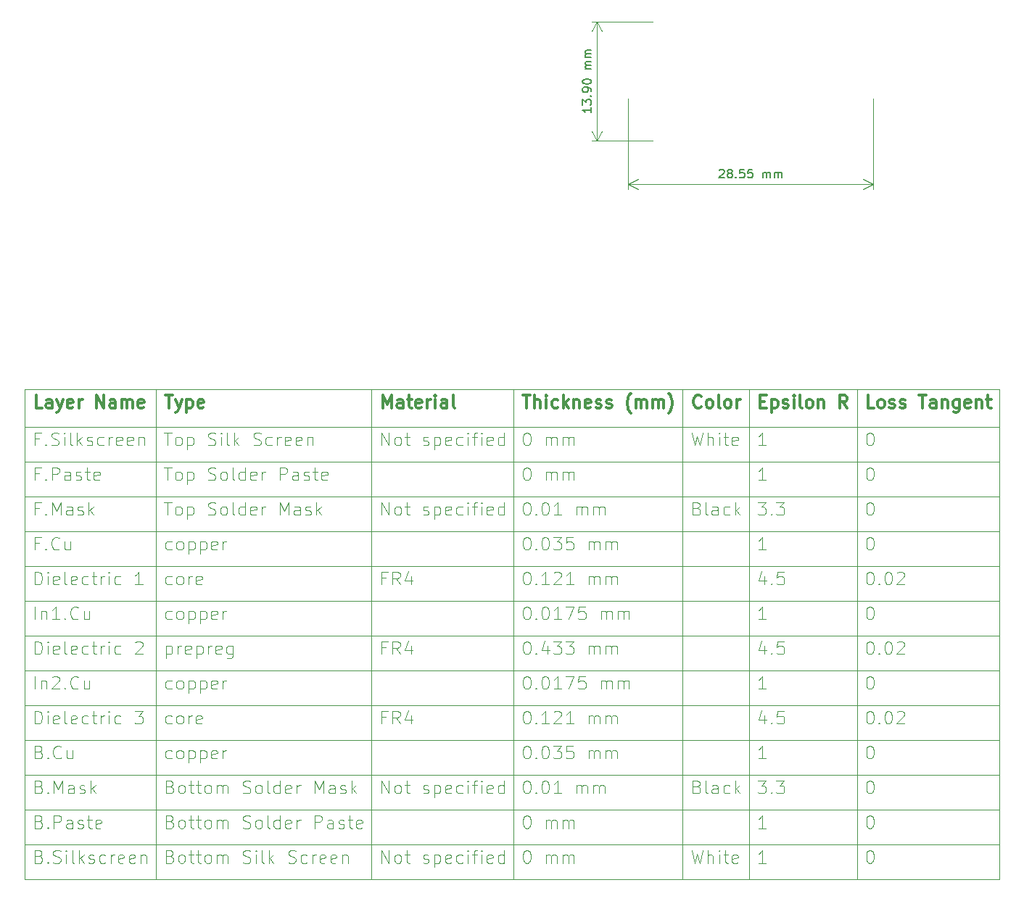
<source format=gbr>
%TF.GenerationSoftware,KiCad,Pcbnew,(6.0.4)*%
%TF.CreationDate,2022-11-15T14:04:27+01:00*%
%TF.ProjectId,tk1,746b312e-6b69-4636-9164-5f7063625858,rev?*%
%TF.SameCoordinates,Original*%
%TF.FileFunction,Other,Comment*%
%FSLAX46Y46*%
G04 Gerber Fmt 4.6, Leading zero omitted, Abs format (unit mm)*
G04 Created by KiCad (PCBNEW (6.0.4)) date 2022-11-15 14:04:27*
%MOMM*%
%LPD*%
G01*
G04 APERTURE LIST*
%ADD10C,0.100000*%
%ADD11C,0.300000*%
%ADD12C,0.150000*%
G04 APERTURE END LIST*
D10*
X28685714Y-183145000D02*
X142485714Y-183145000D01*
X28685714Y-130000000D02*
X142485714Y-130000000D01*
X28685714Y-162820000D02*
X142485714Y-162820000D01*
X28685714Y-146560000D02*
X142485714Y-146560000D01*
X69171429Y-130000000D02*
X69171429Y-187210000D01*
X125828571Y-130000000D02*
X125828571Y-187210000D01*
X85771429Y-130000000D02*
X85771429Y-187210000D01*
X28685714Y-158755000D02*
X142485714Y-158755000D01*
X28685714Y-187210000D02*
X142485714Y-187210000D01*
X28685714Y-154690000D02*
X142485714Y-154690000D01*
X28685714Y-170950000D02*
X142485714Y-170950000D01*
X28685714Y-175015000D02*
X142485714Y-175015000D01*
X142485714Y-130000000D02*
X142485714Y-187210000D01*
X28685714Y-130000000D02*
X28685714Y-187210000D01*
X28685714Y-150625000D02*
X142485714Y-150625000D01*
X28685714Y-166885000D02*
X142485714Y-166885000D01*
X44000000Y-130000000D02*
X44000000Y-187210000D01*
X28685714Y-142495000D02*
X142485714Y-142495000D01*
X28685714Y-179080000D02*
X142485714Y-179080000D01*
X28685714Y-134365000D02*
X142485714Y-134365000D01*
X28685714Y-138430000D02*
X142485714Y-138430000D01*
X113242857Y-130000000D02*
X113242857Y-187210000D01*
X105500000Y-130000000D02*
X105500000Y-187210000D01*
X87229286Y-183823571D02*
X87372143Y-183823571D01*
X87515000Y-183895000D01*
X87586429Y-183966428D01*
X87657857Y-184109285D01*
X87729286Y-184395000D01*
X87729286Y-184752142D01*
X87657857Y-185037857D01*
X87586429Y-185180714D01*
X87515000Y-185252142D01*
X87372143Y-185323571D01*
X87229286Y-185323571D01*
X87086429Y-185252142D01*
X87015000Y-185180714D01*
X86943571Y-185037857D01*
X86872143Y-184752142D01*
X86872143Y-184395000D01*
X86943571Y-184109285D01*
X87015000Y-183966428D01*
X87086429Y-183895000D01*
X87229286Y-183823571D01*
X89515000Y-185323571D02*
X89515000Y-184323571D01*
X89515000Y-184466428D02*
X89586429Y-184395000D01*
X89729286Y-184323571D01*
X89943571Y-184323571D01*
X90086429Y-184395000D01*
X90157857Y-184537857D01*
X90157857Y-185323571D01*
X90157857Y-184537857D02*
X90229286Y-184395000D01*
X90372143Y-184323571D01*
X90586429Y-184323571D01*
X90729286Y-184395000D01*
X90800714Y-184537857D01*
X90800714Y-185323571D01*
X91515000Y-185323571D02*
X91515000Y-184323571D01*
X91515000Y-184466428D02*
X91586429Y-184395000D01*
X91729286Y-184323571D01*
X91943571Y-184323571D01*
X92086429Y-184395000D01*
X92157857Y-184537857D01*
X92157857Y-185323571D01*
X92157857Y-184537857D02*
X92229286Y-184395000D01*
X92372143Y-184323571D01*
X92586429Y-184323571D01*
X92729286Y-184395000D01*
X92800714Y-184537857D01*
X92800714Y-185323571D01*
X127286428Y-159433571D02*
X127429285Y-159433571D01*
X127572142Y-159505000D01*
X127643571Y-159576428D01*
X127714999Y-159719285D01*
X127786428Y-160005000D01*
X127786428Y-160362142D01*
X127714999Y-160647857D01*
X127643571Y-160790714D01*
X127572142Y-160862142D01*
X127429285Y-160933571D01*
X127286428Y-160933571D01*
X127143571Y-160862142D01*
X127072142Y-160790714D01*
X127000713Y-160647857D01*
X126929285Y-160362142D01*
X126929285Y-160005000D01*
X127000713Y-159719285D01*
X127072142Y-159576428D01*
X127143571Y-159505000D01*
X127286428Y-159433571D01*
X128429285Y-160790714D02*
X128500713Y-160862142D01*
X128429285Y-160933571D01*
X128357856Y-160862142D01*
X128429285Y-160790714D01*
X128429285Y-160933571D01*
X129429285Y-159433571D02*
X129572142Y-159433571D01*
X129714999Y-159505000D01*
X129786428Y-159576428D01*
X129857856Y-159719285D01*
X129929285Y-160005000D01*
X129929285Y-160362142D01*
X129857856Y-160647857D01*
X129786428Y-160790714D01*
X129714999Y-160862142D01*
X129572142Y-160933571D01*
X129429285Y-160933571D01*
X129286428Y-160862142D01*
X129214999Y-160790714D01*
X129143571Y-160647857D01*
X129072142Y-160362142D01*
X129072142Y-160005000D01*
X129143571Y-159719285D01*
X129214999Y-159576428D01*
X129286428Y-159505000D01*
X129429285Y-159433571D01*
X130500713Y-159576428D02*
X130572142Y-159505000D01*
X130714999Y-159433571D01*
X131072142Y-159433571D01*
X131214999Y-159505000D01*
X131286428Y-159576428D01*
X131357856Y-159719285D01*
X131357856Y-159862142D01*
X131286428Y-160076428D01*
X130429285Y-160933571D01*
X131357856Y-160933571D01*
X45172142Y-159933571D02*
X45172142Y-161433571D01*
X45172142Y-160005000D02*
X45315000Y-159933571D01*
X45600714Y-159933571D01*
X45743571Y-160005000D01*
X45815000Y-160076428D01*
X45886428Y-160219285D01*
X45886428Y-160647857D01*
X45815000Y-160790714D01*
X45743571Y-160862142D01*
X45600714Y-160933571D01*
X45315000Y-160933571D01*
X45172142Y-160862142D01*
X46529285Y-160933571D02*
X46529285Y-159933571D01*
X46529285Y-160219285D02*
X46600714Y-160076428D01*
X46672142Y-160005000D01*
X46815000Y-159933571D01*
X46957857Y-159933571D01*
X48029285Y-160862142D02*
X47886428Y-160933571D01*
X47600714Y-160933571D01*
X47457857Y-160862142D01*
X47386428Y-160719285D01*
X47386428Y-160147857D01*
X47457857Y-160005000D01*
X47600714Y-159933571D01*
X47886428Y-159933571D01*
X48029285Y-160005000D01*
X48100714Y-160147857D01*
X48100714Y-160290714D01*
X47386428Y-160433571D01*
X48743571Y-159933571D02*
X48743571Y-161433571D01*
X48743571Y-160005000D02*
X48886428Y-159933571D01*
X49172142Y-159933571D01*
X49315000Y-160005000D01*
X49386428Y-160076428D01*
X49457857Y-160219285D01*
X49457857Y-160647857D01*
X49386428Y-160790714D01*
X49315000Y-160862142D01*
X49172142Y-160933571D01*
X48886428Y-160933571D01*
X48743571Y-160862142D01*
X50100714Y-160933571D02*
X50100714Y-159933571D01*
X50100714Y-160219285D02*
X50172142Y-160076428D01*
X50243571Y-160005000D01*
X50386428Y-159933571D01*
X50529285Y-159933571D01*
X51600714Y-160862142D02*
X51457857Y-160933571D01*
X51172142Y-160933571D01*
X51029285Y-160862142D01*
X50957857Y-160719285D01*
X50957857Y-160147857D01*
X51029285Y-160005000D01*
X51172142Y-159933571D01*
X51457857Y-159933571D01*
X51600714Y-160005000D01*
X51672142Y-160147857D01*
X51672142Y-160290714D01*
X50957857Y-160433571D01*
X52957857Y-159933571D02*
X52957857Y-161147857D01*
X52886428Y-161290714D01*
X52815000Y-161362142D01*
X52672142Y-161433571D01*
X52457857Y-161433571D01*
X52315000Y-161362142D01*
X52957857Y-160862142D02*
X52815000Y-160933571D01*
X52529285Y-160933571D01*
X52386428Y-160862142D01*
X52315000Y-160790714D01*
X52243571Y-160647857D01*
X52243571Y-160219285D01*
X52315000Y-160076428D01*
X52386428Y-160005000D01*
X52529285Y-159933571D01*
X52815000Y-159933571D01*
X52957857Y-160005000D01*
X87229286Y-143173571D02*
X87372143Y-143173571D01*
X87515000Y-143245000D01*
X87586429Y-143316428D01*
X87657857Y-143459285D01*
X87729286Y-143745000D01*
X87729286Y-144102142D01*
X87657857Y-144387857D01*
X87586429Y-144530714D01*
X87515000Y-144602142D01*
X87372143Y-144673571D01*
X87229286Y-144673571D01*
X87086429Y-144602142D01*
X87015000Y-144530714D01*
X86943571Y-144387857D01*
X86872143Y-144102142D01*
X86872143Y-143745000D01*
X86943571Y-143459285D01*
X87015000Y-143316428D01*
X87086429Y-143245000D01*
X87229286Y-143173571D01*
X88372143Y-144530714D02*
X88443571Y-144602142D01*
X88372143Y-144673571D01*
X88300714Y-144602142D01*
X88372143Y-144530714D01*
X88372143Y-144673571D01*
X89372143Y-143173571D02*
X89515000Y-143173571D01*
X89657857Y-143245000D01*
X89729286Y-143316428D01*
X89800714Y-143459285D01*
X89872143Y-143745000D01*
X89872143Y-144102142D01*
X89800714Y-144387857D01*
X89729286Y-144530714D01*
X89657857Y-144602142D01*
X89515000Y-144673571D01*
X89372143Y-144673571D01*
X89229286Y-144602142D01*
X89157857Y-144530714D01*
X89086429Y-144387857D01*
X89015000Y-144102142D01*
X89015000Y-143745000D01*
X89086429Y-143459285D01*
X89157857Y-143316428D01*
X89229286Y-143245000D01*
X89372143Y-143173571D01*
X91300714Y-144673571D02*
X90443571Y-144673571D01*
X90872143Y-144673571D02*
X90872143Y-143173571D01*
X90729286Y-143387857D01*
X90586429Y-143530714D01*
X90443571Y-143602142D01*
X93086429Y-144673571D02*
X93086429Y-143673571D01*
X93086429Y-143816428D02*
X93157857Y-143745000D01*
X93300714Y-143673571D01*
X93515000Y-143673571D01*
X93657857Y-143745000D01*
X93729286Y-143887857D01*
X93729286Y-144673571D01*
X93729286Y-143887857D02*
X93800714Y-143745000D01*
X93943571Y-143673571D01*
X94157857Y-143673571D01*
X94300714Y-143745000D01*
X94372143Y-143887857D01*
X94372143Y-144673571D01*
X95086429Y-144673571D02*
X95086429Y-143673571D01*
X95086429Y-143816428D02*
X95157857Y-143745000D01*
X95300714Y-143673571D01*
X95515000Y-143673571D01*
X95657857Y-143745000D01*
X95729286Y-143887857D01*
X95729286Y-144673571D01*
X95729286Y-143887857D02*
X95800714Y-143745000D01*
X95943571Y-143673571D01*
X96157857Y-143673571D01*
X96300714Y-143745000D01*
X96372143Y-143887857D01*
X96372143Y-144673571D01*
X115057857Y-168063571D02*
X115057857Y-169063571D01*
X114700714Y-167492142D02*
X114343571Y-168563571D01*
X115272142Y-168563571D01*
X115843571Y-168920714D02*
X115914999Y-168992142D01*
X115843571Y-169063571D01*
X115772142Y-168992142D01*
X115843571Y-168920714D01*
X115843571Y-169063571D01*
X117272142Y-167563571D02*
X116557857Y-167563571D01*
X116486428Y-168277857D01*
X116557857Y-168206428D01*
X116700714Y-168135000D01*
X117057857Y-168135000D01*
X117200714Y-168206428D01*
X117272142Y-168277857D01*
X117343571Y-168420714D01*
X117343571Y-168777857D01*
X117272142Y-168920714D01*
X117200714Y-168992142D01*
X117057857Y-169063571D01*
X116700714Y-169063571D01*
X116557857Y-168992142D01*
X116486428Y-168920714D01*
X107172142Y-143887857D02*
X107386428Y-143959285D01*
X107457857Y-144030714D01*
X107529285Y-144173571D01*
X107529285Y-144387857D01*
X107457857Y-144530714D01*
X107386428Y-144602142D01*
X107243571Y-144673571D01*
X106672142Y-144673571D01*
X106672142Y-143173571D01*
X107172142Y-143173571D01*
X107315000Y-143245000D01*
X107386428Y-143316428D01*
X107457857Y-143459285D01*
X107457857Y-143602142D01*
X107386428Y-143745000D01*
X107315000Y-143816428D01*
X107172142Y-143887857D01*
X106672142Y-143887857D01*
X108386428Y-144673571D02*
X108243571Y-144602142D01*
X108172142Y-144459285D01*
X108172142Y-143173571D01*
X109600714Y-144673571D02*
X109600714Y-143887857D01*
X109529285Y-143745000D01*
X109386428Y-143673571D01*
X109100714Y-143673571D01*
X108957857Y-143745000D01*
X109600714Y-144602142D02*
X109457857Y-144673571D01*
X109100714Y-144673571D01*
X108957857Y-144602142D01*
X108886428Y-144459285D01*
X108886428Y-144316428D01*
X108957857Y-144173571D01*
X109100714Y-144102142D01*
X109457857Y-144102142D01*
X109600714Y-144030714D01*
X110957857Y-144602142D02*
X110815000Y-144673571D01*
X110529285Y-144673571D01*
X110386428Y-144602142D01*
X110315000Y-144530714D01*
X110243571Y-144387857D01*
X110243571Y-143959285D01*
X110315000Y-143816428D01*
X110386428Y-143745000D01*
X110529285Y-143673571D01*
X110815000Y-143673571D01*
X110957857Y-143745000D01*
X111600714Y-144673571D02*
X111600714Y-143173571D01*
X111743571Y-144102142D02*
X112172142Y-144673571D01*
X112172142Y-143673571D02*
X111600714Y-144245000D01*
X30357856Y-147952857D02*
X29857856Y-147952857D01*
X29857856Y-148738571D02*
X29857856Y-147238571D01*
X30572142Y-147238571D01*
X31143571Y-148595714D02*
X31214999Y-148667142D01*
X31143571Y-148738571D01*
X31072142Y-148667142D01*
X31143571Y-148595714D01*
X31143571Y-148738571D01*
X32714999Y-148595714D02*
X32643571Y-148667142D01*
X32429285Y-148738571D01*
X32286428Y-148738571D01*
X32072142Y-148667142D01*
X31929285Y-148524285D01*
X31857856Y-148381428D01*
X31786428Y-148095714D01*
X31786428Y-147881428D01*
X31857856Y-147595714D01*
X31929285Y-147452857D01*
X32072142Y-147310000D01*
X32286428Y-147238571D01*
X32429285Y-147238571D01*
X32643571Y-147310000D01*
X32714999Y-147381428D01*
X34000714Y-147738571D02*
X34000714Y-148738571D01*
X33357856Y-147738571D02*
X33357856Y-148524285D01*
X33429285Y-148667142D01*
X33572142Y-148738571D01*
X33786428Y-148738571D01*
X33929285Y-148667142D01*
X34000714Y-148595714D01*
X115057857Y-159933571D02*
X115057857Y-160933571D01*
X114700714Y-159362142D02*
X114343571Y-160433571D01*
X115272142Y-160433571D01*
X115843571Y-160790714D02*
X115914999Y-160862142D01*
X115843571Y-160933571D01*
X115772142Y-160862142D01*
X115843571Y-160790714D01*
X115843571Y-160933571D01*
X117272142Y-159433571D02*
X116557857Y-159433571D01*
X116486428Y-160147857D01*
X116557857Y-160076428D01*
X116700714Y-160005000D01*
X117057857Y-160005000D01*
X117200714Y-160076428D01*
X117272142Y-160147857D01*
X117343571Y-160290714D01*
X117343571Y-160647857D01*
X117272142Y-160790714D01*
X117200714Y-160862142D01*
X117057857Y-160933571D01*
X116700714Y-160933571D01*
X116557857Y-160862142D01*
X116486428Y-160790714D01*
X70343571Y-177193571D02*
X70343571Y-175693571D01*
X71200714Y-177193571D01*
X71200714Y-175693571D01*
X72129286Y-177193571D02*
X71986429Y-177122142D01*
X71915000Y-177050714D01*
X71843571Y-176907857D01*
X71843571Y-176479285D01*
X71915000Y-176336428D01*
X71986429Y-176265000D01*
X72129286Y-176193571D01*
X72343571Y-176193571D01*
X72486429Y-176265000D01*
X72557857Y-176336428D01*
X72629286Y-176479285D01*
X72629286Y-176907857D01*
X72557857Y-177050714D01*
X72486429Y-177122142D01*
X72343571Y-177193571D01*
X72129286Y-177193571D01*
X73057857Y-176193571D02*
X73629286Y-176193571D01*
X73272143Y-175693571D02*
X73272143Y-176979285D01*
X73343571Y-177122142D01*
X73486429Y-177193571D01*
X73629286Y-177193571D01*
X75200714Y-177122142D02*
X75343571Y-177193571D01*
X75629286Y-177193571D01*
X75772143Y-177122142D01*
X75843571Y-176979285D01*
X75843571Y-176907857D01*
X75772143Y-176765000D01*
X75629286Y-176693571D01*
X75415000Y-176693571D01*
X75272143Y-176622142D01*
X75200714Y-176479285D01*
X75200714Y-176407857D01*
X75272143Y-176265000D01*
X75415000Y-176193571D01*
X75629286Y-176193571D01*
X75772143Y-176265000D01*
X76486429Y-176193571D02*
X76486429Y-177693571D01*
X76486429Y-176265000D02*
X76629286Y-176193571D01*
X76915000Y-176193571D01*
X77057857Y-176265000D01*
X77129286Y-176336428D01*
X77200714Y-176479285D01*
X77200714Y-176907857D01*
X77129286Y-177050714D01*
X77057857Y-177122142D01*
X76915000Y-177193571D01*
X76629286Y-177193571D01*
X76486429Y-177122142D01*
X78415000Y-177122142D02*
X78272143Y-177193571D01*
X77986429Y-177193571D01*
X77843571Y-177122142D01*
X77772143Y-176979285D01*
X77772143Y-176407857D01*
X77843571Y-176265000D01*
X77986429Y-176193571D01*
X78272143Y-176193571D01*
X78415000Y-176265000D01*
X78486429Y-176407857D01*
X78486429Y-176550714D01*
X77772143Y-176693571D01*
X79772143Y-177122142D02*
X79629286Y-177193571D01*
X79343571Y-177193571D01*
X79200714Y-177122142D01*
X79129286Y-177050714D01*
X79057857Y-176907857D01*
X79057857Y-176479285D01*
X79129286Y-176336428D01*
X79200714Y-176265000D01*
X79343571Y-176193571D01*
X79629286Y-176193571D01*
X79772143Y-176265000D01*
X80415000Y-177193571D02*
X80415000Y-176193571D01*
X80415000Y-175693571D02*
X80343571Y-175765000D01*
X80415000Y-175836428D01*
X80486429Y-175765000D01*
X80415000Y-175693571D01*
X80415000Y-175836428D01*
X80915000Y-176193571D02*
X81486429Y-176193571D01*
X81129286Y-177193571D02*
X81129286Y-175907857D01*
X81200714Y-175765000D01*
X81343571Y-175693571D01*
X81486429Y-175693571D01*
X81986429Y-177193571D02*
X81986429Y-176193571D01*
X81986429Y-175693571D02*
X81915000Y-175765000D01*
X81986429Y-175836428D01*
X82057857Y-175765000D01*
X81986429Y-175693571D01*
X81986429Y-175836428D01*
X83272143Y-177122142D02*
X83129286Y-177193571D01*
X82843571Y-177193571D01*
X82700714Y-177122142D01*
X82629286Y-176979285D01*
X82629286Y-176407857D01*
X82700714Y-176265000D01*
X82843571Y-176193571D01*
X83129286Y-176193571D01*
X83272143Y-176265000D01*
X83343571Y-176407857D01*
X83343571Y-176550714D01*
X82629286Y-176693571D01*
X84629286Y-177193571D02*
X84629286Y-175693571D01*
X84629286Y-177122142D02*
X84486429Y-177193571D01*
X84200714Y-177193571D01*
X84057857Y-177122142D01*
X83986429Y-177050714D01*
X83915000Y-176907857D01*
X83915000Y-176479285D01*
X83986429Y-176336428D01*
X84057857Y-176265000D01*
X84200714Y-176193571D01*
X84486429Y-176193571D01*
X84629286Y-176265000D01*
X45672142Y-184537857D02*
X45886428Y-184609285D01*
X45957857Y-184680714D01*
X46029285Y-184823571D01*
X46029285Y-185037857D01*
X45957857Y-185180714D01*
X45886428Y-185252142D01*
X45743571Y-185323571D01*
X45172142Y-185323571D01*
X45172142Y-183823571D01*
X45672142Y-183823571D01*
X45815000Y-183895000D01*
X45886428Y-183966428D01*
X45957857Y-184109285D01*
X45957857Y-184252142D01*
X45886428Y-184395000D01*
X45815000Y-184466428D01*
X45672142Y-184537857D01*
X45172142Y-184537857D01*
X46886428Y-185323571D02*
X46743571Y-185252142D01*
X46672142Y-185180714D01*
X46600714Y-185037857D01*
X46600714Y-184609285D01*
X46672142Y-184466428D01*
X46743571Y-184395000D01*
X46886428Y-184323571D01*
X47100714Y-184323571D01*
X47243571Y-184395000D01*
X47315000Y-184466428D01*
X47386428Y-184609285D01*
X47386428Y-185037857D01*
X47315000Y-185180714D01*
X47243571Y-185252142D01*
X47100714Y-185323571D01*
X46886428Y-185323571D01*
X47815000Y-184323571D02*
X48386428Y-184323571D01*
X48029285Y-183823571D02*
X48029285Y-185109285D01*
X48100714Y-185252142D01*
X48243571Y-185323571D01*
X48386428Y-185323571D01*
X48672142Y-184323571D02*
X49243571Y-184323571D01*
X48886428Y-183823571D02*
X48886428Y-185109285D01*
X48957857Y-185252142D01*
X49100714Y-185323571D01*
X49243571Y-185323571D01*
X49957857Y-185323571D02*
X49815000Y-185252142D01*
X49743571Y-185180714D01*
X49672142Y-185037857D01*
X49672142Y-184609285D01*
X49743571Y-184466428D01*
X49815000Y-184395000D01*
X49957857Y-184323571D01*
X50172142Y-184323571D01*
X50315000Y-184395000D01*
X50386428Y-184466428D01*
X50457857Y-184609285D01*
X50457857Y-185037857D01*
X50386428Y-185180714D01*
X50315000Y-185252142D01*
X50172142Y-185323571D01*
X49957857Y-185323571D01*
X51100714Y-185323571D02*
X51100714Y-184323571D01*
X51100714Y-184466428D02*
X51172142Y-184395000D01*
X51315000Y-184323571D01*
X51529285Y-184323571D01*
X51672142Y-184395000D01*
X51743571Y-184537857D01*
X51743571Y-185323571D01*
X51743571Y-184537857D02*
X51815000Y-184395000D01*
X51957857Y-184323571D01*
X52172142Y-184323571D01*
X52315000Y-184395000D01*
X52386428Y-184537857D01*
X52386428Y-185323571D01*
X54172142Y-185252142D02*
X54386428Y-185323571D01*
X54743571Y-185323571D01*
X54886428Y-185252142D01*
X54957857Y-185180714D01*
X55029285Y-185037857D01*
X55029285Y-184895000D01*
X54957857Y-184752142D01*
X54886428Y-184680714D01*
X54743571Y-184609285D01*
X54457857Y-184537857D01*
X54315000Y-184466428D01*
X54243571Y-184395000D01*
X54172142Y-184252142D01*
X54172142Y-184109285D01*
X54243571Y-183966428D01*
X54315000Y-183895000D01*
X54457857Y-183823571D01*
X54815000Y-183823571D01*
X55029285Y-183895000D01*
X55672142Y-185323571D02*
X55672142Y-184323571D01*
X55672142Y-183823571D02*
X55600714Y-183895000D01*
X55672142Y-183966428D01*
X55743571Y-183895000D01*
X55672142Y-183823571D01*
X55672142Y-183966428D01*
X56600714Y-185323571D02*
X56457857Y-185252142D01*
X56386428Y-185109285D01*
X56386428Y-183823571D01*
X57172142Y-185323571D02*
X57172142Y-183823571D01*
X57315000Y-184752142D02*
X57743571Y-185323571D01*
X57743571Y-184323571D02*
X57172142Y-184895000D01*
X59457857Y-185252142D02*
X59672142Y-185323571D01*
X60029285Y-185323571D01*
X60172142Y-185252142D01*
X60243571Y-185180714D01*
X60315000Y-185037857D01*
X60315000Y-184895000D01*
X60243571Y-184752142D01*
X60172142Y-184680714D01*
X60029285Y-184609285D01*
X59743571Y-184537857D01*
X59600714Y-184466428D01*
X59529285Y-184395000D01*
X59457857Y-184252142D01*
X59457857Y-184109285D01*
X59529285Y-183966428D01*
X59600714Y-183895000D01*
X59743571Y-183823571D01*
X60100714Y-183823571D01*
X60315000Y-183895000D01*
X61600714Y-185252142D02*
X61457857Y-185323571D01*
X61172142Y-185323571D01*
X61029285Y-185252142D01*
X60957857Y-185180714D01*
X60886428Y-185037857D01*
X60886428Y-184609285D01*
X60957857Y-184466428D01*
X61029285Y-184395000D01*
X61172142Y-184323571D01*
X61457857Y-184323571D01*
X61600714Y-184395000D01*
X62243571Y-185323571D02*
X62243571Y-184323571D01*
X62243571Y-184609285D02*
X62315000Y-184466428D01*
X62386428Y-184395000D01*
X62529285Y-184323571D01*
X62672142Y-184323571D01*
X63743571Y-185252142D02*
X63600714Y-185323571D01*
X63315000Y-185323571D01*
X63172142Y-185252142D01*
X63100714Y-185109285D01*
X63100714Y-184537857D01*
X63172142Y-184395000D01*
X63315000Y-184323571D01*
X63600714Y-184323571D01*
X63743571Y-184395000D01*
X63815000Y-184537857D01*
X63815000Y-184680714D01*
X63100714Y-184823571D01*
X65029285Y-185252142D02*
X64886428Y-185323571D01*
X64600714Y-185323571D01*
X64457857Y-185252142D01*
X64386428Y-185109285D01*
X64386428Y-184537857D01*
X64457857Y-184395000D01*
X64600714Y-184323571D01*
X64886428Y-184323571D01*
X65029285Y-184395000D01*
X65100714Y-184537857D01*
X65100714Y-184680714D01*
X64386428Y-184823571D01*
X65743571Y-184323571D02*
X65743571Y-185323571D01*
X65743571Y-184466428D02*
X65815000Y-184395000D01*
X65957857Y-184323571D01*
X66172142Y-184323571D01*
X66315000Y-184395000D01*
X66386428Y-184537857D01*
X66386428Y-185323571D01*
X127286428Y-139108571D02*
X127429285Y-139108571D01*
X127572142Y-139180000D01*
X127643571Y-139251428D01*
X127714999Y-139394285D01*
X127786428Y-139680000D01*
X127786428Y-140037142D01*
X127714999Y-140322857D01*
X127643571Y-140465714D01*
X127572142Y-140537142D01*
X127429285Y-140608571D01*
X127286428Y-140608571D01*
X127143571Y-140537142D01*
X127072142Y-140465714D01*
X127000713Y-140322857D01*
X126929285Y-140037142D01*
X126929285Y-139680000D01*
X127000713Y-139394285D01*
X127072142Y-139251428D01*
X127143571Y-139180000D01*
X127286428Y-139108571D01*
X114272142Y-175693571D02*
X115200714Y-175693571D01*
X114700714Y-176265000D01*
X114914999Y-176265000D01*
X115057857Y-176336428D01*
X115129285Y-176407857D01*
X115200714Y-176550714D01*
X115200714Y-176907857D01*
X115129285Y-177050714D01*
X115057857Y-177122142D01*
X114914999Y-177193571D01*
X114486428Y-177193571D01*
X114343571Y-177122142D01*
X114272142Y-177050714D01*
X115843571Y-177050714D02*
X115914999Y-177122142D01*
X115843571Y-177193571D01*
X115772142Y-177122142D01*
X115843571Y-177050714D01*
X115843571Y-177193571D01*
X116414999Y-175693571D02*
X117343571Y-175693571D01*
X116843571Y-176265000D01*
X117057857Y-176265000D01*
X117200714Y-176336428D01*
X117272142Y-176407857D01*
X117343571Y-176550714D01*
X117343571Y-176907857D01*
X117272142Y-177050714D01*
X117200714Y-177122142D01*
X117057857Y-177193571D01*
X116629285Y-177193571D01*
X116486428Y-177122142D01*
X116414999Y-177050714D01*
X70343571Y-185323571D02*
X70343571Y-183823571D01*
X71200714Y-185323571D01*
X71200714Y-183823571D01*
X72129286Y-185323571D02*
X71986429Y-185252142D01*
X71915000Y-185180714D01*
X71843571Y-185037857D01*
X71843571Y-184609285D01*
X71915000Y-184466428D01*
X71986429Y-184395000D01*
X72129286Y-184323571D01*
X72343571Y-184323571D01*
X72486429Y-184395000D01*
X72557857Y-184466428D01*
X72629286Y-184609285D01*
X72629286Y-185037857D01*
X72557857Y-185180714D01*
X72486429Y-185252142D01*
X72343571Y-185323571D01*
X72129286Y-185323571D01*
X73057857Y-184323571D02*
X73629286Y-184323571D01*
X73272143Y-183823571D02*
X73272143Y-185109285D01*
X73343571Y-185252142D01*
X73486429Y-185323571D01*
X73629286Y-185323571D01*
X75200714Y-185252142D02*
X75343571Y-185323571D01*
X75629286Y-185323571D01*
X75772143Y-185252142D01*
X75843571Y-185109285D01*
X75843571Y-185037857D01*
X75772143Y-184895000D01*
X75629286Y-184823571D01*
X75415000Y-184823571D01*
X75272143Y-184752142D01*
X75200714Y-184609285D01*
X75200714Y-184537857D01*
X75272143Y-184395000D01*
X75415000Y-184323571D01*
X75629286Y-184323571D01*
X75772143Y-184395000D01*
X76486429Y-184323571D02*
X76486429Y-185823571D01*
X76486429Y-184395000D02*
X76629286Y-184323571D01*
X76915000Y-184323571D01*
X77057857Y-184395000D01*
X77129286Y-184466428D01*
X77200714Y-184609285D01*
X77200714Y-185037857D01*
X77129286Y-185180714D01*
X77057857Y-185252142D01*
X76915000Y-185323571D01*
X76629286Y-185323571D01*
X76486429Y-185252142D01*
X78415000Y-185252142D02*
X78272143Y-185323571D01*
X77986429Y-185323571D01*
X77843571Y-185252142D01*
X77772143Y-185109285D01*
X77772143Y-184537857D01*
X77843571Y-184395000D01*
X77986429Y-184323571D01*
X78272143Y-184323571D01*
X78415000Y-184395000D01*
X78486429Y-184537857D01*
X78486429Y-184680714D01*
X77772143Y-184823571D01*
X79772143Y-185252142D02*
X79629286Y-185323571D01*
X79343571Y-185323571D01*
X79200714Y-185252142D01*
X79129286Y-185180714D01*
X79057857Y-185037857D01*
X79057857Y-184609285D01*
X79129286Y-184466428D01*
X79200714Y-184395000D01*
X79343571Y-184323571D01*
X79629286Y-184323571D01*
X79772143Y-184395000D01*
X80415000Y-185323571D02*
X80415000Y-184323571D01*
X80415000Y-183823571D02*
X80343571Y-183895000D01*
X80415000Y-183966428D01*
X80486429Y-183895000D01*
X80415000Y-183823571D01*
X80415000Y-183966428D01*
X80915000Y-184323571D02*
X81486429Y-184323571D01*
X81129286Y-185323571D02*
X81129286Y-184037857D01*
X81200714Y-183895000D01*
X81343571Y-183823571D01*
X81486429Y-183823571D01*
X81986429Y-185323571D02*
X81986429Y-184323571D01*
X81986429Y-183823571D02*
X81915000Y-183895000D01*
X81986429Y-183966428D01*
X82057857Y-183895000D01*
X81986429Y-183823571D01*
X81986429Y-183966428D01*
X83272143Y-185252142D02*
X83129286Y-185323571D01*
X82843571Y-185323571D01*
X82700714Y-185252142D01*
X82629286Y-185109285D01*
X82629286Y-184537857D01*
X82700714Y-184395000D01*
X82843571Y-184323571D01*
X83129286Y-184323571D01*
X83272143Y-184395000D01*
X83343571Y-184537857D01*
X83343571Y-184680714D01*
X82629286Y-184823571D01*
X84629286Y-185323571D02*
X84629286Y-183823571D01*
X84629286Y-185252142D02*
X84486429Y-185323571D01*
X84200714Y-185323571D01*
X84057857Y-185252142D01*
X83986429Y-185180714D01*
X83915000Y-185037857D01*
X83915000Y-184609285D01*
X83986429Y-184466428D01*
X84057857Y-184395000D01*
X84200714Y-184323571D01*
X84486429Y-184323571D01*
X84629286Y-184395000D01*
X30357856Y-184537857D02*
X30572142Y-184609285D01*
X30643571Y-184680714D01*
X30714999Y-184823571D01*
X30714999Y-185037857D01*
X30643571Y-185180714D01*
X30572142Y-185252142D01*
X30429285Y-185323571D01*
X29857856Y-185323571D01*
X29857856Y-183823571D01*
X30357856Y-183823571D01*
X30500714Y-183895000D01*
X30572142Y-183966428D01*
X30643571Y-184109285D01*
X30643571Y-184252142D01*
X30572142Y-184395000D01*
X30500714Y-184466428D01*
X30357856Y-184537857D01*
X29857856Y-184537857D01*
X31357856Y-185180714D02*
X31429285Y-185252142D01*
X31357856Y-185323571D01*
X31286428Y-185252142D01*
X31357856Y-185180714D01*
X31357856Y-185323571D01*
X32000714Y-185252142D02*
X32214999Y-185323571D01*
X32572142Y-185323571D01*
X32714999Y-185252142D01*
X32786428Y-185180714D01*
X32857856Y-185037857D01*
X32857856Y-184895000D01*
X32786428Y-184752142D01*
X32714999Y-184680714D01*
X32572142Y-184609285D01*
X32286428Y-184537857D01*
X32143571Y-184466428D01*
X32072142Y-184395000D01*
X32000714Y-184252142D01*
X32000714Y-184109285D01*
X32072142Y-183966428D01*
X32143571Y-183895000D01*
X32286428Y-183823571D01*
X32643571Y-183823571D01*
X32857856Y-183895000D01*
X33500714Y-185323571D02*
X33500714Y-184323571D01*
X33500714Y-183823571D02*
X33429285Y-183895000D01*
X33500714Y-183966428D01*
X33572142Y-183895000D01*
X33500714Y-183823571D01*
X33500714Y-183966428D01*
X34429285Y-185323571D02*
X34286428Y-185252142D01*
X34214999Y-185109285D01*
X34214999Y-183823571D01*
X35000714Y-185323571D02*
X35000714Y-183823571D01*
X35143571Y-184752142D02*
X35572142Y-185323571D01*
X35572142Y-184323571D02*
X35000714Y-184895000D01*
X36143571Y-185252142D02*
X36286428Y-185323571D01*
X36572142Y-185323571D01*
X36714999Y-185252142D01*
X36786428Y-185109285D01*
X36786428Y-185037857D01*
X36714999Y-184895000D01*
X36572142Y-184823571D01*
X36357856Y-184823571D01*
X36214999Y-184752142D01*
X36143571Y-184609285D01*
X36143571Y-184537857D01*
X36214999Y-184395000D01*
X36357856Y-184323571D01*
X36572142Y-184323571D01*
X36714999Y-184395000D01*
X38072142Y-185252142D02*
X37929285Y-185323571D01*
X37643571Y-185323571D01*
X37500714Y-185252142D01*
X37429285Y-185180714D01*
X37357856Y-185037857D01*
X37357856Y-184609285D01*
X37429285Y-184466428D01*
X37500714Y-184395000D01*
X37643571Y-184323571D01*
X37929285Y-184323571D01*
X38072142Y-184395000D01*
X38714999Y-185323571D02*
X38714999Y-184323571D01*
X38714999Y-184609285D02*
X38786428Y-184466428D01*
X38857856Y-184395000D01*
X39000714Y-184323571D01*
X39143571Y-184323571D01*
X40214999Y-185252142D02*
X40072142Y-185323571D01*
X39786428Y-185323571D01*
X39643571Y-185252142D01*
X39572142Y-185109285D01*
X39572142Y-184537857D01*
X39643571Y-184395000D01*
X39786428Y-184323571D01*
X40072142Y-184323571D01*
X40214999Y-184395000D01*
X40286428Y-184537857D01*
X40286428Y-184680714D01*
X39572142Y-184823571D01*
X41500714Y-185252142D02*
X41357856Y-185323571D01*
X41072142Y-185323571D01*
X40929285Y-185252142D01*
X40857856Y-185109285D01*
X40857856Y-184537857D01*
X40929285Y-184395000D01*
X41072142Y-184323571D01*
X41357856Y-184323571D01*
X41500714Y-184395000D01*
X41572142Y-184537857D01*
X41572142Y-184680714D01*
X40857856Y-184823571D01*
X42214999Y-184323571D02*
X42214999Y-185323571D01*
X42214999Y-184466428D02*
X42286428Y-184395000D01*
X42429285Y-184323571D01*
X42643571Y-184323571D01*
X42786428Y-184395000D01*
X42857856Y-184537857D01*
X42857856Y-185323571D01*
X30357856Y-143887857D02*
X29857856Y-143887857D01*
X29857856Y-144673571D02*
X29857856Y-143173571D01*
X30572142Y-143173571D01*
X31143571Y-144530714D02*
X31214999Y-144602142D01*
X31143571Y-144673571D01*
X31072142Y-144602142D01*
X31143571Y-144530714D01*
X31143571Y-144673571D01*
X31857856Y-144673571D02*
X31857856Y-143173571D01*
X32357856Y-144245000D01*
X32857856Y-143173571D01*
X32857856Y-144673571D01*
X34214999Y-144673571D02*
X34214999Y-143887857D01*
X34143571Y-143745000D01*
X34000714Y-143673571D01*
X33714999Y-143673571D01*
X33572142Y-143745000D01*
X34214999Y-144602142D02*
X34072142Y-144673571D01*
X33714999Y-144673571D01*
X33572142Y-144602142D01*
X33500714Y-144459285D01*
X33500714Y-144316428D01*
X33572142Y-144173571D01*
X33714999Y-144102142D01*
X34072142Y-144102142D01*
X34214999Y-144030714D01*
X34857856Y-144602142D02*
X35000714Y-144673571D01*
X35286428Y-144673571D01*
X35429285Y-144602142D01*
X35500714Y-144459285D01*
X35500714Y-144387857D01*
X35429285Y-144245000D01*
X35286428Y-144173571D01*
X35072142Y-144173571D01*
X34929285Y-144102142D01*
X34857856Y-143959285D01*
X34857856Y-143887857D01*
X34929285Y-143745000D01*
X35072142Y-143673571D01*
X35286428Y-143673571D01*
X35429285Y-143745000D01*
X36143571Y-144673571D02*
X36143571Y-143173571D01*
X36286428Y-144102142D02*
X36714999Y-144673571D01*
X36714999Y-143673571D02*
X36143571Y-144245000D01*
X30357856Y-180472857D02*
X30572142Y-180544285D01*
X30643571Y-180615714D01*
X30714999Y-180758571D01*
X30714999Y-180972857D01*
X30643571Y-181115714D01*
X30572142Y-181187142D01*
X30429285Y-181258571D01*
X29857856Y-181258571D01*
X29857856Y-179758571D01*
X30357856Y-179758571D01*
X30500714Y-179830000D01*
X30572142Y-179901428D01*
X30643571Y-180044285D01*
X30643571Y-180187142D01*
X30572142Y-180330000D01*
X30500714Y-180401428D01*
X30357856Y-180472857D01*
X29857856Y-180472857D01*
X31357856Y-181115714D02*
X31429285Y-181187142D01*
X31357856Y-181258571D01*
X31286428Y-181187142D01*
X31357856Y-181115714D01*
X31357856Y-181258571D01*
X32072142Y-181258571D02*
X32072142Y-179758571D01*
X32643571Y-179758571D01*
X32786428Y-179830000D01*
X32857856Y-179901428D01*
X32929285Y-180044285D01*
X32929285Y-180258571D01*
X32857856Y-180401428D01*
X32786428Y-180472857D01*
X32643571Y-180544285D01*
X32072142Y-180544285D01*
X34214999Y-181258571D02*
X34214999Y-180472857D01*
X34143571Y-180330000D01*
X34000714Y-180258571D01*
X33714999Y-180258571D01*
X33572142Y-180330000D01*
X34214999Y-181187142D02*
X34072142Y-181258571D01*
X33714999Y-181258571D01*
X33572142Y-181187142D01*
X33500714Y-181044285D01*
X33500714Y-180901428D01*
X33572142Y-180758571D01*
X33714999Y-180687142D01*
X34072142Y-180687142D01*
X34214999Y-180615714D01*
X34857856Y-181187142D02*
X35000714Y-181258571D01*
X35286428Y-181258571D01*
X35429285Y-181187142D01*
X35500714Y-181044285D01*
X35500714Y-180972857D01*
X35429285Y-180830000D01*
X35286428Y-180758571D01*
X35072142Y-180758571D01*
X34929285Y-180687142D01*
X34857856Y-180544285D01*
X34857856Y-180472857D01*
X34929285Y-180330000D01*
X35072142Y-180258571D01*
X35286428Y-180258571D01*
X35429285Y-180330000D01*
X35929285Y-180258571D02*
X36500714Y-180258571D01*
X36143571Y-179758571D02*
X36143571Y-181044285D01*
X36214999Y-181187142D01*
X36357856Y-181258571D01*
X36500714Y-181258571D01*
X37572142Y-181187142D02*
X37429285Y-181258571D01*
X37143571Y-181258571D01*
X37000714Y-181187142D01*
X36929285Y-181044285D01*
X36929285Y-180472857D01*
X37000714Y-180330000D01*
X37143571Y-180258571D01*
X37429285Y-180258571D01*
X37572142Y-180330000D01*
X37643571Y-180472857D01*
X37643571Y-180615714D01*
X36929285Y-180758571D01*
X29857856Y-152803571D02*
X29857856Y-151303571D01*
X30214999Y-151303571D01*
X30429285Y-151375000D01*
X30572142Y-151517857D01*
X30643571Y-151660714D01*
X30714999Y-151946428D01*
X30714999Y-152160714D01*
X30643571Y-152446428D01*
X30572142Y-152589285D01*
X30429285Y-152732142D01*
X30214999Y-152803571D01*
X29857856Y-152803571D01*
X31357856Y-152803571D02*
X31357856Y-151803571D01*
X31357856Y-151303571D02*
X31286428Y-151375000D01*
X31357856Y-151446428D01*
X31429285Y-151375000D01*
X31357856Y-151303571D01*
X31357856Y-151446428D01*
X32643571Y-152732142D02*
X32500714Y-152803571D01*
X32214999Y-152803571D01*
X32072142Y-152732142D01*
X32000714Y-152589285D01*
X32000714Y-152017857D01*
X32072142Y-151875000D01*
X32214999Y-151803571D01*
X32500714Y-151803571D01*
X32643571Y-151875000D01*
X32714999Y-152017857D01*
X32714999Y-152160714D01*
X32000714Y-152303571D01*
X33572142Y-152803571D02*
X33429285Y-152732142D01*
X33357856Y-152589285D01*
X33357856Y-151303571D01*
X34714999Y-152732142D02*
X34572142Y-152803571D01*
X34286428Y-152803571D01*
X34143571Y-152732142D01*
X34072142Y-152589285D01*
X34072142Y-152017857D01*
X34143571Y-151875000D01*
X34286428Y-151803571D01*
X34572142Y-151803571D01*
X34714999Y-151875000D01*
X34786428Y-152017857D01*
X34786428Y-152160714D01*
X34072142Y-152303571D01*
X36072142Y-152732142D02*
X35929285Y-152803571D01*
X35643571Y-152803571D01*
X35500714Y-152732142D01*
X35429285Y-152660714D01*
X35357856Y-152517857D01*
X35357856Y-152089285D01*
X35429285Y-151946428D01*
X35500714Y-151875000D01*
X35643571Y-151803571D01*
X35929285Y-151803571D01*
X36072142Y-151875000D01*
X36500714Y-151803571D02*
X37072142Y-151803571D01*
X36714999Y-151303571D02*
X36714999Y-152589285D01*
X36786428Y-152732142D01*
X36929285Y-152803571D01*
X37072142Y-152803571D01*
X37572142Y-152803571D02*
X37572142Y-151803571D01*
X37572142Y-152089285D02*
X37643571Y-151946428D01*
X37714999Y-151875000D01*
X37857856Y-151803571D01*
X38000714Y-151803571D01*
X38500714Y-152803571D02*
X38500714Y-151803571D01*
X38500714Y-151303571D02*
X38429285Y-151375000D01*
X38500714Y-151446428D01*
X38572142Y-151375000D01*
X38500714Y-151303571D01*
X38500714Y-151446428D01*
X39857856Y-152732142D02*
X39714999Y-152803571D01*
X39429285Y-152803571D01*
X39286428Y-152732142D01*
X39214999Y-152660714D01*
X39143571Y-152517857D01*
X39143571Y-152089285D01*
X39214999Y-151946428D01*
X39286428Y-151875000D01*
X39429285Y-151803571D01*
X39714999Y-151803571D01*
X39857856Y-151875000D01*
X42429285Y-152803571D02*
X41572142Y-152803571D01*
X42000714Y-152803571D02*
X42000714Y-151303571D01*
X41857856Y-151517857D01*
X41714999Y-151660714D01*
X41572142Y-151732142D01*
X87229286Y-163498571D02*
X87372143Y-163498571D01*
X87515000Y-163570000D01*
X87586429Y-163641428D01*
X87657857Y-163784285D01*
X87729286Y-164070000D01*
X87729286Y-164427142D01*
X87657857Y-164712857D01*
X87586429Y-164855714D01*
X87515000Y-164927142D01*
X87372143Y-164998571D01*
X87229286Y-164998571D01*
X87086429Y-164927142D01*
X87015000Y-164855714D01*
X86943571Y-164712857D01*
X86872143Y-164427142D01*
X86872143Y-164070000D01*
X86943571Y-163784285D01*
X87015000Y-163641428D01*
X87086429Y-163570000D01*
X87229286Y-163498571D01*
X88372143Y-164855714D02*
X88443571Y-164927142D01*
X88372143Y-164998571D01*
X88300714Y-164927142D01*
X88372143Y-164855714D01*
X88372143Y-164998571D01*
X89372143Y-163498571D02*
X89515000Y-163498571D01*
X89657857Y-163570000D01*
X89729286Y-163641428D01*
X89800714Y-163784285D01*
X89872143Y-164070000D01*
X89872143Y-164427142D01*
X89800714Y-164712857D01*
X89729286Y-164855714D01*
X89657857Y-164927142D01*
X89515000Y-164998571D01*
X89372143Y-164998571D01*
X89229286Y-164927142D01*
X89157857Y-164855714D01*
X89086429Y-164712857D01*
X89015000Y-164427142D01*
X89015000Y-164070000D01*
X89086429Y-163784285D01*
X89157857Y-163641428D01*
X89229286Y-163570000D01*
X89372143Y-163498571D01*
X91300714Y-164998571D02*
X90443571Y-164998571D01*
X90872143Y-164998571D02*
X90872143Y-163498571D01*
X90729286Y-163712857D01*
X90586429Y-163855714D01*
X90443571Y-163927142D01*
X91800714Y-163498571D02*
X92800714Y-163498571D01*
X92157857Y-164998571D01*
X94086429Y-163498571D02*
X93372143Y-163498571D01*
X93300714Y-164212857D01*
X93372143Y-164141428D01*
X93515000Y-164070000D01*
X93872143Y-164070000D01*
X94015000Y-164141428D01*
X94086429Y-164212857D01*
X94157857Y-164355714D01*
X94157857Y-164712857D01*
X94086429Y-164855714D01*
X94015000Y-164927142D01*
X93872143Y-164998571D01*
X93515000Y-164998571D01*
X93372143Y-164927142D01*
X93300714Y-164855714D01*
X95943571Y-164998571D02*
X95943571Y-163998571D01*
X95943571Y-164141428D02*
X96015000Y-164070000D01*
X96157857Y-163998571D01*
X96372143Y-163998571D01*
X96515000Y-164070000D01*
X96586429Y-164212857D01*
X96586429Y-164998571D01*
X96586429Y-164212857D02*
X96657857Y-164070000D01*
X96800714Y-163998571D01*
X97015000Y-163998571D01*
X97157857Y-164070000D01*
X97229286Y-164212857D01*
X97229286Y-164998571D01*
X97943571Y-164998571D02*
X97943571Y-163998571D01*
X97943571Y-164141428D02*
X98015000Y-164070000D01*
X98157857Y-163998571D01*
X98372143Y-163998571D01*
X98515000Y-164070000D01*
X98586429Y-164212857D01*
X98586429Y-164998571D01*
X98586429Y-164212857D02*
X98657857Y-164070000D01*
X98800714Y-163998571D01*
X99015000Y-163998571D01*
X99157857Y-164070000D01*
X99229286Y-164212857D01*
X99229286Y-164998571D01*
D11*
X114544999Y-131392857D02*
X115044999Y-131392857D01*
X115259285Y-132178571D02*
X114544999Y-132178571D01*
X114544999Y-130678571D01*
X115259285Y-130678571D01*
X115902142Y-131178571D02*
X115902142Y-132678571D01*
X115902142Y-131250000D02*
X116044999Y-131178571D01*
X116330714Y-131178571D01*
X116473571Y-131250000D01*
X116544999Y-131321428D01*
X116616428Y-131464285D01*
X116616428Y-131892857D01*
X116544999Y-132035714D01*
X116473571Y-132107142D01*
X116330714Y-132178571D01*
X116044999Y-132178571D01*
X115902142Y-132107142D01*
X117187857Y-132107142D02*
X117330714Y-132178571D01*
X117616428Y-132178571D01*
X117759285Y-132107142D01*
X117830714Y-131964285D01*
X117830714Y-131892857D01*
X117759285Y-131750000D01*
X117616428Y-131678571D01*
X117402142Y-131678571D01*
X117259285Y-131607142D01*
X117187857Y-131464285D01*
X117187857Y-131392857D01*
X117259285Y-131250000D01*
X117402142Y-131178571D01*
X117616428Y-131178571D01*
X117759285Y-131250000D01*
X118473571Y-132178571D02*
X118473571Y-131178571D01*
X118473571Y-130678571D02*
X118402142Y-130750000D01*
X118473571Y-130821428D01*
X118544999Y-130750000D01*
X118473571Y-130678571D01*
X118473571Y-130821428D01*
X119402142Y-132178571D02*
X119259285Y-132107142D01*
X119187857Y-131964285D01*
X119187857Y-130678571D01*
X120187857Y-132178571D02*
X120044999Y-132107142D01*
X119973571Y-132035714D01*
X119902142Y-131892857D01*
X119902142Y-131464285D01*
X119973571Y-131321428D01*
X120044999Y-131250000D01*
X120187857Y-131178571D01*
X120402142Y-131178571D01*
X120544999Y-131250000D01*
X120616428Y-131321428D01*
X120687857Y-131464285D01*
X120687857Y-131892857D01*
X120616428Y-132035714D01*
X120544999Y-132107142D01*
X120402142Y-132178571D01*
X120187857Y-132178571D01*
X121330714Y-131178571D02*
X121330714Y-132178571D01*
X121330714Y-131321428D02*
X121402142Y-131250000D01*
X121544999Y-131178571D01*
X121759285Y-131178571D01*
X121902142Y-131250000D01*
X121973571Y-131392857D01*
X121973571Y-132178571D01*
X124687857Y-132178571D02*
X124187857Y-131464285D01*
X123830714Y-132178571D02*
X123830714Y-130678571D01*
X124402142Y-130678571D01*
X124544999Y-130750000D01*
X124616428Y-130821428D01*
X124687857Y-130964285D01*
X124687857Y-131178571D01*
X124616428Y-131321428D01*
X124544999Y-131392857D01*
X124402142Y-131464285D01*
X123830714Y-131464285D01*
D10*
X29857856Y-169063571D02*
X29857856Y-167563571D01*
X30214999Y-167563571D01*
X30429285Y-167635000D01*
X30572142Y-167777857D01*
X30643571Y-167920714D01*
X30714999Y-168206428D01*
X30714999Y-168420714D01*
X30643571Y-168706428D01*
X30572142Y-168849285D01*
X30429285Y-168992142D01*
X30214999Y-169063571D01*
X29857856Y-169063571D01*
X31357856Y-169063571D02*
X31357856Y-168063571D01*
X31357856Y-167563571D02*
X31286428Y-167635000D01*
X31357856Y-167706428D01*
X31429285Y-167635000D01*
X31357856Y-167563571D01*
X31357856Y-167706428D01*
X32643571Y-168992142D02*
X32500714Y-169063571D01*
X32214999Y-169063571D01*
X32072142Y-168992142D01*
X32000714Y-168849285D01*
X32000714Y-168277857D01*
X32072142Y-168135000D01*
X32214999Y-168063571D01*
X32500714Y-168063571D01*
X32643571Y-168135000D01*
X32714999Y-168277857D01*
X32714999Y-168420714D01*
X32000714Y-168563571D01*
X33572142Y-169063571D02*
X33429285Y-168992142D01*
X33357856Y-168849285D01*
X33357856Y-167563571D01*
X34714999Y-168992142D02*
X34572142Y-169063571D01*
X34286428Y-169063571D01*
X34143571Y-168992142D01*
X34072142Y-168849285D01*
X34072142Y-168277857D01*
X34143571Y-168135000D01*
X34286428Y-168063571D01*
X34572142Y-168063571D01*
X34714999Y-168135000D01*
X34786428Y-168277857D01*
X34786428Y-168420714D01*
X34072142Y-168563571D01*
X36072142Y-168992142D02*
X35929285Y-169063571D01*
X35643571Y-169063571D01*
X35500714Y-168992142D01*
X35429285Y-168920714D01*
X35357856Y-168777857D01*
X35357856Y-168349285D01*
X35429285Y-168206428D01*
X35500714Y-168135000D01*
X35643571Y-168063571D01*
X35929285Y-168063571D01*
X36072142Y-168135000D01*
X36500714Y-168063571D02*
X37072142Y-168063571D01*
X36714999Y-167563571D02*
X36714999Y-168849285D01*
X36786428Y-168992142D01*
X36929285Y-169063571D01*
X37072142Y-169063571D01*
X37572142Y-169063571D02*
X37572142Y-168063571D01*
X37572142Y-168349285D02*
X37643571Y-168206428D01*
X37714999Y-168135000D01*
X37857856Y-168063571D01*
X38000714Y-168063571D01*
X38500714Y-169063571D02*
X38500714Y-168063571D01*
X38500714Y-167563571D02*
X38429285Y-167635000D01*
X38500714Y-167706428D01*
X38572142Y-167635000D01*
X38500714Y-167563571D01*
X38500714Y-167706428D01*
X39857856Y-168992142D02*
X39714999Y-169063571D01*
X39429285Y-169063571D01*
X39286428Y-168992142D01*
X39214999Y-168920714D01*
X39143571Y-168777857D01*
X39143571Y-168349285D01*
X39214999Y-168206428D01*
X39286428Y-168135000D01*
X39429285Y-168063571D01*
X39714999Y-168063571D01*
X39857856Y-168135000D01*
X41500714Y-167563571D02*
X42429285Y-167563571D01*
X41929285Y-168135000D01*
X42143571Y-168135000D01*
X42286428Y-168206428D01*
X42357856Y-168277857D01*
X42429285Y-168420714D01*
X42429285Y-168777857D01*
X42357856Y-168920714D01*
X42286428Y-168992142D01*
X42143571Y-169063571D01*
X41714999Y-169063571D01*
X41572142Y-168992142D01*
X41500714Y-168920714D01*
X106529285Y-135043571D02*
X106886428Y-136543571D01*
X107172142Y-135472142D01*
X107457857Y-136543571D01*
X107815000Y-135043571D01*
X108386428Y-136543571D02*
X108386428Y-135043571D01*
X109029285Y-136543571D02*
X109029285Y-135757857D01*
X108957857Y-135615000D01*
X108815000Y-135543571D01*
X108600714Y-135543571D01*
X108457857Y-135615000D01*
X108386428Y-135686428D01*
X109743571Y-136543571D02*
X109743571Y-135543571D01*
X109743571Y-135043571D02*
X109672142Y-135115000D01*
X109743571Y-135186428D01*
X109815000Y-135115000D01*
X109743571Y-135043571D01*
X109743571Y-135186428D01*
X110243571Y-135543571D02*
X110815000Y-135543571D01*
X110457857Y-135043571D02*
X110457857Y-136329285D01*
X110529285Y-136472142D01*
X110672142Y-136543571D01*
X110815000Y-136543571D01*
X111886428Y-136472142D02*
X111743571Y-136543571D01*
X111457857Y-136543571D01*
X111315000Y-136472142D01*
X111243571Y-136329285D01*
X111243571Y-135757857D01*
X111315000Y-135615000D01*
X111457857Y-135543571D01*
X111743571Y-135543571D01*
X111886428Y-135615000D01*
X111957857Y-135757857D01*
X111957857Y-135900714D01*
X111243571Y-136043571D01*
X127286428Y-167563571D02*
X127429285Y-167563571D01*
X127572142Y-167635000D01*
X127643571Y-167706428D01*
X127714999Y-167849285D01*
X127786428Y-168135000D01*
X127786428Y-168492142D01*
X127714999Y-168777857D01*
X127643571Y-168920714D01*
X127572142Y-168992142D01*
X127429285Y-169063571D01*
X127286428Y-169063571D01*
X127143571Y-168992142D01*
X127072142Y-168920714D01*
X127000713Y-168777857D01*
X126929285Y-168492142D01*
X126929285Y-168135000D01*
X127000713Y-167849285D01*
X127072142Y-167706428D01*
X127143571Y-167635000D01*
X127286428Y-167563571D01*
X128429285Y-168920714D02*
X128500713Y-168992142D01*
X128429285Y-169063571D01*
X128357856Y-168992142D01*
X128429285Y-168920714D01*
X128429285Y-169063571D01*
X129429285Y-167563571D02*
X129572142Y-167563571D01*
X129714999Y-167635000D01*
X129786428Y-167706428D01*
X129857856Y-167849285D01*
X129929285Y-168135000D01*
X129929285Y-168492142D01*
X129857856Y-168777857D01*
X129786428Y-168920714D01*
X129714999Y-168992142D01*
X129572142Y-169063571D01*
X129429285Y-169063571D01*
X129286428Y-168992142D01*
X129214999Y-168920714D01*
X129143571Y-168777857D01*
X129072142Y-168492142D01*
X129072142Y-168135000D01*
X129143571Y-167849285D01*
X129214999Y-167706428D01*
X129286428Y-167635000D01*
X129429285Y-167563571D01*
X130500713Y-167706428D02*
X130572142Y-167635000D01*
X130714999Y-167563571D01*
X131072142Y-167563571D01*
X131214999Y-167635000D01*
X131286428Y-167706428D01*
X131357856Y-167849285D01*
X131357856Y-167992142D01*
X131286428Y-168206428D01*
X130429285Y-169063571D01*
X131357856Y-169063571D01*
D11*
X107659285Y-132035714D02*
X107587857Y-132107142D01*
X107373571Y-132178571D01*
X107230714Y-132178571D01*
X107016428Y-132107142D01*
X106873571Y-131964285D01*
X106802142Y-131821428D01*
X106730714Y-131535714D01*
X106730714Y-131321428D01*
X106802142Y-131035714D01*
X106873571Y-130892857D01*
X107016428Y-130750000D01*
X107230714Y-130678571D01*
X107373571Y-130678571D01*
X107587857Y-130750000D01*
X107659285Y-130821428D01*
X108516428Y-132178571D02*
X108373571Y-132107142D01*
X108302142Y-132035714D01*
X108230714Y-131892857D01*
X108230714Y-131464285D01*
X108302142Y-131321428D01*
X108373571Y-131250000D01*
X108516428Y-131178571D01*
X108730714Y-131178571D01*
X108873571Y-131250000D01*
X108945000Y-131321428D01*
X109016428Y-131464285D01*
X109016428Y-131892857D01*
X108945000Y-132035714D01*
X108873571Y-132107142D01*
X108730714Y-132178571D01*
X108516428Y-132178571D01*
X109873571Y-132178571D02*
X109730714Y-132107142D01*
X109659285Y-131964285D01*
X109659285Y-130678571D01*
X110659285Y-132178571D02*
X110516428Y-132107142D01*
X110445000Y-132035714D01*
X110373571Y-131892857D01*
X110373571Y-131464285D01*
X110445000Y-131321428D01*
X110516428Y-131250000D01*
X110659285Y-131178571D01*
X110873571Y-131178571D01*
X111016428Y-131250000D01*
X111087857Y-131321428D01*
X111159285Y-131464285D01*
X111159285Y-131892857D01*
X111087857Y-132035714D01*
X111016428Y-132107142D01*
X110873571Y-132178571D01*
X110659285Y-132178571D01*
X111802142Y-132178571D02*
X111802142Y-131178571D01*
X111802142Y-131464285D02*
X111873571Y-131321428D01*
X111945000Y-131250000D01*
X112087857Y-131178571D01*
X112230714Y-131178571D01*
D10*
X45815000Y-152732142D02*
X45672142Y-152803571D01*
X45386428Y-152803571D01*
X45243571Y-152732142D01*
X45172142Y-152660714D01*
X45100714Y-152517857D01*
X45100714Y-152089285D01*
X45172142Y-151946428D01*
X45243571Y-151875000D01*
X45386428Y-151803571D01*
X45672142Y-151803571D01*
X45815000Y-151875000D01*
X46672142Y-152803571D02*
X46529285Y-152732142D01*
X46457857Y-152660714D01*
X46386428Y-152517857D01*
X46386428Y-152089285D01*
X46457857Y-151946428D01*
X46529285Y-151875000D01*
X46672142Y-151803571D01*
X46886428Y-151803571D01*
X47029285Y-151875000D01*
X47100714Y-151946428D01*
X47172142Y-152089285D01*
X47172142Y-152517857D01*
X47100714Y-152660714D01*
X47029285Y-152732142D01*
X46886428Y-152803571D01*
X46672142Y-152803571D01*
X47815000Y-152803571D02*
X47815000Y-151803571D01*
X47815000Y-152089285D02*
X47886428Y-151946428D01*
X47957857Y-151875000D01*
X48100714Y-151803571D01*
X48243571Y-151803571D01*
X49315000Y-152732142D02*
X49172142Y-152803571D01*
X48886428Y-152803571D01*
X48743571Y-152732142D01*
X48672142Y-152589285D01*
X48672142Y-152017857D01*
X48743571Y-151875000D01*
X48886428Y-151803571D01*
X49172142Y-151803571D01*
X49315000Y-151875000D01*
X49386428Y-152017857D01*
X49386428Y-152160714D01*
X48672142Y-152303571D01*
D11*
X127844999Y-132178571D02*
X127130713Y-132178571D01*
X127130713Y-130678571D01*
X128559285Y-132178571D02*
X128416428Y-132107142D01*
X128344999Y-132035714D01*
X128273571Y-131892857D01*
X128273571Y-131464285D01*
X128344999Y-131321428D01*
X128416428Y-131250000D01*
X128559285Y-131178571D01*
X128773571Y-131178571D01*
X128916428Y-131250000D01*
X128987856Y-131321428D01*
X129059285Y-131464285D01*
X129059285Y-131892857D01*
X128987856Y-132035714D01*
X128916428Y-132107142D01*
X128773571Y-132178571D01*
X128559285Y-132178571D01*
X129630713Y-132107142D02*
X129773571Y-132178571D01*
X130059285Y-132178571D01*
X130202142Y-132107142D01*
X130273571Y-131964285D01*
X130273571Y-131892857D01*
X130202142Y-131750000D01*
X130059285Y-131678571D01*
X129844999Y-131678571D01*
X129702142Y-131607142D01*
X129630713Y-131464285D01*
X129630713Y-131392857D01*
X129702142Y-131250000D01*
X129844999Y-131178571D01*
X130059285Y-131178571D01*
X130202142Y-131250000D01*
X130844999Y-132107142D02*
X130987856Y-132178571D01*
X131273571Y-132178571D01*
X131416428Y-132107142D01*
X131487856Y-131964285D01*
X131487856Y-131892857D01*
X131416428Y-131750000D01*
X131273571Y-131678571D01*
X131059285Y-131678571D01*
X130916428Y-131607142D01*
X130844999Y-131464285D01*
X130844999Y-131392857D01*
X130916428Y-131250000D01*
X131059285Y-131178571D01*
X131273571Y-131178571D01*
X131416428Y-131250000D01*
X133059285Y-130678571D02*
X133916428Y-130678571D01*
X133487856Y-132178571D02*
X133487856Y-130678571D01*
X135059285Y-132178571D02*
X135059285Y-131392857D01*
X134987856Y-131250000D01*
X134844999Y-131178571D01*
X134559285Y-131178571D01*
X134416428Y-131250000D01*
X135059285Y-132107142D02*
X134916428Y-132178571D01*
X134559285Y-132178571D01*
X134416428Y-132107142D01*
X134344999Y-131964285D01*
X134344999Y-131821428D01*
X134416428Y-131678571D01*
X134559285Y-131607142D01*
X134916428Y-131607142D01*
X135059285Y-131535714D01*
X135773571Y-131178571D02*
X135773571Y-132178571D01*
X135773571Y-131321428D02*
X135844999Y-131250000D01*
X135987856Y-131178571D01*
X136202142Y-131178571D01*
X136344999Y-131250000D01*
X136416428Y-131392857D01*
X136416428Y-132178571D01*
X137773571Y-131178571D02*
X137773571Y-132392857D01*
X137702142Y-132535714D01*
X137630713Y-132607142D01*
X137487856Y-132678571D01*
X137273571Y-132678571D01*
X137130713Y-132607142D01*
X137773571Y-132107142D02*
X137630713Y-132178571D01*
X137344999Y-132178571D01*
X137202142Y-132107142D01*
X137130713Y-132035714D01*
X137059285Y-131892857D01*
X137059285Y-131464285D01*
X137130713Y-131321428D01*
X137202142Y-131250000D01*
X137344999Y-131178571D01*
X137630713Y-131178571D01*
X137773571Y-131250000D01*
X139059285Y-132107142D02*
X138916428Y-132178571D01*
X138630713Y-132178571D01*
X138487856Y-132107142D01*
X138416428Y-131964285D01*
X138416428Y-131392857D01*
X138487856Y-131250000D01*
X138630713Y-131178571D01*
X138916428Y-131178571D01*
X139059285Y-131250000D01*
X139130713Y-131392857D01*
X139130713Y-131535714D01*
X138416428Y-131678571D01*
X139773571Y-131178571D02*
X139773571Y-132178571D01*
X139773571Y-131321428D02*
X139844999Y-131250000D01*
X139987856Y-131178571D01*
X140202142Y-131178571D01*
X140344999Y-131250000D01*
X140416428Y-131392857D01*
X140416428Y-132178571D01*
X140916428Y-131178571D02*
X141487856Y-131178571D01*
X141130713Y-130678571D02*
X141130713Y-131964285D01*
X141202142Y-132107142D01*
X141344999Y-132178571D01*
X141487856Y-132178571D01*
X70473571Y-132178571D02*
X70473571Y-130678571D01*
X70973571Y-131750000D01*
X71473571Y-130678571D01*
X71473571Y-132178571D01*
X72830714Y-132178571D02*
X72830714Y-131392857D01*
X72759286Y-131250000D01*
X72616429Y-131178571D01*
X72330714Y-131178571D01*
X72187857Y-131250000D01*
X72830714Y-132107142D02*
X72687857Y-132178571D01*
X72330714Y-132178571D01*
X72187857Y-132107142D01*
X72116429Y-131964285D01*
X72116429Y-131821428D01*
X72187857Y-131678571D01*
X72330714Y-131607142D01*
X72687857Y-131607142D01*
X72830714Y-131535714D01*
X73330714Y-131178571D02*
X73902143Y-131178571D01*
X73545000Y-130678571D02*
X73545000Y-131964285D01*
X73616429Y-132107142D01*
X73759286Y-132178571D01*
X73902143Y-132178571D01*
X74973571Y-132107142D02*
X74830714Y-132178571D01*
X74545000Y-132178571D01*
X74402143Y-132107142D01*
X74330714Y-131964285D01*
X74330714Y-131392857D01*
X74402143Y-131250000D01*
X74545000Y-131178571D01*
X74830714Y-131178571D01*
X74973571Y-131250000D01*
X75045000Y-131392857D01*
X75045000Y-131535714D01*
X74330714Y-131678571D01*
X75687857Y-132178571D02*
X75687857Y-131178571D01*
X75687857Y-131464285D02*
X75759286Y-131321428D01*
X75830714Y-131250000D01*
X75973571Y-131178571D01*
X76116429Y-131178571D01*
X76616429Y-132178571D02*
X76616429Y-131178571D01*
X76616429Y-130678571D02*
X76545000Y-130750000D01*
X76616429Y-130821428D01*
X76687857Y-130750000D01*
X76616429Y-130678571D01*
X76616429Y-130821428D01*
X77973571Y-132178571D02*
X77973571Y-131392857D01*
X77902143Y-131250000D01*
X77759286Y-131178571D01*
X77473571Y-131178571D01*
X77330714Y-131250000D01*
X77973571Y-132107142D02*
X77830714Y-132178571D01*
X77473571Y-132178571D01*
X77330714Y-132107142D01*
X77259286Y-131964285D01*
X77259286Y-131821428D01*
X77330714Y-131678571D01*
X77473571Y-131607142D01*
X77830714Y-131607142D01*
X77973571Y-131535714D01*
X78902143Y-132178571D02*
X78759286Y-132107142D01*
X78687857Y-131964285D01*
X78687857Y-130678571D01*
D10*
X87229286Y-139108571D02*
X87372143Y-139108571D01*
X87515000Y-139180000D01*
X87586429Y-139251428D01*
X87657857Y-139394285D01*
X87729286Y-139680000D01*
X87729286Y-140037142D01*
X87657857Y-140322857D01*
X87586429Y-140465714D01*
X87515000Y-140537142D01*
X87372143Y-140608571D01*
X87229286Y-140608571D01*
X87086429Y-140537142D01*
X87015000Y-140465714D01*
X86943571Y-140322857D01*
X86872143Y-140037142D01*
X86872143Y-139680000D01*
X86943571Y-139394285D01*
X87015000Y-139251428D01*
X87086429Y-139180000D01*
X87229286Y-139108571D01*
X89515000Y-140608571D02*
X89515000Y-139608571D01*
X89515000Y-139751428D02*
X89586429Y-139680000D01*
X89729286Y-139608571D01*
X89943571Y-139608571D01*
X90086429Y-139680000D01*
X90157857Y-139822857D01*
X90157857Y-140608571D01*
X90157857Y-139822857D02*
X90229286Y-139680000D01*
X90372143Y-139608571D01*
X90586429Y-139608571D01*
X90729286Y-139680000D01*
X90800714Y-139822857D01*
X90800714Y-140608571D01*
X91515000Y-140608571D02*
X91515000Y-139608571D01*
X91515000Y-139751428D02*
X91586429Y-139680000D01*
X91729286Y-139608571D01*
X91943571Y-139608571D01*
X92086429Y-139680000D01*
X92157857Y-139822857D01*
X92157857Y-140608571D01*
X92157857Y-139822857D02*
X92229286Y-139680000D01*
X92372143Y-139608571D01*
X92586429Y-139608571D01*
X92729286Y-139680000D01*
X92800714Y-139822857D01*
X92800714Y-140608571D01*
X115200714Y-136543571D02*
X114343571Y-136543571D01*
X114772142Y-136543571D02*
X114772142Y-135043571D01*
X114629285Y-135257857D01*
X114486428Y-135400714D01*
X114343571Y-135472142D01*
X115200714Y-185323571D02*
X114343571Y-185323571D01*
X114772142Y-185323571D02*
X114772142Y-183823571D01*
X114629285Y-184037857D01*
X114486428Y-184180714D01*
X114343571Y-184252142D01*
X127286428Y-163498571D02*
X127429285Y-163498571D01*
X127572142Y-163570000D01*
X127643571Y-163641428D01*
X127714999Y-163784285D01*
X127786428Y-164070000D01*
X127786428Y-164427142D01*
X127714999Y-164712857D01*
X127643571Y-164855714D01*
X127572142Y-164927142D01*
X127429285Y-164998571D01*
X127286428Y-164998571D01*
X127143571Y-164927142D01*
X127072142Y-164855714D01*
X127000713Y-164712857D01*
X126929285Y-164427142D01*
X126929285Y-164070000D01*
X127000713Y-163784285D01*
X127072142Y-163641428D01*
X127143571Y-163570000D01*
X127286428Y-163498571D01*
X115200714Y-164998571D02*
X114343571Y-164998571D01*
X114772142Y-164998571D02*
X114772142Y-163498571D01*
X114629285Y-163712857D01*
X114486428Y-163855714D01*
X114343571Y-163927142D01*
X30357856Y-135757857D02*
X29857856Y-135757857D01*
X29857856Y-136543571D02*
X29857856Y-135043571D01*
X30572142Y-135043571D01*
X31143571Y-136400714D02*
X31214999Y-136472142D01*
X31143571Y-136543571D01*
X31072142Y-136472142D01*
X31143571Y-136400714D01*
X31143571Y-136543571D01*
X31786428Y-136472142D02*
X32000714Y-136543571D01*
X32357856Y-136543571D01*
X32500714Y-136472142D01*
X32572142Y-136400714D01*
X32643571Y-136257857D01*
X32643571Y-136115000D01*
X32572142Y-135972142D01*
X32500714Y-135900714D01*
X32357856Y-135829285D01*
X32072142Y-135757857D01*
X31929285Y-135686428D01*
X31857856Y-135615000D01*
X31786428Y-135472142D01*
X31786428Y-135329285D01*
X31857856Y-135186428D01*
X31929285Y-135115000D01*
X32072142Y-135043571D01*
X32429285Y-135043571D01*
X32643571Y-135115000D01*
X33286428Y-136543571D02*
X33286428Y-135543571D01*
X33286428Y-135043571D02*
X33214999Y-135115000D01*
X33286428Y-135186428D01*
X33357856Y-135115000D01*
X33286428Y-135043571D01*
X33286428Y-135186428D01*
X34214999Y-136543571D02*
X34072142Y-136472142D01*
X34000714Y-136329285D01*
X34000714Y-135043571D01*
X34786428Y-136543571D02*
X34786428Y-135043571D01*
X34929285Y-135972142D02*
X35357856Y-136543571D01*
X35357856Y-135543571D02*
X34786428Y-136115000D01*
X35929285Y-136472142D02*
X36072142Y-136543571D01*
X36357856Y-136543571D01*
X36500714Y-136472142D01*
X36572142Y-136329285D01*
X36572142Y-136257857D01*
X36500714Y-136115000D01*
X36357856Y-136043571D01*
X36143571Y-136043571D01*
X36000714Y-135972142D01*
X35929285Y-135829285D01*
X35929285Y-135757857D01*
X36000714Y-135615000D01*
X36143571Y-135543571D01*
X36357856Y-135543571D01*
X36500714Y-135615000D01*
X37857856Y-136472142D02*
X37714999Y-136543571D01*
X37429285Y-136543571D01*
X37286428Y-136472142D01*
X37214999Y-136400714D01*
X37143571Y-136257857D01*
X37143571Y-135829285D01*
X37214999Y-135686428D01*
X37286428Y-135615000D01*
X37429285Y-135543571D01*
X37714999Y-135543571D01*
X37857856Y-135615000D01*
X38500714Y-136543571D02*
X38500714Y-135543571D01*
X38500714Y-135829285D02*
X38572142Y-135686428D01*
X38643571Y-135615000D01*
X38786428Y-135543571D01*
X38929285Y-135543571D01*
X40000714Y-136472142D02*
X39857856Y-136543571D01*
X39572142Y-136543571D01*
X39429285Y-136472142D01*
X39357856Y-136329285D01*
X39357856Y-135757857D01*
X39429285Y-135615000D01*
X39572142Y-135543571D01*
X39857856Y-135543571D01*
X40000714Y-135615000D01*
X40072142Y-135757857D01*
X40072142Y-135900714D01*
X39357856Y-136043571D01*
X41286428Y-136472142D02*
X41143571Y-136543571D01*
X40857856Y-136543571D01*
X40714999Y-136472142D01*
X40643571Y-136329285D01*
X40643571Y-135757857D01*
X40714999Y-135615000D01*
X40857856Y-135543571D01*
X41143571Y-135543571D01*
X41286428Y-135615000D01*
X41357856Y-135757857D01*
X41357856Y-135900714D01*
X40643571Y-136043571D01*
X42000714Y-135543571D02*
X42000714Y-136543571D01*
X42000714Y-135686428D02*
X42072142Y-135615000D01*
X42214999Y-135543571D01*
X42429285Y-135543571D01*
X42572142Y-135615000D01*
X42643571Y-135757857D01*
X42643571Y-136543571D01*
X127286428Y-143173571D02*
X127429285Y-143173571D01*
X127572142Y-143245000D01*
X127643571Y-143316428D01*
X127714999Y-143459285D01*
X127786428Y-143745000D01*
X127786428Y-144102142D01*
X127714999Y-144387857D01*
X127643571Y-144530714D01*
X127572142Y-144602142D01*
X127429285Y-144673571D01*
X127286428Y-144673571D01*
X127143571Y-144602142D01*
X127072142Y-144530714D01*
X127000713Y-144387857D01*
X126929285Y-144102142D01*
X126929285Y-143745000D01*
X127000713Y-143459285D01*
X127072142Y-143316428D01*
X127143571Y-143245000D01*
X127286428Y-143173571D01*
X127286428Y-175693571D02*
X127429285Y-175693571D01*
X127572142Y-175765000D01*
X127643571Y-175836428D01*
X127714999Y-175979285D01*
X127786428Y-176265000D01*
X127786428Y-176622142D01*
X127714999Y-176907857D01*
X127643571Y-177050714D01*
X127572142Y-177122142D01*
X127429285Y-177193571D01*
X127286428Y-177193571D01*
X127143571Y-177122142D01*
X127072142Y-177050714D01*
X127000713Y-176907857D01*
X126929285Y-176622142D01*
X126929285Y-176265000D01*
X127000713Y-175979285D01*
X127072142Y-175836428D01*
X127143571Y-175765000D01*
X127286428Y-175693571D01*
X45815000Y-164927142D02*
X45672142Y-164998571D01*
X45386428Y-164998571D01*
X45243571Y-164927142D01*
X45172142Y-164855714D01*
X45100714Y-164712857D01*
X45100714Y-164284285D01*
X45172142Y-164141428D01*
X45243571Y-164070000D01*
X45386428Y-163998571D01*
X45672142Y-163998571D01*
X45815000Y-164070000D01*
X46672142Y-164998571D02*
X46529285Y-164927142D01*
X46457857Y-164855714D01*
X46386428Y-164712857D01*
X46386428Y-164284285D01*
X46457857Y-164141428D01*
X46529285Y-164070000D01*
X46672142Y-163998571D01*
X46886428Y-163998571D01*
X47029285Y-164070000D01*
X47100714Y-164141428D01*
X47172142Y-164284285D01*
X47172142Y-164712857D01*
X47100714Y-164855714D01*
X47029285Y-164927142D01*
X46886428Y-164998571D01*
X46672142Y-164998571D01*
X47815000Y-163998571D02*
X47815000Y-165498571D01*
X47815000Y-164070000D02*
X47957857Y-163998571D01*
X48243571Y-163998571D01*
X48386428Y-164070000D01*
X48457857Y-164141428D01*
X48529285Y-164284285D01*
X48529285Y-164712857D01*
X48457857Y-164855714D01*
X48386428Y-164927142D01*
X48243571Y-164998571D01*
X47957857Y-164998571D01*
X47815000Y-164927142D01*
X49172142Y-163998571D02*
X49172142Y-165498571D01*
X49172142Y-164070000D02*
X49315000Y-163998571D01*
X49600714Y-163998571D01*
X49743571Y-164070000D01*
X49815000Y-164141428D01*
X49886428Y-164284285D01*
X49886428Y-164712857D01*
X49815000Y-164855714D01*
X49743571Y-164927142D01*
X49600714Y-164998571D01*
X49315000Y-164998571D01*
X49172142Y-164927142D01*
X51100714Y-164927142D02*
X50957857Y-164998571D01*
X50672142Y-164998571D01*
X50529285Y-164927142D01*
X50457857Y-164784285D01*
X50457857Y-164212857D01*
X50529285Y-164070000D01*
X50672142Y-163998571D01*
X50957857Y-163998571D01*
X51100714Y-164070000D01*
X51172142Y-164212857D01*
X51172142Y-164355714D01*
X50457857Y-164498571D01*
X51815000Y-164998571D02*
X51815000Y-163998571D01*
X51815000Y-164284285D02*
X51886428Y-164141428D01*
X51957857Y-164070000D01*
X52100714Y-163998571D01*
X52243571Y-163998571D01*
X44957857Y-143173571D02*
X45815000Y-143173571D01*
X45386428Y-144673571D02*
X45386428Y-143173571D01*
X46529285Y-144673571D02*
X46386428Y-144602142D01*
X46315000Y-144530714D01*
X46243571Y-144387857D01*
X46243571Y-143959285D01*
X46315000Y-143816428D01*
X46386428Y-143745000D01*
X46529285Y-143673571D01*
X46743571Y-143673571D01*
X46886428Y-143745000D01*
X46957857Y-143816428D01*
X47029285Y-143959285D01*
X47029285Y-144387857D01*
X46957857Y-144530714D01*
X46886428Y-144602142D01*
X46743571Y-144673571D01*
X46529285Y-144673571D01*
X47672142Y-143673571D02*
X47672142Y-145173571D01*
X47672142Y-143745000D02*
X47815000Y-143673571D01*
X48100714Y-143673571D01*
X48243571Y-143745000D01*
X48315000Y-143816428D01*
X48386428Y-143959285D01*
X48386428Y-144387857D01*
X48315000Y-144530714D01*
X48243571Y-144602142D01*
X48100714Y-144673571D01*
X47815000Y-144673571D01*
X47672142Y-144602142D01*
X50100714Y-144602142D02*
X50315000Y-144673571D01*
X50672142Y-144673571D01*
X50815000Y-144602142D01*
X50886428Y-144530714D01*
X50957857Y-144387857D01*
X50957857Y-144245000D01*
X50886428Y-144102142D01*
X50815000Y-144030714D01*
X50672142Y-143959285D01*
X50386428Y-143887857D01*
X50243571Y-143816428D01*
X50172142Y-143745000D01*
X50100714Y-143602142D01*
X50100714Y-143459285D01*
X50172142Y-143316428D01*
X50243571Y-143245000D01*
X50386428Y-143173571D01*
X50743571Y-143173571D01*
X50957857Y-143245000D01*
X51815000Y-144673571D02*
X51672142Y-144602142D01*
X51600714Y-144530714D01*
X51529285Y-144387857D01*
X51529285Y-143959285D01*
X51600714Y-143816428D01*
X51672142Y-143745000D01*
X51815000Y-143673571D01*
X52029285Y-143673571D01*
X52172142Y-143745000D01*
X52243571Y-143816428D01*
X52315000Y-143959285D01*
X52315000Y-144387857D01*
X52243571Y-144530714D01*
X52172142Y-144602142D01*
X52029285Y-144673571D01*
X51815000Y-144673571D01*
X53172142Y-144673571D02*
X53029285Y-144602142D01*
X52957857Y-144459285D01*
X52957857Y-143173571D01*
X54386428Y-144673571D02*
X54386428Y-143173571D01*
X54386428Y-144602142D02*
X54243571Y-144673571D01*
X53957857Y-144673571D01*
X53815000Y-144602142D01*
X53743571Y-144530714D01*
X53672142Y-144387857D01*
X53672142Y-143959285D01*
X53743571Y-143816428D01*
X53815000Y-143745000D01*
X53957857Y-143673571D01*
X54243571Y-143673571D01*
X54386428Y-143745000D01*
X55672142Y-144602142D02*
X55529285Y-144673571D01*
X55243571Y-144673571D01*
X55100714Y-144602142D01*
X55029285Y-144459285D01*
X55029285Y-143887857D01*
X55100714Y-143745000D01*
X55243571Y-143673571D01*
X55529285Y-143673571D01*
X55672142Y-143745000D01*
X55743571Y-143887857D01*
X55743571Y-144030714D01*
X55029285Y-144173571D01*
X56386428Y-144673571D02*
X56386428Y-143673571D01*
X56386428Y-143959285D02*
X56457857Y-143816428D01*
X56529285Y-143745000D01*
X56672142Y-143673571D01*
X56815000Y-143673571D01*
X58457857Y-144673571D02*
X58457857Y-143173571D01*
X58957857Y-144245000D01*
X59457857Y-143173571D01*
X59457857Y-144673571D01*
X60815000Y-144673571D02*
X60815000Y-143887857D01*
X60743571Y-143745000D01*
X60600714Y-143673571D01*
X60315000Y-143673571D01*
X60172142Y-143745000D01*
X60815000Y-144602142D02*
X60672142Y-144673571D01*
X60315000Y-144673571D01*
X60172142Y-144602142D01*
X60100714Y-144459285D01*
X60100714Y-144316428D01*
X60172142Y-144173571D01*
X60315000Y-144102142D01*
X60672142Y-144102142D01*
X60815000Y-144030714D01*
X61457857Y-144602142D02*
X61600714Y-144673571D01*
X61886428Y-144673571D01*
X62029285Y-144602142D01*
X62100714Y-144459285D01*
X62100714Y-144387857D01*
X62029285Y-144245000D01*
X61886428Y-144173571D01*
X61672142Y-144173571D01*
X61529285Y-144102142D01*
X61457857Y-143959285D01*
X61457857Y-143887857D01*
X61529285Y-143745000D01*
X61672142Y-143673571D01*
X61886428Y-143673571D01*
X62029285Y-143745000D01*
X62743571Y-144673571D02*
X62743571Y-143173571D01*
X62886428Y-144102142D02*
X63315000Y-144673571D01*
X63315000Y-143673571D02*
X62743571Y-144245000D01*
X87229286Y-175693571D02*
X87372143Y-175693571D01*
X87515000Y-175765000D01*
X87586429Y-175836428D01*
X87657857Y-175979285D01*
X87729286Y-176265000D01*
X87729286Y-176622142D01*
X87657857Y-176907857D01*
X87586429Y-177050714D01*
X87515000Y-177122142D01*
X87372143Y-177193571D01*
X87229286Y-177193571D01*
X87086429Y-177122142D01*
X87015000Y-177050714D01*
X86943571Y-176907857D01*
X86872143Y-176622142D01*
X86872143Y-176265000D01*
X86943571Y-175979285D01*
X87015000Y-175836428D01*
X87086429Y-175765000D01*
X87229286Y-175693571D01*
X88372143Y-177050714D02*
X88443571Y-177122142D01*
X88372143Y-177193571D01*
X88300714Y-177122142D01*
X88372143Y-177050714D01*
X88372143Y-177193571D01*
X89372143Y-175693571D02*
X89515000Y-175693571D01*
X89657857Y-175765000D01*
X89729286Y-175836428D01*
X89800714Y-175979285D01*
X89872143Y-176265000D01*
X89872143Y-176622142D01*
X89800714Y-176907857D01*
X89729286Y-177050714D01*
X89657857Y-177122142D01*
X89515000Y-177193571D01*
X89372143Y-177193571D01*
X89229286Y-177122142D01*
X89157857Y-177050714D01*
X89086429Y-176907857D01*
X89015000Y-176622142D01*
X89015000Y-176265000D01*
X89086429Y-175979285D01*
X89157857Y-175836428D01*
X89229286Y-175765000D01*
X89372143Y-175693571D01*
X91300714Y-177193571D02*
X90443571Y-177193571D01*
X90872143Y-177193571D02*
X90872143Y-175693571D01*
X90729286Y-175907857D01*
X90586429Y-176050714D01*
X90443571Y-176122142D01*
X93086429Y-177193571D02*
X93086429Y-176193571D01*
X93086429Y-176336428D02*
X93157857Y-176265000D01*
X93300714Y-176193571D01*
X93515000Y-176193571D01*
X93657857Y-176265000D01*
X93729286Y-176407857D01*
X93729286Y-177193571D01*
X93729286Y-176407857D02*
X93800714Y-176265000D01*
X93943571Y-176193571D01*
X94157857Y-176193571D01*
X94300714Y-176265000D01*
X94372143Y-176407857D01*
X94372143Y-177193571D01*
X95086429Y-177193571D02*
X95086429Y-176193571D01*
X95086429Y-176336428D02*
X95157857Y-176265000D01*
X95300714Y-176193571D01*
X95515000Y-176193571D01*
X95657857Y-176265000D01*
X95729286Y-176407857D01*
X95729286Y-177193571D01*
X95729286Y-176407857D02*
X95800714Y-176265000D01*
X95943571Y-176193571D01*
X96157857Y-176193571D01*
X96300714Y-176265000D01*
X96372143Y-176407857D01*
X96372143Y-177193571D01*
X127286428Y-147238571D02*
X127429285Y-147238571D01*
X127572142Y-147310000D01*
X127643571Y-147381428D01*
X127714999Y-147524285D01*
X127786428Y-147810000D01*
X127786428Y-148167142D01*
X127714999Y-148452857D01*
X127643571Y-148595714D01*
X127572142Y-148667142D01*
X127429285Y-148738571D01*
X127286428Y-148738571D01*
X127143571Y-148667142D01*
X127072142Y-148595714D01*
X127000713Y-148452857D01*
X126929285Y-148167142D01*
X126929285Y-147810000D01*
X127000713Y-147524285D01*
X127072142Y-147381428D01*
X127143571Y-147310000D01*
X127286428Y-147238571D01*
X115200714Y-156868571D02*
X114343571Y-156868571D01*
X114772142Y-156868571D02*
X114772142Y-155368571D01*
X114629285Y-155582857D01*
X114486428Y-155725714D01*
X114343571Y-155797142D01*
X87229286Y-179758571D02*
X87372143Y-179758571D01*
X87515000Y-179830000D01*
X87586429Y-179901428D01*
X87657857Y-180044285D01*
X87729286Y-180330000D01*
X87729286Y-180687142D01*
X87657857Y-180972857D01*
X87586429Y-181115714D01*
X87515000Y-181187142D01*
X87372143Y-181258571D01*
X87229286Y-181258571D01*
X87086429Y-181187142D01*
X87015000Y-181115714D01*
X86943571Y-180972857D01*
X86872143Y-180687142D01*
X86872143Y-180330000D01*
X86943571Y-180044285D01*
X87015000Y-179901428D01*
X87086429Y-179830000D01*
X87229286Y-179758571D01*
X89515000Y-181258571D02*
X89515000Y-180258571D01*
X89515000Y-180401428D02*
X89586429Y-180330000D01*
X89729286Y-180258571D01*
X89943571Y-180258571D01*
X90086429Y-180330000D01*
X90157857Y-180472857D01*
X90157857Y-181258571D01*
X90157857Y-180472857D02*
X90229286Y-180330000D01*
X90372143Y-180258571D01*
X90586429Y-180258571D01*
X90729286Y-180330000D01*
X90800714Y-180472857D01*
X90800714Y-181258571D01*
X91515000Y-181258571D02*
X91515000Y-180258571D01*
X91515000Y-180401428D02*
X91586429Y-180330000D01*
X91729286Y-180258571D01*
X91943571Y-180258571D01*
X92086429Y-180330000D01*
X92157857Y-180472857D01*
X92157857Y-181258571D01*
X92157857Y-180472857D02*
X92229286Y-180330000D01*
X92372143Y-180258571D01*
X92586429Y-180258571D01*
X92729286Y-180330000D01*
X92800714Y-180472857D01*
X92800714Y-181258571D01*
X29857856Y-164998571D02*
X29857856Y-163498571D01*
X30572142Y-163998571D02*
X30572142Y-164998571D01*
X30572142Y-164141428D02*
X30643571Y-164070000D01*
X30786428Y-163998571D01*
X31000714Y-163998571D01*
X31143571Y-164070000D01*
X31214999Y-164212857D01*
X31214999Y-164998571D01*
X31857856Y-163641428D02*
X31929285Y-163570000D01*
X32072142Y-163498571D01*
X32429285Y-163498571D01*
X32572142Y-163570000D01*
X32643571Y-163641428D01*
X32714999Y-163784285D01*
X32714999Y-163927142D01*
X32643571Y-164141428D01*
X31786428Y-164998571D01*
X32714999Y-164998571D01*
X33357856Y-164855714D02*
X33429285Y-164927142D01*
X33357856Y-164998571D01*
X33286428Y-164927142D01*
X33357856Y-164855714D01*
X33357856Y-164998571D01*
X34929285Y-164855714D02*
X34857856Y-164927142D01*
X34643571Y-164998571D01*
X34500714Y-164998571D01*
X34286428Y-164927142D01*
X34143571Y-164784285D01*
X34072142Y-164641428D01*
X34000714Y-164355714D01*
X34000714Y-164141428D01*
X34072142Y-163855714D01*
X34143571Y-163712857D01*
X34286428Y-163570000D01*
X34500714Y-163498571D01*
X34643571Y-163498571D01*
X34857856Y-163570000D01*
X34929285Y-163641428D01*
X36214999Y-163998571D02*
X36214999Y-164998571D01*
X35572142Y-163998571D02*
X35572142Y-164784285D01*
X35643571Y-164927142D01*
X35786428Y-164998571D01*
X36000714Y-164998571D01*
X36143571Y-164927142D01*
X36214999Y-164855714D01*
X115200714Y-173128571D02*
X114343571Y-173128571D01*
X114772142Y-173128571D02*
X114772142Y-171628571D01*
X114629285Y-171842857D01*
X114486428Y-171985714D01*
X114343571Y-172057142D01*
X70343571Y-144673571D02*
X70343571Y-143173571D01*
X71200714Y-144673571D01*
X71200714Y-143173571D01*
X72129286Y-144673571D02*
X71986429Y-144602142D01*
X71915000Y-144530714D01*
X71843571Y-144387857D01*
X71843571Y-143959285D01*
X71915000Y-143816428D01*
X71986429Y-143745000D01*
X72129286Y-143673571D01*
X72343571Y-143673571D01*
X72486429Y-143745000D01*
X72557857Y-143816428D01*
X72629286Y-143959285D01*
X72629286Y-144387857D01*
X72557857Y-144530714D01*
X72486429Y-144602142D01*
X72343571Y-144673571D01*
X72129286Y-144673571D01*
X73057857Y-143673571D02*
X73629286Y-143673571D01*
X73272143Y-143173571D02*
X73272143Y-144459285D01*
X73343571Y-144602142D01*
X73486429Y-144673571D01*
X73629286Y-144673571D01*
X75200714Y-144602142D02*
X75343571Y-144673571D01*
X75629286Y-144673571D01*
X75772143Y-144602142D01*
X75843571Y-144459285D01*
X75843571Y-144387857D01*
X75772143Y-144245000D01*
X75629286Y-144173571D01*
X75415000Y-144173571D01*
X75272143Y-144102142D01*
X75200714Y-143959285D01*
X75200714Y-143887857D01*
X75272143Y-143745000D01*
X75415000Y-143673571D01*
X75629286Y-143673571D01*
X75772143Y-143745000D01*
X76486429Y-143673571D02*
X76486429Y-145173571D01*
X76486429Y-143745000D02*
X76629286Y-143673571D01*
X76915000Y-143673571D01*
X77057857Y-143745000D01*
X77129286Y-143816428D01*
X77200714Y-143959285D01*
X77200714Y-144387857D01*
X77129286Y-144530714D01*
X77057857Y-144602142D01*
X76915000Y-144673571D01*
X76629286Y-144673571D01*
X76486429Y-144602142D01*
X78415000Y-144602142D02*
X78272143Y-144673571D01*
X77986429Y-144673571D01*
X77843571Y-144602142D01*
X77772143Y-144459285D01*
X77772143Y-143887857D01*
X77843571Y-143745000D01*
X77986429Y-143673571D01*
X78272143Y-143673571D01*
X78415000Y-143745000D01*
X78486429Y-143887857D01*
X78486429Y-144030714D01*
X77772143Y-144173571D01*
X79772143Y-144602142D02*
X79629286Y-144673571D01*
X79343571Y-144673571D01*
X79200714Y-144602142D01*
X79129286Y-144530714D01*
X79057857Y-144387857D01*
X79057857Y-143959285D01*
X79129286Y-143816428D01*
X79200714Y-143745000D01*
X79343571Y-143673571D01*
X79629286Y-143673571D01*
X79772143Y-143745000D01*
X80415000Y-144673571D02*
X80415000Y-143673571D01*
X80415000Y-143173571D02*
X80343571Y-143245000D01*
X80415000Y-143316428D01*
X80486429Y-143245000D01*
X80415000Y-143173571D01*
X80415000Y-143316428D01*
X80915000Y-143673571D02*
X81486429Y-143673571D01*
X81129286Y-144673571D02*
X81129286Y-143387857D01*
X81200714Y-143245000D01*
X81343571Y-143173571D01*
X81486429Y-143173571D01*
X81986429Y-144673571D02*
X81986429Y-143673571D01*
X81986429Y-143173571D02*
X81915000Y-143245000D01*
X81986429Y-143316428D01*
X82057857Y-143245000D01*
X81986429Y-143173571D01*
X81986429Y-143316428D01*
X83272143Y-144602142D02*
X83129286Y-144673571D01*
X82843571Y-144673571D01*
X82700714Y-144602142D01*
X82629286Y-144459285D01*
X82629286Y-143887857D01*
X82700714Y-143745000D01*
X82843571Y-143673571D01*
X83129286Y-143673571D01*
X83272143Y-143745000D01*
X83343571Y-143887857D01*
X83343571Y-144030714D01*
X82629286Y-144173571D01*
X84629286Y-144673571D02*
X84629286Y-143173571D01*
X84629286Y-144602142D02*
X84486429Y-144673571D01*
X84200714Y-144673571D01*
X84057857Y-144602142D01*
X83986429Y-144530714D01*
X83915000Y-144387857D01*
X83915000Y-143959285D01*
X83986429Y-143816428D01*
X84057857Y-143745000D01*
X84200714Y-143673571D01*
X84486429Y-143673571D01*
X84629286Y-143745000D01*
X45815000Y-156797142D02*
X45672142Y-156868571D01*
X45386428Y-156868571D01*
X45243571Y-156797142D01*
X45172142Y-156725714D01*
X45100714Y-156582857D01*
X45100714Y-156154285D01*
X45172142Y-156011428D01*
X45243571Y-155940000D01*
X45386428Y-155868571D01*
X45672142Y-155868571D01*
X45815000Y-155940000D01*
X46672142Y-156868571D02*
X46529285Y-156797142D01*
X46457857Y-156725714D01*
X46386428Y-156582857D01*
X46386428Y-156154285D01*
X46457857Y-156011428D01*
X46529285Y-155940000D01*
X46672142Y-155868571D01*
X46886428Y-155868571D01*
X47029285Y-155940000D01*
X47100714Y-156011428D01*
X47172142Y-156154285D01*
X47172142Y-156582857D01*
X47100714Y-156725714D01*
X47029285Y-156797142D01*
X46886428Y-156868571D01*
X46672142Y-156868571D01*
X47815000Y-155868571D02*
X47815000Y-157368571D01*
X47815000Y-155940000D02*
X47957857Y-155868571D01*
X48243571Y-155868571D01*
X48386428Y-155940000D01*
X48457857Y-156011428D01*
X48529285Y-156154285D01*
X48529285Y-156582857D01*
X48457857Y-156725714D01*
X48386428Y-156797142D01*
X48243571Y-156868571D01*
X47957857Y-156868571D01*
X47815000Y-156797142D01*
X49172142Y-155868571D02*
X49172142Y-157368571D01*
X49172142Y-155940000D02*
X49315000Y-155868571D01*
X49600714Y-155868571D01*
X49743571Y-155940000D01*
X49815000Y-156011428D01*
X49886428Y-156154285D01*
X49886428Y-156582857D01*
X49815000Y-156725714D01*
X49743571Y-156797142D01*
X49600714Y-156868571D01*
X49315000Y-156868571D01*
X49172142Y-156797142D01*
X51100714Y-156797142D02*
X50957857Y-156868571D01*
X50672142Y-156868571D01*
X50529285Y-156797142D01*
X50457857Y-156654285D01*
X50457857Y-156082857D01*
X50529285Y-155940000D01*
X50672142Y-155868571D01*
X50957857Y-155868571D01*
X51100714Y-155940000D01*
X51172142Y-156082857D01*
X51172142Y-156225714D01*
X50457857Y-156368571D01*
X51815000Y-156868571D02*
X51815000Y-155868571D01*
X51815000Y-156154285D02*
X51886428Y-156011428D01*
X51957857Y-155940000D01*
X52100714Y-155868571D01*
X52243571Y-155868571D01*
X30357856Y-172342857D02*
X30572142Y-172414285D01*
X30643571Y-172485714D01*
X30714999Y-172628571D01*
X30714999Y-172842857D01*
X30643571Y-172985714D01*
X30572142Y-173057142D01*
X30429285Y-173128571D01*
X29857856Y-173128571D01*
X29857856Y-171628571D01*
X30357856Y-171628571D01*
X30500714Y-171700000D01*
X30572142Y-171771428D01*
X30643571Y-171914285D01*
X30643571Y-172057142D01*
X30572142Y-172200000D01*
X30500714Y-172271428D01*
X30357856Y-172342857D01*
X29857856Y-172342857D01*
X31357856Y-172985714D02*
X31429285Y-173057142D01*
X31357856Y-173128571D01*
X31286428Y-173057142D01*
X31357856Y-172985714D01*
X31357856Y-173128571D01*
X32929285Y-172985714D02*
X32857856Y-173057142D01*
X32643571Y-173128571D01*
X32500714Y-173128571D01*
X32286428Y-173057142D01*
X32143571Y-172914285D01*
X32072142Y-172771428D01*
X32000714Y-172485714D01*
X32000714Y-172271428D01*
X32072142Y-171985714D01*
X32143571Y-171842857D01*
X32286428Y-171700000D01*
X32500714Y-171628571D01*
X32643571Y-171628571D01*
X32857856Y-171700000D01*
X32929285Y-171771428D01*
X34214999Y-172128571D02*
X34214999Y-173128571D01*
X33572142Y-172128571D02*
X33572142Y-172914285D01*
X33643571Y-173057142D01*
X33786428Y-173128571D01*
X34000714Y-173128571D01*
X34143571Y-173057142D01*
X34214999Y-172985714D01*
X70843571Y-160147857D02*
X70343571Y-160147857D01*
X70343571Y-160933571D02*
X70343571Y-159433571D01*
X71057857Y-159433571D01*
X72486429Y-160933571D02*
X71986429Y-160219285D01*
X71629286Y-160933571D02*
X71629286Y-159433571D01*
X72200714Y-159433571D01*
X72343571Y-159505000D01*
X72415000Y-159576428D01*
X72486429Y-159719285D01*
X72486429Y-159933571D01*
X72415000Y-160076428D01*
X72343571Y-160147857D01*
X72200714Y-160219285D01*
X71629286Y-160219285D01*
X73772143Y-159933571D02*
X73772143Y-160933571D01*
X73415000Y-159362142D02*
X73057857Y-160433571D01*
X73986429Y-160433571D01*
X127286428Y-171628571D02*
X127429285Y-171628571D01*
X127572142Y-171700000D01*
X127643571Y-171771428D01*
X127714999Y-171914285D01*
X127786428Y-172200000D01*
X127786428Y-172557142D01*
X127714999Y-172842857D01*
X127643571Y-172985714D01*
X127572142Y-173057142D01*
X127429285Y-173128571D01*
X127286428Y-173128571D01*
X127143571Y-173057142D01*
X127072142Y-172985714D01*
X127000713Y-172842857D01*
X126929285Y-172557142D01*
X126929285Y-172200000D01*
X127000713Y-171914285D01*
X127072142Y-171771428D01*
X127143571Y-171700000D01*
X127286428Y-171628571D01*
X87229286Y-155368571D02*
X87372143Y-155368571D01*
X87515000Y-155440000D01*
X87586429Y-155511428D01*
X87657857Y-155654285D01*
X87729286Y-155940000D01*
X87729286Y-156297142D01*
X87657857Y-156582857D01*
X87586429Y-156725714D01*
X87515000Y-156797142D01*
X87372143Y-156868571D01*
X87229286Y-156868571D01*
X87086429Y-156797142D01*
X87015000Y-156725714D01*
X86943571Y-156582857D01*
X86872143Y-156297142D01*
X86872143Y-155940000D01*
X86943571Y-155654285D01*
X87015000Y-155511428D01*
X87086429Y-155440000D01*
X87229286Y-155368571D01*
X88372143Y-156725714D02*
X88443571Y-156797142D01*
X88372143Y-156868571D01*
X88300714Y-156797142D01*
X88372143Y-156725714D01*
X88372143Y-156868571D01*
X89372143Y-155368571D02*
X89515000Y-155368571D01*
X89657857Y-155440000D01*
X89729286Y-155511428D01*
X89800714Y-155654285D01*
X89872143Y-155940000D01*
X89872143Y-156297142D01*
X89800714Y-156582857D01*
X89729286Y-156725714D01*
X89657857Y-156797142D01*
X89515000Y-156868571D01*
X89372143Y-156868571D01*
X89229286Y-156797142D01*
X89157857Y-156725714D01*
X89086429Y-156582857D01*
X89015000Y-156297142D01*
X89015000Y-155940000D01*
X89086429Y-155654285D01*
X89157857Y-155511428D01*
X89229286Y-155440000D01*
X89372143Y-155368571D01*
X91300714Y-156868571D02*
X90443571Y-156868571D01*
X90872143Y-156868571D02*
X90872143Y-155368571D01*
X90729286Y-155582857D01*
X90586429Y-155725714D01*
X90443571Y-155797142D01*
X91800714Y-155368571D02*
X92800714Y-155368571D01*
X92157857Y-156868571D01*
X94086429Y-155368571D02*
X93372143Y-155368571D01*
X93300714Y-156082857D01*
X93372143Y-156011428D01*
X93515000Y-155940000D01*
X93872143Y-155940000D01*
X94015000Y-156011428D01*
X94086429Y-156082857D01*
X94157857Y-156225714D01*
X94157857Y-156582857D01*
X94086429Y-156725714D01*
X94015000Y-156797142D01*
X93872143Y-156868571D01*
X93515000Y-156868571D01*
X93372143Y-156797142D01*
X93300714Y-156725714D01*
X95943571Y-156868571D02*
X95943571Y-155868571D01*
X95943571Y-156011428D02*
X96015000Y-155940000D01*
X96157857Y-155868571D01*
X96372143Y-155868571D01*
X96515000Y-155940000D01*
X96586429Y-156082857D01*
X96586429Y-156868571D01*
X96586429Y-156082857D02*
X96657857Y-155940000D01*
X96800714Y-155868571D01*
X97015000Y-155868571D01*
X97157857Y-155940000D01*
X97229286Y-156082857D01*
X97229286Y-156868571D01*
X97943571Y-156868571D02*
X97943571Y-155868571D01*
X97943571Y-156011428D02*
X98015000Y-155940000D01*
X98157857Y-155868571D01*
X98372143Y-155868571D01*
X98515000Y-155940000D01*
X98586429Y-156082857D01*
X98586429Y-156868571D01*
X98586429Y-156082857D02*
X98657857Y-155940000D01*
X98800714Y-155868571D01*
X99015000Y-155868571D01*
X99157857Y-155940000D01*
X99229286Y-156082857D01*
X99229286Y-156868571D01*
X45672142Y-176407857D02*
X45886428Y-176479285D01*
X45957857Y-176550714D01*
X46029285Y-176693571D01*
X46029285Y-176907857D01*
X45957857Y-177050714D01*
X45886428Y-177122142D01*
X45743571Y-177193571D01*
X45172142Y-177193571D01*
X45172142Y-175693571D01*
X45672142Y-175693571D01*
X45815000Y-175765000D01*
X45886428Y-175836428D01*
X45957857Y-175979285D01*
X45957857Y-176122142D01*
X45886428Y-176265000D01*
X45815000Y-176336428D01*
X45672142Y-176407857D01*
X45172142Y-176407857D01*
X46886428Y-177193571D02*
X46743571Y-177122142D01*
X46672142Y-177050714D01*
X46600714Y-176907857D01*
X46600714Y-176479285D01*
X46672142Y-176336428D01*
X46743571Y-176265000D01*
X46886428Y-176193571D01*
X47100714Y-176193571D01*
X47243571Y-176265000D01*
X47315000Y-176336428D01*
X47386428Y-176479285D01*
X47386428Y-176907857D01*
X47315000Y-177050714D01*
X47243571Y-177122142D01*
X47100714Y-177193571D01*
X46886428Y-177193571D01*
X47815000Y-176193571D02*
X48386428Y-176193571D01*
X48029285Y-175693571D02*
X48029285Y-176979285D01*
X48100714Y-177122142D01*
X48243571Y-177193571D01*
X48386428Y-177193571D01*
X48672142Y-176193571D02*
X49243571Y-176193571D01*
X48886428Y-175693571D02*
X48886428Y-176979285D01*
X48957857Y-177122142D01*
X49100714Y-177193571D01*
X49243571Y-177193571D01*
X49957857Y-177193571D02*
X49815000Y-177122142D01*
X49743571Y-177050714D01*
X49672142Y-176907857D01*
X49672142Y-176479285D01*
X49743571Y-176336428D01*
X49815000Y-176265000D01*
X49957857Y-176193571D01*
X50172142Y-176193571D01*
X50315000Y-176265000D01*
X50386428Y-176336428D01*
X50457857Y-176479285D01*
X50457857Y-176907857D01*
X50386428Y-177050714D01*
X50315000Y-177122142D01*
X50172142Y-177193571D01*
X49957857Y-177193571D01*
X51100714Y-177193571D02*
X51100714Y-176193571D01*
X51100714Y-176336428D02*
X51172142Y-176265000D01*
X51315000Y-176193571D01*
X51529285Y-176193571D01*
X51672142Y-176265000D01*
X51743571Y-176407857D01*
X51743571Y-177193571D01*
X51743571Y-176407857D02*
X51815000Y-176265000D01*
X51957857Y-176193571D01*
X52172142Y-176193571D01*
X52315000Y-176265000D01*
X52386428Y-176407857D01*
X52386428Y-177193571D01*
X54172142Y-177122142D02*
X54386428Y-177193571D01*
X54743571Y-177193571D01*
X54886428Y-177122142D01*
X54957857Y-177050714D01*
X55029285Y-176907857D01*
X55029285Y-176765000D01*
X54957857Y-176622142D01*
X54886428Y-176550714D01*
X54743571Y-176479285D01*
X54457857Y-176407857D01*
X54315000Y-176336428D01*
X54243571Y-176265000D01*
X54172142Y-176122142D01*
X54172142Y-175979285D01*
X54243571Y-175836428D01*
X54315000Y-175765000D01*
X54457857Y-175693571D01*
X54815000Y-175693571D01*
X55029285Y-175765000D01*
X55886428Y-177193571D02*
X55743571Y-177122142D01*
X55672142Y-177050714D01*
X55600714Y-176907857D01*
X55600714Y-176479285D01*
X55672142Y-176336428D01*
X55743571Y-176265000D01*
X55886428Y-176193571D01*
X56100714Y-176193571D01*
X56243571Y-176265000D01*
X56315000Y-176336428D01*
X56386428Y-176479285D01*
X56386428Y-176907857D01*
X56315000Y-177050714D01*
X56243571Y-177122142D01*
X56100714Y-177193571D01*
X55886428Y-177193571D01*
X57243571Y-177193571D02*
X57100714Y-177122142D01*
X57029285Y-176979285D01*
X57029285Y-175693571D01*
X58457857Y-177193571D02*
X58457857Y-175693571D01*
X58457857Y-177122142D02*
X58315000Y-177193571D01*
X58029285Y-177193571D01*
X57886428Y-177122142D01*
X57815000Y-177050714D01*
X57743571Y-176907857D01*
X57743571Y-176479285D01*
X57815000Y-176336428D01*
X57886428Y-176265000D01*
X58029285Y-176193571D01*
X58315000Y-176193571D01*
X58457857Y-176265000D01*
X59743571Y-177122142D02*
X59600714Y-177193571D01*
X59315000Y-177193571D01*
X59172142Y-177122142D01*
X59100714Y-176979285D01*
X59100714Y-176407857D01*
X59172142Y-176265000D01*
X59315000Y-176193571D01*
X59600714Y-176193571D01*
X59743571Y-176265000D01*
X59815000Y-176407857D01*
X59815000Y-176550714D01*
X59100714Y-176693571D01*
X60457857Y-177193571D02*
X60457857Y-176193571D01*
X60457857Y-176479285D02*
X60529285Y-176336428D01*
X60600714Y-176265000D01*
X60743571Y-176193571D01*
X60886428Y-176193571D01*
X62529285Y-177193571D02*
X62529285Y-175693571D01*
X63029285Y-176765000D01*
X63529285Y-175693571D01*
X63529285Y-177193571D01*
X64886428Y-177193571D02*
X64886428Y-176407857D01*
X64815000Y-176265000D01*
X64672142Y-176193571D01*
X64386428Y-176193571D01*
X64243571Y-176265000D01*
X64886428Y-177122142D02*
X64743571Y-177193571D01*
X64386428Y-177193571D01*
X64243571Y-177122142D01*
X64172142Y-176979285D01*
X64172142Y-176836428D01*
X64243571Y-176693571D01*
X64386428Y-176622142D01*
X64743571Y-176622142D01*
X64886428Y-176550714D01*
X65529285Y-177122142D02*
X65672142Y-177193571D01*
X65957857Y-177193571D01*
X66100714Y-177122142D01*
X66172142Y-176979285D01*
X66172142Y-176907857D01*
X66100714Y-176765000D01*
X65957857Y-176693571D01*
X65743571Y-176693571D01*
X65600714Y-176622142D01*
X65529285Y-176479285D01*
X65529285Y-176407857D01*
X65600714Y-176265000D01*
X65743571Y-176193571D01*
X65957857Y-176193571D01*
X66100714Y-176265000D01*
X66815000Y-177193571D02*
X66815000Y-175693571D01*
X66957857Y-176622142D02*
X67386428Y-177193571D01*
X67386428Y-176193571D02*
X66815000Y-176765000D01*
X87229286Y-135043571D02*
X87372143Y-135043571D01*
X87515000Y-135115000D01*
X87586429Y-135186428D01*
X87657857Y-135329285D01*
X87729286Y-135615000D01*
X87729286Y-135972142D01*
X87657857Y-136257857D01*
X87586429Y-136400714D01*
X87515000Y-136472142D01*
X87372143Y-136543571D01*
X87229286Y-136543571D01*
X87086429Y-136472142D01*
X87015000Y-136400714D01*
X86943571Y-136257857D01*
X86872143Y-135972142D01*
X86872143Y-135615000D01*
X86943571Y-135329285D01*
X87015000Y-135186428D01*
X87086429Y-135115000D01*
X87229286Y-135043571D01*
X89515000Y-136543571D02*
X89515000Y-135543571D01*
X89515000Y-135686428D02*
X89586429Y-135615000D01*
X89729286Y-135543571D01*
X89943571Y-135543571D01*
X90086429Y-135615000D01*
X90157857Y-135757857D01*
X90157857Y-136543571D01*
X90157857Y-135757857D02*
X90229286Y-135615000D01*
X90372143Y-135543571D01*
X90586429Y-135543571D01*
X90729286Y-135615000D01*
X90800714Y-135757857D01*
X90800714Y-136543571D01*
X91515000Y-136543571D02*
X91515000Y-135543571D01*
X91515000Y-135686428D02*
X91586429Y-135615000D01*
X91729286Y-135543571D01*
X91943571Y-135543571D01*
X92086429Y-135615000D01*
X92157857Y-135757857D01*
X92157857Y-136543571D01*
X92157857Y-135757857D02*
X92229286Y-135615000D01*
X92372143Y-135543571D01*
X92586429Y-135543571D01*
X92729286Y-135615000D01*
X92800714Y-135757857D01*
X92800714Y-136543571D01*
X115200714Y-181258571D02*
X114343571Y-181258571D01*
X114772142Y-181258571D02*
X114772142Y-179758571D01*
X114629285Y-179972857D01*
X114486428Y-180115714D01*
X114343571Y-180187142D01*
X127286428Y-155368571D02*
X127429285Y-155368571D01*
X127572142Y-155440000D01*
X127643571Y-155511428D01*
X127714999Y-155654285D01*
X127786428Y-155940000D01*
X127786428Y-156297142D01*
X127714999Y-156582857D01*
X127643571Y-156725714D01*
X127572142Y-156797142D01*
X127429285Y-156868571D01*
X127286428Y-156868571D01*
X127143571Y-156797142D01*
X127072142Y-156725714D01*
X127000713Y-156582857D01*
X126929285Y-156297142D01*
X126929285Y-155940000D01*
X127000713Y-155654285D01*
X127072142Y-155511428D01*
X127143571Y-155440000D01*
X127286428Y-155368571D01*
X45815000Y-148667142D02*
X45672142Y-148738571D01*
X45386428Y-148738571D01*
X45243571Y-148667142D01*
X45172142Y-148595714D01*
X45100714Y-148452857D01*
X45100714Y-148024285D01*
X45172142Y-147881428D01*
X45243571Y-147810000D01*
X45386428Y-147738571D01*
X45672142Y-147738571D01*
X45815000Y-147810000D01*
X46672142Y-148738571D02*
X46529285Y-148667142D01*
X46457857Y-148595714D01*
X46386428Y-148452857D01*
X46386428Y-148024285D01*
X46457857Y-147881428D01*
X46529285Y-147810000D01*
X46672142Y-147738571D01*
X46886428Y-147738571D01*
X47029285Y-147810000D01*
X47100714Y-147881428D01*
X47172142Y-148024285D01*
X47172142Y-148452857D01*
X47100714Y-148595714D01*
X47029285Y-148667142D01*
X46886428Y-148738571D01*
X46672142Y-148738571D01*
X47815000Y-147738571D02*
X47815000Y-149238571D01*
X47815000Y-147810000D02*
X47957857Y-147738571D01*
X48243571Y-147738571D01*
X48386428Y-147810000D01*
X48457857Y-147881428D01*
X48529285Y-148024285D01*
X48529285Y-148452857D01*
X48457857Y-148595714D01*
X48386428Y-148667142D01*
X48243571Y-148738571D01*
X47957857Y-148738571D01*
X47815000Y-148667142D01*
X49172142Y-147738571D02*
X49172142Y-149238571D01*
X49172142Y-147810000D02*
X49315000Y-147738571D01*
X49600714Y-147738571D01*
X49743571Y-147810000D01*
X49815000Y-147881428D01*
X49886428Y-148024285D01*
X49886428Y-148452857D01*
X49815000Y-148595714D01*
X49743571Y-148667142D01*
X49600714Y-148738571D01*
X49315000Y-148738571D01*
X49172142Y-148667142D01*
X51100714Y-148667142D02*
X50957857Y-148738571D01*
X50672142Y-148738571D01*
X50529285Y-148667142D01*
X50457857Y-148524285D01*
X50457857Y-147952857D01*
X50529285Y-147810000D01*
X50672142Y-147738571D01*
X50957857Y-147738571D01*
X51100714Y-147810000D01*
X51172142Y-147952857D01*
X51172142Y-148095714D01*
X50457857Y-148238571D01*
X51815000Y-148738571D02*
X51815000Y-147738571D01*
X51815000Y-148024285D02*
X51886428Y-147881428D01*
X51957857Y-147810000D01*
X52100714Y-147738571D01*
X52243571Y-147738571D01*
X87229286Y-147238571D02*
X87372143Y-147238571D01*
X87515000Y-147310000D01*
X87586429Y-147381428D01*
X87657857Y-147524285D01*
X87729286Y-147810000D01*
X87729286Y-148167142D01*
X87657857Y-148452857D01*
X87586429Y-148595714D01*
X87515000Y-148667142D01*
X87372143Y-148738571D01*
X87229286Y-148738571D01*
X87086429Y-148667142D01*
X87015000Y-148595714D01*
X86943571Y-148452857D01*
X86872143Y-148167142D01*
X86872143Y-147810000D01*
X86943571Y-147524285D01*
X87015000Y-147381428D01*
X87086429Y-147310000D01*
X87229286Y-147238571D01*
X88372143Y-148595714D02*
X88443571Y-148667142D01*
X88372143Y-148738571D01*
X88300714Y-148667142D01*
X88372143Y-148595714D01*
X88372143Y-148738571D01*
X89372143Y-147238571D02*
X89515000Y-147238571D01*
X89657857Y-147310000D01*
X89729286Y-147381428D01*
X89800714Y-147524285D01*
X89872143Y-147810000D01*
X89872143Y-148167142D01*
X89800714Y-148452857D01*
X89729286Y-148595714D01*
X89657857Y-148667142D01*
X89515000Y-148738571D01*
X89372143Y-148738571D01*
X89229286Y-148667142D01*
X89157857Y-148595714D01*
X89086429Y-148452857D01*
X89015000Y-148167142D01*
X89015000Y-147810000D01*
X89086429Y-147524285D01*
X89157857Y-147381428D01*
X89229286Y-147310000D01*
X89372143Y-147238571D01*
X90372143Y-147238571D02*
X91300714Y-147238571D01*
X90800714Y-147810000D01*
X91015000Y-147810000D01*
X91157857Y-147881428D01*
X91229286Y-147952857D01*
X91300714Y-148095714D01*
X91300714Y-148452857D01*
X91229286Y-148595714D01*
X91157857Y-148667142D01*
X91015000Y-148738571D01*
X90586429Y-148738571D01*
X90443571Y-148667142D01*
X90372143Y-148595714D01*
X92657857Y-147238571D02*
X91943571Y-147238571D01*
X91872143Y-147952857D01*
X91943571Y-147881428D01*
X92086429Y-147810000D01*
X92443571Y-147810000D01*
X92586429Y-147881428D01*
X92657857Y-147952857D01*
X92729286Y-148095714D01*
X92729286Y-148452857D01*
X92657857Y-148595714D01*
X92586429Y-148667142D01*
X92443571Y-148738571D01*
X92086429Y-148738571D01*
X91943571Y-148667142D01*
X91872143Y-148595714D01*
X94515000Y-148738571D02*
X94515000Y-147738571D01*
X94515000Y-147881428D02*
X94586429Y-147810000D01*
X94729286Y-147738571D01*
X94943571Y-147738571D01*
X95086429Y-147810000D01*
X95157857Y-147952857D01*
X95157857Y-148738571D01*
X95157857Y-147952857D02*
X95229286Y-147810000D01*
X95372143Y-147738571D01*
X95586429Y-147738571D01*
X95729286Y-147810000D01*
X95800714Y-147952857D01*
X95800714Y-148738571D01*
X96515000Y-148738571D02*
X96515000Y-147738571D01*
X96515000Y-147881428D02*
X96586429Y-147810000D01*
X96729286Y-147738571D01*
X96943571Y-147738571D01*
X97086429Y-147810000D01*
X97157857Y-147952857D01*
X97157857Y-148738571D01*
X97157857Y-147952857D02*
X97229286Y-147810000D01*
X97372143Y-147738571D01*
X97586429Y-147738571D01*
X97729286Y-147810000D01*
X97800714Y-147952857D01*
X97800714Y-148738571D01*
X29857856Y-160933571D02*
X29857856Y-159433571D01*
X30214999Y-159433571D01*
X30429285Y-159505000D01*
X30572142Y-159647857D01*
X30643571Y-159790714D01*
X30714999Y-160076428D01*
X30714999Y-160290714D01*
X30643571Y-160576428D01*
X30572142Y-160719285D01*
X30429285Y-160862142D01*
X30214999Y-160933571D01*
X29857856Y-160933571D01*
X31357856Y-160933571D02*
X31357856Y-159933571D01*
X31357856Y-159433571D02*
X31286428Y-159505000D01*
X31357856Y-159576428D01*
X31429285Y-159505000D01*
X31357856Y-159433571D01*
X31357856Y-159576428D01*
X32643571Y-160862142D02*
X32500714Y-160933571D01*
X32214999Y-160933571D01*
X32072142Y-160862142D01*
X32000714Y-160719285D01*
X32000714Y-160147857D01*
X32072142Y-160005000D01*
X32214999Y-159933571D01*
X32500714Y-159933571D01*
X32643571Y-160005000D01*
X32714999Y-160147857D01*
X32714999Y-160290714D01*
X32000714Y-160433571D01*
X33572142Y-160933571D02*
X33429285Y-160862142D01*
X33357856Y-160719285D01*
X33357856Y-159433571D01*
X34714999Y-160862142D02*
X34572142Y-160933571D01*
X34286428Y-160933571D01*
X34143571Y-160862142D01*
X34072142Y-160719285D01*
X34072142Y-160147857D01*
X34143571Y-160005000D01*
X34286428Y-159933571D01*
X34572142Y-159933571D01*
X34714999Y-160005000D01*
X34786428Y-160147857D01*
X34786428Y-160290714D01*
X34072142Y-160433571D01*
X36072142Y-160862142D02*
X35929285Y-160933571D01*
X35643571Y-160933571D01*
X35500714Y-160862142D01*
X35429285Y-160790714D01*
X35357856Y-160647857D01*
X35357856Y-160219285D01*
X35429285Y-160076428D01*
X35500714Y-160005000D01*
X35643571Y-159933571D01*
X35929285Y-159933571D01*
X36072142Y-160005000D01*
X36500714Y-159933571D02*
X37072142Y-159933571D01*
X36714999Y-159433571D02*
X36714999Y-160719285D01*
X36786428Y-160862142D01*
X36929285Y-160933571D01*
X37072142Y-160933571D01*
X37572142Y-160933571D02*
X37572142Y-159933571D01*
X37572142Y-160219285D02*
X37643571Y-160076428D01*
X37714999Y-160005000D01*
X37857856Y-159933571D01*
X38000714Y-159933571D01*
X38500714Y-160933571D02*
X38500714Y-159933571D01*
X38500714Y-159433571D02*
X38429285Y-159505000D01*
X38500714Y-159576428D01*
X38572142Y-159505000D01*
X38500714Y-159433571D01*
X38500714Y-159576428D01*
X39857856Y-160862142D02*
X39714999Y-160933571D01*
X39429285Y-160933571D01*
X39286428Y-160862142D01*
X39214999Y-160790714D01*
X39143571Y-160647857D01*
X39143571Y-160219285D01*
X39214999Y-160076428D01*
X39286428Y-160005000D01*
X39429285Y-159933571D01*
X39714999Y-159933571D01*
X39857856Y-160005000D01*
X41572142Y-159576428D02*
X41643571Y-159505000D01*
X41786428Y-159433571D01*
X42143571Y-159433571D01*
X42286428Y-159505000D01*
X42357856Y-159576428D01*
X42429285Y-159719285D01*
X42429285Y-159862142D01*
X42357856Y-160076428D01*
X41500714Y-160933571D01*
X42429285Y-160933571D01*
X70343571Y-136543571D02*
X70343571Y-135043571D01*
X71200714Y-136543571D01*
X71200714Y-135043571D01*
X72129286Y-136543571D02*
X71986429Y-136472142D01*
X71915000Y-136400714D01*
X71843571Y-136257857D01*
X71843571Y-135829285D01*
X71915000Y-135686428D01*
X71986429Y-135615000D01*
X72129286Y-135543571D01*
X72343571Y-135543571D01*
X72486429Y-135615000D01*
X72557857Y-135686428D01*
X72629286Y-135829285D01*
X72629286Y-136257857D01*
X72557857Y-136400714D01*
X72486429Y-136472142D01*
X72343571Y-136543571D01*
X72129286Y-136543571D01*
X73057857Y-135543571D02*
X73629286Y-135543571D01*
X73272143Y-135043571D02*
X73272143Y-136329285D01*
X73343571Y-136472142D01*
X73486429Y-136543571D01*
X73629286Y-136543571D01*
X75200714Y-136472142D02*
X75343571Y-136543571D01*
X75629286Y-136543571D01*
X75772143Y-136472142D01*
X75843571Y-136329285D01*
X75843571Y-136257857D01*
X75772143Y-136115000D01*
X75629286Y-136043571D01*
X75415000Y-136043571D01*
X75272143Y-135972142D01*
X75200714Y-135829285D01*
X75200714Y-135757857D01*
X75272143Y-135615000D01*
X75415000Y-135543571D01*
X75629286Y-135543571D01*
X75772143Y-135615000D01*
X76486429Y-135543571D02*
X76486429Y-137043571D01*
X76486429Y-135615000D02*
X76629286Y-135543571D01*
X76915000Y-135543571D01*
X77057857Y-135615000D01*
X77129286Y-135686428D01*
X77200714Y-135829285D01*
X77200714Y-136257857D01*
X77129286Y-136400714D01*
X77057857Y-136472142D01*
X76915000Y-136543571D01*
X76629286Y-136543571D01*
X76486429Y-136472142D01*
X78415000Y-136472142D02*
X78272143Y-136543571D01*
X77986429Y-136543571D01*
X77843571Y-136472142D01*
X77772143Y-136329285D01*
X77772143Y-135757857D01*
X77843571Y-135615000D01*
X77986429Y-135543571D01*
X78272143Y-135543571D01*
X78415000Y-135615000D01*
X78486429Y-135757857D01*
X78486429Y-135900714D01*
X77772143Y-136043571D01*
X79772143Y-136472142D02*
X79629286Y-136543571D01*
X79343571Y-136543571D01*
X79200714Y-136472142D01*
X79129286Y-136400714D01*
X79057857Y-136257857D01*
X79057857Y-135829285D01*
X79129286Y-135686428D01*
X79200714Y-135615000D01*
X79343571Y-135543571D01*
X79629286Y-135543571D01*
X79772143Y-135615000D01*
X80415000Y-136543571D02*
X80415000Y-135543571D01*
X80415000Y-135043571D02*
X80343571Y-135115000D01*
X80415000Y-135186428D01*
X80486429Y-135115000D01*
X80415000Y-135043571D01*
X80415000Y-135186428D01*
X80915000Y-135543571D02*
X81486429Y-135543571D01*
X81129286Y-136543571D02*
X81129286Y-135257857D01*
X81200714Y-135115000D01*
X81343571Y-135043571D01*
X81486429Y-135043571D01*
X81986429Y-136543571D02*
X81986429Y-135543571D01*
X81986429Y-135043571D02*
X81915000Y-135115000D01*
X81986429Y-135186428D01*
X82057857Y-135115000D01*
X81986429Y-135043571D01*
X81986429Y-135186428D01*
X83272143Y-136472142D02*
X83129286Y-136543571D01*
X82843571Y-136543571D01*
X82700714Y-136472142D01*
X82629286Y-136329285D01*
X82629286Y-135757857D01*
X82700714Y-135615000D01*
X82843571Y-135543571D01*
X83129286Y-135543571D01*
X83272143Y-135615000D01*
X83343571Y-135757857D01*
X83343571Y-135900714D01*
X82629286Y-136043571D01*
X84629286Y-136543571D02*
X84629286Y-135043571D01*
X84629286Y-136472142D02*
X84486429Y-136543571D01*
X84200714Y-136543571D01*
X84057857Y-136472142D01*
X83986429Y-136400714D01*
X83915000Y-136257857D01*
X83915000Y-135829285D01*
X83986429Y-135686428D01*
X84057857Y-135615000D01*
X84200714Y-135543571D01*
X84486429Y-135543571D01*
X84629286Y-135615000D01*
X115057857Y-151803571D02*
X115057857Y-152803571D01*
X114700714Y-151232142D02*
X114343571Y-152303571D01*
X115272142Y-152303571D01*
X115843571Y-152660714D02*
X115914999Y-152732142D01*
X115843571Y-152803571D01*
X115772142Y-152732142D01*
X115843571Y-152660714D01*
X115843571Y-152803571D01*
X117272142Y-151303571D02*
X116557857Y-151303571D01*
X116486428Y-152017857D01*
X116557857Y-151946428D01*
X116700714Y-151875000D01*
X117057857Y-151875000D01*
X117200714Y-151946428D01*
X117272142Y-152017857D01*
X117343571Y-152160714D01*
X117343571Y-152517857D01*
X117272142Y-152660714D01*
X117200714Y-152732142D01*
X117057857Y-152803571D01*
X116700714Y-152803571D01*
X116557857Y-152732142D01*
X116486428Y-152660714D01*
X87229286Y-159433571D02*
X87372143Y-159433571D01*
X87515000Y-159505000D01*
X87586429Y-159576428D01*
X87657857Y-159719285D01*
X87729286Y-160005000D01*
X87729286Y-160362142D01*
X87657857Y-160647857D01*
X87586429Y-160790714D01*
X87515000Y-160862142D01*
X87372143Y-160933571D01*
X87229286Y-160933571D01*
X87086429Y-160862142D01*
X87015000Y-160790714D01*
X86943571Y-160647857D01*
X86872143Y-160362142D01*
X86872143Y-160005000D01*
X86943571Y-159719285D01*
X87015000Y-159576428D01*
X87086429Y-159505000D01*
X87229286Y-159433571D01*
X88372143Y-160790714D02*
X88443571Y-160862142D01*
X88372143Y-160933571D01*
X88300714Y-160862142D01*
X88372143Y-160790714D01*
X88372143Y-160933571D01*
X89729286Y-159933571D02*
X89729286Y-160933571D01*
X89372143Y-159362142D02*
X89015000Y-160433571D01*
X89943571Y-160433571D01*
X90372143Y-159433571D02*
X91300714Y-159433571D01*
X90800714Y-160005000D01*
X91015000Y-160005000D01*
X91157857Y-160076428D01*
X91229286Y-160147857D01*
X91300714Y-160290714D01*
X91300714Y-160647857D01*
X91229286Y-160790714D01*
X91157857Y-160862142D01*
X91015000Y-160933571D01*
X90586429Y-160933571D01*
X90443571Y-160862142D01*
X90372143Y-160790714D01*
X91800714Y-159433571D02*
X92729286Y-159433571D01*
X92229286Y-160005000D01*
X92443571Y-160005000D01*
X92586429Y-160076428D01*
X92657857Y-160147857D01*
X92729286Y-160290714D01*
X92729286Y-160647857D01*
X92657857Y-160790714D01*
X92586429Y-160862142D01*
X92443571Y-160933571D01*
X92015000Y-160933571D01*
X91872143Y-160862142D01*
X91800714Y-160790714D01*
X94515000Y-160933571D02*
X94515000Y-159933571D01*
X94515000Y-160076428D02*
X94586429Y-160005000D01*
X94729286Y-159933571D01*
X94943571Y-159933571D01*
X95086429Y-160005000D01*
X95157857Y-160147857D01*
X95157857Y-160933571D01*
X95157857Y-160147857D02*
X95229286Y-160005000D01*
X95372143Y-159933571D01*
X95586429Y-159933571D01*
X95729286Y-160005000D01*
X95800714Y-160147857D01*
X95800714Y-160933571D01*
X96515000Y-160933571D02*
X96515000Y-159933571D01*
X96515000Y-160076428D02*
X96586429Y-160005000D01*
X96729286Y-159933571D01*
X96943571Y-159933571D01*
X97086429Y-160005000D01*
X97157857Y-160147857D01*
X97157857Y-160933571D01*
X97157857Y-160147857D02*
X97229286Y-160005000D01*
X97372143Y-159933571D01*
X97586429Y-159933571D01*
X97729286Y-160005000D01*
X97800714Y-160147857D01*
X97800714Y-160933571D01*
D11*
X86859286Y-130678571D02*
X87716429Y-130678571D01*
X87287857Y-132178571D02*
X87287857Y-130678571D01*
X88216429Y-132178571D02*
X88216429Y-130678571D01*
X88859286Y-132178571D02*
X88859286Y-131392857D01*
X88787857Y-131250000D01*
X88645000Y-131178571D01*
X88430714Y-131178571D01*
X88287857Y-131250000D01*
X88216429Y-131321428D01*
X89573571Y-132178571D02*
X89573571Y-131178571D01*
X89573571Y-130678571D02*
X89502143Y-130750000D01*
X89573571Y-130821428D01*
X89645000Y-130750000D01*
X89573571Y-130678571D01*
X89573571Y-130821428D01*
X90930714Y-132107142D02*
X90787857Y-132178571D01*
X90502143Y-132178571D01*
X90359286Y-132107142D01*
X90287857Y-132035714D01*
X90216429Y-131892857D01*
X90216429Y-131464285D01*
X90287857Y-131321428D01*
X90359286Y-131250000D01*
X90502143Y-131178571D01*
X90787857Y-131178571D01*
X90930714Y-131250000D01*
X91573571Y-132178571D02*
X91573571Y-130678571D01*
X91716429Y-131607142D02*
X92145000Y-132178571D01*
X92145000Y-131178571D02*
X91573571Y-131750000D01*
X92787857Y-131178571D02*
X92787857Y-132178571D01*
X92787857Y-131321428D02*
X92859286Y-131250000D01*
X93002143Y-131178571D01*
X93216429Y-131178571D01*
X93359286Y-131250000D01*
X93430714Y-131392857D01*
X93430714Y-132178571D01*
X94716429Y-132107142D02*
X94573571Y-132178571D01*
X94287857Y-132178571D01*
X94145000Y-132107142D01*
X94073571Y-131964285D01*
X94073571Y-131392857D01*
X94145000Y-131250000D01*
X94287857Y-131178571D01*
X94573571Y-131178571D01*
X94716429Y-131250000D01*
X94787857Y-131392857D01*
X94787857Y-131535714D01*
X94073571Y-131678571D01*
X95359286Y-132107142D02*
X95502143Y-132178571D01*
X95787857Y-132178571D01*
X95930714Y-132107142D01*
X96002143Y-131964285D01*
X96002143Y-131892857D01*
X95930714Y-131750000D01*
X95787857Y-131678571D01*
X95573571Y-131678571D01*
X95430714Y-131607142D01*
X95359286Y-131464285D01*
X95359286Y-131392857D01*
X95430714Y-131250000D01*
X95573571Y-131178571D01*
X95787857Y-131178571D01*
X95930714Y-131250000D01*
X96573571Y-132107142D02*
X96716429Y-132178571D01*
X97002143Y-132178571D01*
X97145000Y-132107142D01*
X97216429Y-131964285D01*
X97216429Y-131892857D01*
X97145000Y-131750000D01*
X97002143Y-131678571D01*
X96787857Y-131678571D01*
X96645000Y-131607142D01*
X96573571Y-131464285D01*
X96573571Y-131392857D01*
X96645000Y-131250000D01*
X96787857Y-131178571D01*
X97002143Y-131178571D01*
X97145000Y-131250000D01*
X99430714Y-132750000D02*
X99359286Y-132678571D01*
X99216429Y-132464285D01*
X99145000Y-132321428D01*
X99073571Y-132107142D01*
X99002143Y-131750000D01*
X99002143Y-131464285D01*
X99073571Y-131107142D01*
X99145000Y-130892857D01*
X99216429Y-130750000D01*
X99359286Y-130535714D01*
X99430714Y-130464285D01*
X100002143Y-132178571D02*
X100002143Y-131178571D01*
X100002143Y-131321428D02*
X100073571Y-131250000D01*
X100216429Y-131178571D01*
X100430714Y-131178571D01*
X100573571Y-131250000D01*
X100645000Y-131392857D01*
X100645000Y-132178571D01*
X100645000Y-131392857D02*
X100716429Y-131250000D01*
X100859286Y-131178571D01*
X101073571Y-131178571D01*
X101216429Y-131250000D01*
X101287857Y-131392857D01*
X101287857Y-132178571D01*
X102002143Y-132178571D02*
X102002143Y-131178571D01*
X102002143Y-131321428D02*
X102073571Y-131250000D01*
X102216429Y-131178571D01*
X102430714Y-131178571D01*
X102573571Y-131250000D01*
X102645000Y-131392857D01*
X102645000Y-132178571D01*
X102645000Y-131392857D02*
X102716429Y-131250000D01*
X102859286Y-131178571D01*
X103073571Y-131178571D01*
X103216429Y-131250000D01*
X103287857Y-131392857D01*
X103287857Y-132178571D01*
X103859286Y-132750000D02*
X103930714Y-132678571D01*
X104073571Y-132464285D01*
X104145000Y-132321428D01*
X104216429Y-132107142D01*
X104287857Y-131750000D01*
X104287857Y-131464285D01*
X104216429Y-131107142D01*
X104145000Y-130892857D01*
X104073571Y-130750000D01*
X103930714Y-130535714D01*
X103859286Y-130464285D01*
D10*
X44957857Y-139108571D02*
X45815000Y-139108571D01*
X45386428Y-140608571D02*
X45386428Y-139108571D01*
X46529285Y-140608571D02*
X46386428Y-140537142D01*
X46315000Y-140465714D01*
X46243571Y-140322857D01*
X46243571Y-139894285D01*
X46315000Y-139751428D01*
X46386428Y-139680000D01*
X46529285Y-139608571D01*
X46743571Y-139608571D01*
X46886428Y-139680000D01*
X46957857Y-139751428D01*
X47029285Y-139894285D01*
X47029285Y-140322857D01*
X46957857Y-140465714D01*
X46886428Y-140537142D01*
X46743571Y-140608571D01*
X46529285Y-140608571D01*
X47672142Y-139608571D02*
X47672142Y-141108571D01*
X47672142Y-139680000D02*
X47815000Y-139608571D01*
X48100714Y-139608571D01*
X48243571Y-139680000D01*
X48315000Y-139751428D01*
X48386428Y-139894285D01*
X48386428Y-140322857D01*
X48315000Y-140465714D01*
X48243571Y-140537142D01*
X48100714Y-140608571D01*
X47815000Y-140608571D01*
X47672142Y-140537142D01*
X50100714Y-140537142D02*
X50315000Y-140608571D01*
X50672142Y-140608571D01*
X50815000Y-140537142D01*
X50886428Y-140465714D01*
X50957857Y-140322857D01*
X50957857Y-140180000D01*
X50886428Y-140037142D01*
X50815000Y-139965714D01*
X50672142Y-139894285D01*
X50386428Y-139822857D01*
X50243571Y-139751428D01*
X50172142Y-139680000D01*
X50100714Y-139537142D01*
X50100714Y-139394285D01*
X50172142Y-139251428D01*
X50243571Y-139180000D01*
X50386428Y-139108571D01*
X50743571Y-139108571D01*
X50957857Y-139180000D01*
X51815000Y-140608571D02*
X51672142Y-140537142D01*
X51600714Y-140465714D01*
X51529285Y-140322857D01*
X51529285Y-139894285D01*
X51600714Y-139751428D01*
X51672142Y-139680000D01*
X51815000Y-139608571D01*
X52029285Y-139608571D01*
X52172142Y-139680000D01*
X52243571Y-139751428D01*
X52315000Y-139894285D01*
X52315000Y-140322857D01*
X52243571Y-140465714D01*
X52172142Y-140537142D01*
X52029285Y-140608571D01*
X51815000Y-140608571D01*
X53172142Y-140608571D02*
X53029285Y-140537142D01*
X52957857Y-140394285D01*
X52957857Y-139108571D01*
X54386428Y-140608571D02*
X54386428Y-139108571D01*
X54386428Y-140537142D02*
X54243571Y-140608571D01*
X53957857Y-140608571D01*
X53815000Y-140537142D01*
X53743571Y-140465714D01*
X53672142Y-140322857D01*
X53672142Y-139894285D01*
X53743571Y-139751428D01*
X53815000Y-139680000D01*
X53957857Y-139608571D01*
X54243571Y-139608571D01*
X54386428Y-139680000D01*
X55672142Y-140537142D02*
X55529285Y-140608571D01*
X55243571Y-140608571D01*
X55100714Y-140537142D01*
X55029285Y-140394285D01*
X55029285Y-139822857D01*
X55100714Y-139680000D01*
X55243571Y-139608571D01*
X55529285Y-139608571D01*
X55672142Y-139680000D01*
X55743571Y-139822857D01*
X55743571Y-139965714D01*
X55029285Y-140108571D01*
X56386428Y-140608571D02*
X56386428Y-139608571D01*
X56386428Y-139894285D02*
X56457857Y-139751428D01*
X56529285Y-139680000D01*
X56672142Y-139608571D01*
X56815000Y-139608571D01*
X58457857Y-140608571D02*
X58457857Y-139108571D01*
X59029285Y-139108571D01*
X59172142Y-139180000D01*
X59243571Y-139251428D01*
X59315000Y-139394285D01*
X59315000Y-139608571D01*
X59243571Y-139751428D01*
X59172142Y-139822857D01*
X59029285Y-139894285D01*
X58457857Y-139894285D01*
X60600714Y-140608571D02*
X60600714Y-139822857D01*
X60529285Y-139680000D01*
X60386428Y-139608571D01*
X60100714Y-139608571D01*
X59957857Y-139680000D01*
X60600714Y-140537142D02*
X60457857Y-140608571D01*
X60100714Y-140608571D01*
X59957857Y-140537142D01*
X59886428Y-140394285D01*
X59886428Y-140251428D01*
X59957857Y-140108571D01*
X60100714Y-140037142D01*
X60457857Y-140037142D01*
X60600714Y-139965714D01*
X61243571Y-140537142D02*
X61386428Y-140608571D01*
X61672142Y-140608571D01*
X61815000Y-140537142D01*
X61886428Y-140394285D01*
X61886428Y-140322857D01*
X61815000Y-140180000D01*
X61672142Y-140108571D01*
X61457857Y-140108571D01*
X61315000Y-140037142D01*
X61243571Y-139894285D01*
X61243571Y-139822857D01*
X61315000Y-139680000D01*
X61457857Y-139608571D01*
X61672142Y-139608571D01*
X61815000Y-139680000D01*
X62315000Y-139608571D02*
X62886428Y-139608571D01*
X62529285Y-139108571D02*
X62529285Y-140394285D01*
X62600714Y-140537142D01*
X62743571Y-140608571D01*
X62886428Y-140608571D01*
X63957857Y-140537142D02*
X63815000Y-140608571D01*
X63529285Y-140608571D01*
X63386428Y-140537142D01*
X63315000Y-140394285D01*
X63315000Y-139822857D01*
X63386428Y-139680000D01*
X63529285Y-139608571D01*
X63815000Y-139608571D01*
X63957857Y-139680000D01*
X64029285Y-139822857D01*
X64029285Y-139965714D01*
X63315000Y-140108571D01*
X127286428Y-135043571D02*
X127429285Y-135043571D01*
X127572142Y-135115000D01*
X127643571Y-135186428D01*
X127714999Y-135329285D01*
X127786428Y-135615000D01*
X127786428Y-135972142D01*
X127714999Y-136257857D01*
X127643571Y-136400714D01*
X127572142Y-136472142D01*
X127429285Y-136543571D01*
X127286428Y-136543571D01*
X127143571Y-136472142D01*
X127072142Y-136400714D01*
X127000713Y-136257857D01*
X126929285Y-135972142D01*
X126929285Y-135615000D01*
X127000713Y-135329285D01*
X127072142Y-135186428D01*
X127143571Y-135115000D01*
X127286428Y-135043571D01*
X106529285Y-183823571D02*
X106886428Y-185323571D01*
X107172142Y-184252142D01*
X107457857Y-185323571D01*
X107815000Y-183823571D01*
X108386428Y-185323571D02*
X108386428Y-183823571D01*
X109029285Y-185323571D02*
X109029285Y-184537857D01*
X108957857Y-184395000D01*
X108815000Y-184323571D01*
X108600714Y-184323571D01*
X108457857Y-184395000D01*
X108386428Y-184466428D01*
X109743571Y-185323571D02*
X109743571Y-184323571D01*
X109743571Y-183823571D02*
X109672142Y-183895000D01*
X109743571Y-183966428D01*
X109815000Y-183895000D01*
X109743571Y-183823571D01*
X109743571Y-183966428D01*
X110243571Y-184323571D02*
X110815000Y-184323571D01*
X110457857Y-183823571D02*
X110457857Y-185109285D01*
X110529285Y-185252142D01*
X110672142Y-185323571D01*
X110815000Y-185323571D01*
X111886428Y-185252142D02*
X111743571Y-185323571D01*
X111457857Y-185323571D01*
X111315000Y-185252142D01*
X111243571Y-185109285D01*
X111243571Y-184537857D01*
X111315000Y-184395000D01*
X111457857Y-184323571D01*
X111743571Y-184323571D01*
X111886428Y-184395000D01*
X111957857Y-184537857D01*
X111957857Y-184680714D01*
X111243571Y-184823571D01*
X30357856Y-139822857D02*
X29857856Y-139822857D01*
X29857856Y-140608571D02*
X29857856Y-139108571D01*
X30572142Y-139108571D01*
X31143571Y-140465714D02*
X31214999Y-140537142D01*
X31143571Y-140608571D01*
X31072142Y-140537142D01*
X31143571Y-140465714D01*
X31143571Y-140608571D01*
X31857856Y-140608571D02*
X31857856Y-139108571D01*
X32429285Y-139108571D01*
X32572142Y-139180000D01*
X32643571Y-139251428D01*
X32714999Y-139394285D01*
X32714999Y-139608571D01*
X32643571Y-139751428D01*
X32572142Y-139822857D01*
X32429285Y-139894285D01*
X31857856Y-139894285D01*
X34000714Y-140608571D02*
X34000714Y-139822857D01*
X33929285Y-139680000D01*
X33786428Y-139608571D01*
X33500714Y-139608571D01*
X33357856Y-139680000D01*
X34000714Y-140537142D02*
X33857856Y-140608571D01*
X33500714Y-140608571D01*
X33357856Y-140537142D01*
X33286428Y-140394285D01*
X33286428Y-140251428D01*
X33357856Y-140108571D01*
X33500714Y-140037142D01*
X33857856Y-140037142D01*
X34000714Y-139965714D01*
X34643571Y-140537142D02*
X34786428Y-140608571D01*
X35072142Y-140608571D01*
X35214999Y-140537142D01*
X35286428Y-140394285D01*
X35286428Y-140322857D01*
X35214999Y-140180000D01*
X35072142Y-140108571D01*
X34857856Y-140108571D01*
X34714999Y-140037142D01*
X34643571Y-139894285D01*
X34643571Y-139822857D01*
X34714999Y-139680000D01*
X34857856Y-139608571D01*
X35072142Y-139608571D01*
X35214999Y-139680000D01*
X35714999Y-139608571D02*
X36286428Y-139608571D01*
X35929285Y-139108571D02*
X35929285Y-140394285D01*
X36000714Y-140537142D01*
X36143571Y-140608571D01*
X36286428Y-140608571D01*
X37357856Y-140537142D02*
X37214999Y-140608571D01*
X36929285Y-140608571D01*
X36786428Y-140537142D01*
X36714999Y-140394285D01*
X36714999Y-139822857D01*
X36786428Y-139680000D01*
X36929285Y-139608571D01*
X37214999Y-139608571D01*
X37357856Y-139680000D01*
X37429285Y-139822857D01*
X37429285Y-139965714D01*
X36714999Y-140108571D01*
X127286428Y-183823571D02*
X127429285Y-183823571D01*
X127572142Y-183895000D01*
X127643571Y-183966428D01*
X127714999Y-184109285D01*
X127786428Y-184395000D01*
X127786428Y-184752142D01*
X127714999Y-185037857D01*
X127643571Y-185180714D01*
X127572142Y-185252142D01*
X127429285Y-185323571D01*
X127286428Y-185323571D01*
X127143571Y-185252142D01*
X127072142Y-185180714D01*
X127000713Y-185037857D01*
X126929285Y-184752142D01*
X126929285Y-184395000D01*
X127000713Y-184109285D01*
X127072142Y-183966428D01*
X127143571Y-183895000D01*
X127286428Y-183823571D01*
X115200714Y-148738571D02*
X114343571Y-148738571D01*
X114772142Y-148738571D02*
X114772142Y-147238571D01*
X114629285Y-147452857D01*
X114486428Y-147595714D01*
X114343571Y-147667142D01*
X127286428Y-179758571D02*
X127429285Y-179758571D01*
X127572142Y-179830000D01*
X127643571Y-179901428D01*
X127714999Y-180044285D01*
X127786428Y-180330000D01*
X127786428Y-180687142D01*
X127714999Y-180972857D01*
X127643571Y-181115714D01*
X127572142Y-181187142D01*
X127429285Y-181258571D01*
X127286428Y-181258571D01*
X127143571Y-181187142D01*
X127072142Y-181115714D01*
X127000713Y-180972857D01*
X126929285Y-180687142D01*
X126929285Y-180330000D01*
X127000713Y-180044285D01*
X127072142Y-179901428D01*
X127143571Y-179830000D01*
X127286428Y-179758571D01*
X70843571Y-168277857D02*
X70343571Y-168277857D01*
X70343571Y-169063571D02*
X70343571Y-167563571D01*
X71057857Y-167563571D01*
X72486429Y-169063571D02*
X71986429Y-168349285D01*
X71629286Y-169063571D02*
X71629286Y-167563571D01*
X72200714Y-167563571D01*
X72343571Y-167635000D01*
X72415000Y-167706428D01*
X72486429Y-167849285D01*
X72486429Y-168063571D01*
X72415000Y-168206428D01*
X72343571Y-168277857D01*
X72200714Y-168349285D01*
X71629286Y-168349285D01*
X73772143Y-168063571D02*
X73772143Y-169063571D01*
X73415000Y-167492142D02*
X73057857Y-168563571D01*
X73986429Y-168563571D01*
X44957857Y-135043571D02*
X45815000Y-135043571D01*
X45386428Y-136543571D02*
X45386428Y-135043571D01*
X46529285Y-136543571D02*
X46386428Y-136472142D01*
X46315000Y-136400714D01*
X46243571Y-136257857D01*
X46243571Y-135829285D01*
X46315000Y-135686428D01*
X46386428Y-135615000D01*
X46529285Y-135543571D01*
X46743571Y-135543571D01*
X46886428Y-135615000D01*
X46957857Y-135686428D01*
X47029285Y-135829285D01*
X47029285Y-136257857D01*
X46957857Y-136400714D01*
X46886428Y-136472142D01*
X46743571Y-136543571D01*
X46529285Y-136543571D01*
X47672142Y-135543571D02*
X47672142Y-137043571D01*
X47672142Y-135615000D02*
X47815000Y-135543571D01*
X48100714Y-135543571D01*
X48243571Y-135615000D01*
X48315000Y-135686428D01*
X48386428Y-135829285D01*
X48386428Y-136257857D01*
X48315000Y-136400714D01*
X48243571Y-136472142D01*
X48100714Y-136543571D01*
X47815000Y-136543571D01*
X47672142Y-136472142D01*
X50100714Y-136472142D02*
X50315000Y-136543571D01*
X50672142Y-136543571D01*
X50815000Y-136472142D01*
X50886428Y-136400714D01*
X50957857Y-136257857D01*
X50957857Y-136115000D01*
X50886428Y-135972142D01*
X50815000Y-135900714D01*
X50672142Y-135829285D01*
X50386428Y-135757857D01*
X50243571Y-135686428D01*
X50172142Y-135615000D01*
X50100714Y-135472142D01*
X50100714Y-135329285D01*
X50172142Y-135186428D01*
X50243571Y-135115000D01*
X50386428Y-135043571D01*
X50743571Y-135043571D01*
X50957857Y-135115000D01*
X51600714Y-136543571D02*
X51600714Y-135543571D01*
X51600714Y-135043571D02*
X51529285Y-135115000D01*
X51600714Y-135186428D01*
X51672142Y-135115000D01*
X51600714Y-135043571D01*
X51600714Y-135186428D01*
X52529285Y-136543571D02*
X52386428Y-136472142D01*
X52315000Y-136329285D01*
X52315000Y-135043571D01*
X53100714Y-136543571D02*
X53100714Y-135043571D01*
X53243571Y-135972142D02*
X53672142Y-136543571D01*
X53672142Y-135543571D02*
X53100714Y-136115000D01*
X55386428Y-136472142D02*
X55600714Y-136543571D01*
X55957857Y-136543571D01*
X56100714Y-136472142D01*
X56172142Y-136400714D01*
X56243571Y-136257857D01*
X56243571Y-136115000D01*
X56172142Y-135972142D01*
X56100714Y-135900714D01*
X55957857Y-135829285D01*
X55672142Y-135757857D01*
X55529285Y-135686428D01*
X55457857Y-135615000D01*
X55386428Y-135472142D01*
X55386428Y-135329285D01*
X55457857Y-135186428D01*
X55529285Y-135115000D01*
X55672142Y-135043571D01*
X56029285Y-135043571D01*
X56243571Y-135115000D01*
X57529285Y-136472142D02*
X57386428Y-136543571D01*
X57100714Y-136543571D01*
X56957857Y-136472142D01*
X56886428Y-136400714D01*
X56815000Y-136257857D01*
X56815000Y-135829285D01*
X56886428Y-135686428D01*
X56957857Y-135615000D01*
X57100714Y-135543571D01*
X57386428Y-135543571D01*
X57529285Y-135615000D01*
X58172142Y-136543571D02*
X58172142Y-135543571D01*
X58172142Y-135829285D02*
X58243571Y-135686428D01*
X58315000Y-135615000D01*
X58457857Y-135543571D01*
X58600714Y-135543571D01*
X59672142Y-136472142D02*
X59529285Y-136543571D01*
X59243571Y-136543571D01*
X59100714Y-136472142D01*
X59029285Y-136329285D01*
X59029285Y-135757857D01*
X59100714Y-135615000D01*
X59243571Y-135543571D01*
X59529285Y-135543571D01*
X59672142Y-135615000D01*
X59743571Y-135757857D01*
X59743571Y-135900714D01*
X59029285Y-136043571D01*
X60957857Y-136472142D02*
X60815000Y-136543571D01*
X60529285Y-136543571D01*
X60386428Y-136472142D01*
X60315000Y-136329285D01*
X60315000Y-135757857D01*
X60386428Y-135615000D01*
X60529285Y-135543571D01*
X60815000Y-135543571D01*
X60957857Y-135615000D01*
X61029285Y-135757857D01*
X61029285Y-135900714D01*
X60315000Y-136043571D01*
X61672142Y-135543571D02*
X61672142Y-136543571D01*
X61672142Y-135686428D02*
X61743571Y-135615000D01*
X61886428Y-135543571D01*
X62100714Y-135543571D01*
X62243571Y-135615000D01*
X62315000Y-135757857D01*
X62315000Y-136543571D01*
D11*
X45087857Y-130678571D02*
X45945000Y-130678571D01*
X45516428Y-132178571D02*
X45516428Y-130678571D01*
X46302142Y-131178571D02*
X46659285Y-132178571D01*
X47016428Y-131178571D02*
X46659285Y-132178571D01*
X46516428Y-132535714D01*
X46445000Y-132607142D01*
X46302142Y-132678571D01*
X47587857Y-131178571D02*
X47587857Y-132678571D01*
X47587857Y-131250000D02*
X47730714Y-131178571D01*
X48016428Y-131178571D01*
X48159285Y-131250000D01*
X48230714Y-131321428D01*
X48302142Y-131464285D01*
X48302142Y-131892857D01*
X48230714Y-132035714D01*
X48159285Y-132107142D01*
X48016428Y-132178571D01*
X47730714Y-132178571D01*
X47587857Y-132107142D01*
X49516428Y-132107142D02*
X49373571Y-132178571D01*
X49087857Y-132178571D01*
X48945000Y-132107142D01*
X48873571Y-131964285D01*
X48873571Y-131392857D01*
X48945000Y-131250000D01*
X49087857Y-131178571D01*
X49373571Y-131178571D01*
X49516428Y-131250000D01*
X49587857Y-131392857D01*
X49587857Y-131535714D01*
X48873571Y-131678571D01*
D10*
X70843571Y-152017857D02*
X70343571Y-152017857D01*
X70343571Y-152803571D02*
X70343571Y-151303571D01*
X71057857Y-151303571D01*
X72486429Y-152803571D02*
X71986429Y-152089285D01*
X71629286Y-152803571D02*
X71629286Y-151303571D01*
X72200714Y-151303571D01*
X72343571Y-151375000D01*
X72415000Y-151446428D01*
X72486429Y-151589285D01*
X72486429Y-151803571D01*
X72415000Y-151946428D01*
X72343571Y-152017857D01*
X72200714Y-152089285D01*
X71629286Y-152089285D01*
X73772143Y-151803571D02*
X73772143Y-152803571D01*
X73415000Y-151232142D02*
X73057857Y-152303571D01*
X73986429Y-152303571D01*
X45815000Y-168992142D02*
X45672142Y-169063571D01*
X45386428Y-169063571D01*
X45243571Y-168992142D01*
X45172142Y-168920714D01*
X45100714Y-168777857D01*
X45100714Y-168349285D01*
X45172142Y-168206428D01*
X45243571Y-168135000D01*
X45386428Y-168063571D01*
X45672142Y-168063571D01*
X45815000Y-168135000D01*
X46672142Y-169063571D02*
X46529285Y-168992142D01*
X46457857Y-168920714D01*
X46386428Y-168777857D01*
X46386428Y-168349285D01*
X46457857Y-168206428D01*
X46529285Y-168135000D01*
X46672142Y-168063571D01*
X46886428Y-168063571D01*
X47029285Y-168135000D01*
X47100714Y-168206428D01*
X47172142Y-168349285D01*
X47172142Y-168777857D01*
X47100714Y-168920714D01*
X47029285Y-168992142D01*
X46886428Y-169063571D01*
X46672142Y-169063571D01*
X47815000Y-169063571D02*
X47815000Y-168063571D01*
X47815000Y-168349285D02*
X47886428Y-168206428D01*
X47957857Y-168135000D01*
X48100714Y-168063571D01*
X48243571Y-168063571D01*
X49315000Y-168992142D02*
X49172142Y-169063571D01*
X48886428Y-169063571D01*
X48743571Y-168992142D01*
X48672142Y-168849285D01*
X48672142Y-168277857D01*
X48743571Y-168135000D01*
X48886428Y-168063571D01*
X49172142Y-168063571D01*
X49315000Y-168135000D01*
X49386428Y-168277857D01*
X49386428Y-168420714D01*
X48672142Y-168563571D01*
X107172142Y-176407857D02*
X107386428Y-176479285D01*
X107457857Y-176550714D01*
X107529285Y-176693571D01*
X107529285Y-176907857D01*
X107457857Y-177050714D01*
X107386428Y-177122142D01*
X107243571Y-177193571D01*
X106672142Y-177193571D01*
X106672142Y-175693571D01*
X107172142Y-175693571D01*
X107315000Y-175765000D01*
X107386428Y-175836428D01*
X107457857Y-175979285D01*
X107457857Y-176122142D01*
X107386428Y-176265000D01*
X107315000Y-176336428D01*
X107172142Y-176407857D01*
X106672142Y-176407857D01*
X108386428Y-177193571D02*
X108243571Y-177122142D01*
X108172142Y-176979285D01*
X108172142Y-175693571D01*
X109600714Y-177193571D02*
X109600714Y-176407857D01*
X109529285Y-176265000D01*
X109386428Y-176193571D01*
X109100714Y-176193571D01*
X108957857Y-176265000D01*
X109600714Y-177122142D02*
X109457857Y-177193571D01*
X109100714Y-177193571D01*
X108957857Y-177122142D01*
X108886428Y-176979285D01*
X108886428Y-176836428D01*
X108957857Y-176693571D01*
X109100714Y-176622142D01*
X109457857Y-176622142D01*
X109600714Y-176550714D01*
X110957857Y-177122142D02*
X110815000Y-177193571D01*
X110529285Y-177193571D01*
X110386428Y-177122142D01*
X110315000Y-177050714D01*
X110243571Y-176907857D01*
X110243571Y-176479285D01*
X110315000Y-176336428D01*
X110386428Y-176265000D01*
X110529285Y-176193571D01*
X110815000Y-176193571D01*
X110957857Y-176265000D01*
X111600714Y-177193571D02*
X111600714Y-175693571D01*
X111743571Y-176622142D02*
X112172142Y-177193571D01*
X112172142Y-176193571D02*
X111600714Y-176765000D01*
X29857856Y-156868571D02*
X29857856Y-155368571D01*
X30572142Y-155868571D02*
X30572142Y-156868571D01*
X30572142Y-156011428D02*
X30643571Y-155940000D01*
X30786428Y-155868571D01*
X31000714Y-155868571D01*
X31143571Y-155940000D01*
X31214999Y-156082857D01*
X31214999Y-156868571D01*
X32714999Y-156868571D02*
X31857856Y-156868571D01*
X32286428Y-156868571D02*
X32286428Y-155368571D01*
X32143571Y-155582857D01*
X32000714Y-155725714D01*
X31857856Y-155797142D01*
X33357856Y-156725714D02*
X33429285Y-156797142D01*
X33357856Y-156868571D01*
X33286428Y-156797142D01*
X33357856Y-156725714D01*
X33357856Y-156868571D01*
X34929285Y-156725714D02*
X34857856Y-156797142D01*
X34643571Y-156868571D01*
X34500714Y-156868571D01*
X34286428Y-156797142D01*
X34143571Y-156654285D01*
X34072142Y-156511428D01*
X34000714Y-156225714D01*
X34000714Y-156011428D01*
X34072142Y-155725714D01*
X34143571Y-155582857D01*
X34286428Y-155440000D01*
X34500714Y-155368571D01*
X34643571Y-155368571D01*
X34857856Y-155440000D01*
X34929285Y-155511428D01*
X36214999Y-155868571D02*
X36214999Y-156868571D01*
X35572142Y-155868571D02*
X35572142Y-156654285D01*
X35643571Y-156797142D01*
X35786428Y-156868571D01*
X36000714Y-156868571D01*
X36143571Y-156797142D01*
X36214999Y-156725714D01*
X45672142Y-180472857D02*
X45886428Y-180544285D01*
X45957857Y-180615714D01*
X46029285Y-180758571D01*
X46029285Y-180972857D01*
X45957857Y-181115714D01*
X45886428Y-181187142D01*
X45743571Y-181258571D01*
X45172142Y-181258571D01*
X45172142Y-179758571D01*
X45672142Y-179758571D01*
X45815000Y-179830000D01*
X45886428Y-179901428D01*
X45957857Y-180044285D01*
X45957857Y-180187142D01*
X45886428Y-180330000D01*
X45815000Y-180401428D01*
X45672142Y-180472857D01*
X45172142Y-180472857D01*
X46886428Y-181258571D02*
X46743571Y-181187142D01*
X46672142Y-181115714D01*
X46600714Y-180972857D01*
X46600714Y-180544285D01*
X46672142Y-180401428D01*
X46743571Y-180330000D01*
X46886428Y-180258571D01*
X47100714Y-180258571D01*
X47243571Y-180330000D01*
X47315000Y-180401428D01*
X47386428Y-180544285D01*
X47386428Y-180972857D01*
X47315000Y-181115714D01*
X47243571Y-181187142D01*
X47100714Y-181258571D01*
X46886428Y-181258571D01*
X47815000Y-180258571D02*
X48386428Y-180258571D01*
X48029285Y-179758571D02*
X48029285Y-181044285D01*
X48100714Y-181187142D01*
X48243571Y-181258571D01*
X48386428Y-181258571D01*
X48672142Y-180258571D02*
X49243571Y-180258571D01*
X48886428Y-179758571D02*
X48886428Y-181044285D01*
X48957857Y-181187142D01*
X49100714Y-181258571D01*
X49243571Y-181258571D01*
X49957857Y-181258571D02*
X49815000Y-181187142D01*
X49743571Y-181115714D01*
X49672142Y-180972857D01*
X49672142Y-180544285D01*
X49743571Y-180401428D01*
X49815000Y-180330000D01*
X49957857Y-180258571D01*
X50172142Y-180258571D01*
X50315000Y-180330000D01*
X50386428Y-180401428D01*
X50457857Y-180544285D01*
X50457857Y-180972857D01*
X50386428Y-181115714D01*
X50315000Y-181187142D01*
X50172142Y-181258571D01*
X49957857Y-181258571D01*
X51100714Y-181258571D02*
X51100714Y-180258571D01*
X51100714Y-180401428D02*
X51172142Y-180330000D01*
X51315000Y-180258571D01*
X51529285Y-180258571D01*
X51672142Y-180330000D01*
X51743571Y-180472857D01*
X51743571Y-181258571D01*
X51743571Y-180472857D02*
X51815000Y-180330000D01*
X51957857Y-180258571D01*
X52172142Y-180258571D01*
X52315000Y-180330000D01*
X52386428Y-180472857D01*
X52386428Y-181258571D01*
X54172142Y-181187142D02*
X54386428Y-181258571D01*
X54743571Y-181258571D01*
X54886428Y-181187142D01*
X54957857Y-181115714D01*
X55029285Y-180972857D01*
X55029285Y-180830000D01*
X54957857Y-180687142D01*
X54886428Y-180615714D01*
X54743571Y-180544285D01*
X54457857Y-180472857D01*
X54315000Y-180401428D01*
X54243571Y-180330000D01*
X54172142Y-180187142D01*
X54172142Y-180044285D01*
X54243571Y-179901428D01*
X54315000Y-179830000D01*
X54457857Y-179758571D01*
X54815000Y-179758571D01*
X55029285Y-179830000D01*
X55886428Y-181258571D02*
X55743571Y-181187142D01*
X55672142Y-181115714D01*
X55600714Y-180972857D01*
X55600714Y-180544285D01*
X55672142Y-180401428D01*
X55743571Y-180330000D01*
X55886428Y-180258571D01*
X56100714Y-180258571D01*
X56243571Y-180330000D01*
X56315000Y-180401428D01*
X56386428Y-180544285D01*
X56386428Y-180972857D01*
X56315000Y-181115714D01*
X56243571Y-181187142D01*
X56100714Y-181258571D01*
X55886428Y-181258571D01*
X57243571Y-181258571D02*
X57100714Y-181187142D01*
X57029285Y-181044285D01*
X57029285Y-179758571D01*
X58457857Y-181258571D02*
X58457857Y-179758571D01*
X58457857Y-181187142D02*
X58315000Y-181258571D01*
X58029285Y-181258571D01*
X57886428Y-181187142D01*
X57815000Y-181115714D01*
X57743571Y-180972857D01*
X57743571Y-180544285D01*
X57815000Y-180401428D01*
X57886428Y-180330000D01*
X58029285Y-180258571D01*
X58315000Y-180258571D01*
X58457857Y-180330000D01*
X59743571Y-181187142D02*
X59600714Y-181258571D01*
X59315000Y-181258571D01*
X59172142Y-181187142D01*
X59100714Y-181044285D01*
X59100714Y-180472857D01*
X59172142Y-180330000D01*
X59315000Y-180258571D01*
X59600714Y-180258571D01*
X59743571Y-180330000D01*
X59815000Y-180472857D01*
X59815000Y-180615714D01*
X59100714Y-180758571D01*
X60457857Y-181258571D02*
X60457857Y-180258571D01*
X60457857Y-180544285D02*
X60529285Y-180401428D01*
X60600714Y-180330000D01*
X60743571Y-180258571D01*
X60886428Y-180258571D01*
X62529285Y-181258571D02*
X62529285Y-179758571D01*
X63100714Y-179758571D01*
X63243571Y-179830000D01*
X63315000Y-179901428D01*
X63386428Y-180044285D01*
X63386428Y-180258571D01*
X63315000Y-180401428D01*
X63243571Y-180472857D01*
X63100714Y-180544285D01*
X62529285Y-180544285D01*
X64672142Y-181258571D02*
X64672142Y-180472857D01*
X64600714Y-180330000D01*
X64457857Y-180258571D01*
X64172142Y-180258571D01*
X64029285Y-180330000D01*
X64672142Y-181187142D02*
X64529285Y-181258571D01*
X64172142Y-181258571D01*
X64029285Y-181187142D01*
X63957857Y-181044285D01*
X63957857Y-180901428D01*
X64029285Y-180758571D01*
X64172142Y-180687142D01*
X64529285Y-180687142D01*
X64672142Y-180615714D01*
X65315000Y-181187142D02*
X65457857Y-181258571D01*
X65743571Y-181258571D01*
X65886428Y-181187142D01*
X65957857Y-181044285D01*
X65957857Y-180972857D01*
X65886428Y-180830000D01*
X65743571Y-180758571D01*
X65529285Y-180758571D01*
X65386428Y-180687142D01*
X65315000Y-180544285D01*
X65315000Y-180472857D01*
X65386428Y-180330000D01*
X65529285Y-180258571D01*
X65743571Y-180258571D01*
X65886428Y-180330000D01*
X66386428Y-180258571D02*
X66957857Y-180258571D01*
X66600714Y-179758571D02*
X66600714Y-181044285D01*
X66672142Y-181187142D01*
X66815000Y-181258571D01*
X66957857Y-181258571D01*
X68029285Y-181187142D02*
X67886428Y-181258571D01*
X67600714Y-181258571D01*
X67457857Y-181187142D01*
X67386428Y-181044285D01*
X67386428Y-180472857D01*
X67457857Y-180330000D01*
X67600714Y-180258571D01*
X67886428Y-180258571D01*
X68029285Y-180330000D01*
X68100714Y-180472857D01*
X68100714Y-180615714D01*
X67386428Y-180758571D01*
D11*
X30702142Y-132178571D02*
X29987856Y-132178571D01*
X29987856Y-130678571D01*
X31844999Y-132178571D02*
X31844999Y-131392857D01*
X31773571Y-131250000D01*
X31630714Y-131178571D01*
X31344999Y-131178571D01*
X31202142Y-131250000D01*
X31844999Y-132107142D02*
X31702142Y-132178571D01*
X31344999Y-132178571D01*
X31202142Y-132107142D01*
X31130714Y-131964285D01*
X31130714Y-131821428D01*
X31202142Y-131678571D01*
X31344999Y-131607142D01*
X31702142Y-131607142D01*
X31844999Y-131535714D01*
X32416428Y-131178571D02*
X32773571Y-132178571D01*
X33130714Y-131178571D02*
X32773571Y-132178571D01*
X32630714Y-132535714D01*
X32559285Y-132607142D01*
X32416428Y-132678571D01*
X34273571Y-132107142D02*
X34130714Y-132178571D01*
X33844999Y-132178571D01*
X33702142Y-132107142D01*
X33630714Y-131964285D01*
X33630714Y-131392857D01*
X33702142Y-131250000D01*
X33844999Y-131178571D01*
X34130714Y-131178571D01*
X34273571Y-131250000D01*
X34344999Y-131392857D01*
X34344999Y-131535714D01*
X33630714Y-131678571D01*
X34987856Y-132178571D02*
X34987856Y-131178571D01*
X34987856Y-131464285D02*
X35059285Y-131321428D01*
X35130714Y-131250000D01*
X35273571Y-131178571D01*
X35416428Y-131178571D01*
X37059285Y-132178571D02*
X37059285Y-130678571D01*
X37916428Y-132178571D01*
X37916428Y-130678571D01*
X39273571Y-132178571D02*
X39273571Y-131392857D01*
X39202142Y-131250000D01*
X39059285Y-131178571D01*
X38773571Y-131178571D01*
X38630714Y-131250000D01*
X39273571Y-132107142D02*
X39130714Y-132178571D01*
X38773571Y-132178571D01*
X38630714Y-132107142D01*
X38559285Y-131964285D01*
X38559285Y-131821428D01*
X38630714Y-131678571D01*
X38773571Y-131607142D01*
X39130714Y-131607142D01*
X39273571Y-131535714D01*
X39987856Y-132178571D02*
X39987856Y-131178571D01*
X39987856Y-131321428D02*
X40059285Y-131250000D01*
X40202142Y-131178571D01*
X40416428Y-131178571D01*
X40559285Y-131250000D01*
X40630714Y-131392857D01*
X40630714Y-132178571D01*
X40630714Y-131392857D02*
X40702142Y-131250000D01*
X40844999Y-131178571D01*
X41059285Y-131178571D01*
X41202142Y-131250000D01*
X41273571Y-131392857D01*
X41273571Y-132178571D01*
X42559285Y-132107142D02*
X42416428Y-132178571D01*
X42130714Y-132178571D01*
X41987856Y-132107142D01*
X41916428Y-131964285D01*
X41916428Y-131392857D01*
X41987856Y-131250000D01*
X42130714Y-131178571D01*
X42416428Y-131178571D01*
X42559285Y-131250000D01*
X42630714Y-131392857D01*
X42630714Y-131535714D01*
X41916428Y-131678571D01*
D10*
X87229286Y-171628571D02*
X87372143Y-171628571D01*
X87515000Y-171700000D01*
X87586429Y-171771428D01*
X87657857Y-171914285D01*
X87729286Y-172200000D01*
X87729286Y-172557142D01*
X87657857Y-172842857D01*
X87586429Y-172985714D01*
X87515000Y-173057142D01*
X87372143Y-173128571D01*
X87229286Y-173128571D01*
X87086429Y-173057142D01*
X87015000Y-172985714D01*
X86943571Y-172842857D01*
X86872143Y-172557142D01*
X86872143Y-172200000D01*
X86943571Y-171914285D01*
X87015000Y-171771428D01*
X87086429Y-171700000D01*
X87229286Y-171628571D01*
X88372143Y-172985714D02*
X88443571Y-173057142D01*
X88372143Y-173128571D01*
X88300714Y-173057142D01*
X88372143Y-172985714D01*
X88372143Y-173128571D01*
X89372143Y-171628571D02*
X89515000Y-171628571D01*
X89657857Y-171700000D01*
X89729286Y-171771428D01*
X89800714Y-171914285D01*
X89872143Y-172200000D01*
X89872143Y-172557142D01*
X89800714Y-172842857D01*
X89729286Y-172985714D01*
X89657857Y-173057142D01*
X89515000Y-173128571D01*
X89372143Y-173128571D01*
X89229286Y-173057142D01*
X89157857Y-172985714D01*
X89086429Y-172842857D01*
X89015000Y-172557142D01*
X89015000Y-172200000D01*
X89086429Y-171914285D01*
X89157857Y-171771428D01*
X89229286Y-171700000D01*
X89372143Y-171628571D01*
X90372143Y-171628571D02*
X91300714Y-171628571D01*
X90800714Y-172200000D01*
X91015000Y-172200000D01*
X91157857Y-172271428D01*
X91229286Y-172342857D01*
X91300714Y-172485714D01*
X91300714Y-172842857D01*
X91229286Y-172985714D01*
X91157857Y-173057142D01*
X91015000Y-173128571D01*
X90586429Y-173128571D01*
X90443571Y-173057142D01*
X90372143Y-172985714D01*
X92657857Y-171628571D02*
X91943571Y-171628571D01*
X91872143Y-172342857D01*
X91943571Y-172271428D01*
X92086429Y-172200000D01*
X92443571Y-172200000D01*
X92586429Y-172271428D01*
X92657857Y-172342857D01*
X92729286Y-172485714D01*
X92729286Y-172842857D01*
X92657857Y-172985714D01*
X92586429Y-173057142D01*
X92443571Y-173128571D01*
X92086429Y-173128571D01*
X91943571Y-173057142D01*
X91872143Y-172985714D01*
X94515000Y-173128571D02*
X94515000Y-172128571D01*
X94515000Y-172271428D02*
X94586429Y-172200000D01*
X94729286Y-172128571D01*
X94943571Y-172128571D01*
X95086429Y-172200000D01*
X95157857Y-172342857D01*
X95157857Y-173128571D01*
X95157857Y-172342857D02*
X95229286Y-172200000D01*
X95372143Y-172128571D01*
X95586429Y-172128571D01*
X95729286Y-172200000D01*
X95800714Y-172342857D01*
X95800714Y-173128571D01*
X96515000Y-173128571D02*
X96515000Y-172128571D01*
X96515000Y-172271428D02*
X96586429Y-172200000D01*
X96729286Y-172128571D01*
X96943571Y-172128571D01*
X97086429Y-172200000D01*
X97157857Y-172342857D01*
X97157857Y-173128571D01*
X97157857Y-172342857D02*
X97229286Y-172200000D01*
X97372143Y-172128571D01*
X97586429Y-172128571D01*
X97729286Y-172200000D01*
X97800714Y-172342857D01*
X97800714Y-173128571D01*
X87229286Y-151303571D02*
X87372143Y-151303571D01*
X87515000Y-151375000D01*
X87586429Y-151446428D01*
X87657857Y-151589285D01*
X87729286Y-151875000D01*
X87729286Y-152232142D01*
X87657857Y-152517857D01*
X87586429Y-152660714D01*
X87515000Y-152732142D01*
X87372143Y-152803571D01*
X87229286Y-152803571D01*
X87086429Y-152732142D01*
X87015000Y-152660714D01*
X86943571Y-152517857D01*
X86872143Y-152232142D01*
X86872143Y-151875000D01*
X86943571Y-151589285D01*
X87015000Y-151446428D01*
X87086429Y-151375000D01*
X87229286Y-151303571D01*
X88372143Y-152660714D02*
X88443571Y-152732142D01*
X88372143Y-152803571D01*
X88300714Y-152732142D01*
X88372143Y-152660714D01*
X88372143Y-152803571D01*
X89872143Y-152803571D02*
X89015000Y-152803571D01*
X89443571Y-152803571D02*
X89443571Y-151303571D01*
X89300714Y-151517857D01*
X89157857Y-151660714D01*
X89015000Y-151732142D01*
X90443571Y-151446428D02*
X90515000Y-151375000D01*
X90657857Y-151303571D01*
X91015000Y-151303571D01*
X91157857Y-151375000D01*
X91229286Y-151446428D01*
X91300714Y-151589285D01*
X91300714Y-151732142D01*
X91229286Y-151946428D01*
X90372143Y-152803571D01*
X91300714Y-152803571D01*
X92729286Y-152803571D02*
X91872143Y-152803571D01*
X92300714Y-152803571D02*
X92300714Y-151303571D01*
X92157857Y-151517857D01*
X92015000Y-151660714D01*
X91872143Y-151732142D01*
X94515000Y-152803571D02*
X94515000Y-151803571D01*
X94515000Y-151946428D02*
X94586429Y-151875000D01*
X94729286Y-151803571D01*
X94943571Y-151803571D01*
X95086429Y-151875000D01*
X95157857Y-152017857D01*
X95157857Y-152803571D01*
X95157857Y-152017857D02*
X95229286Y-151875000D01*
X95372143Y-151803571D01*
X95586429Y-151803571D01*
X95729286Y-151875000D01*
X95800714Y-152017857D01*
X95800714Y-152803571D01*
X96515000Y-152803571D02*
X96515000Y-151803571D01*
X96515000Y-151946428D02*
X96586429Y-151875000D01*
X96729286Y-151803571D01*
X96943571Y-151803571D01*
X97086429Y-151875000D01*
X97157857Y-152017857D01*
X97157857Y-152803571D01*
X97157857Y-152017857D02*
X97229286Y-151875000D01*
X97372143Y-151803571D01*
X97586429Y-151803571D01*
X97729286Y-151875000D01*
X97800714Y-152017857D01*
X97800714Y-152803571D01*
X87229286Y-167563571D02*
X87372143Y-167563571D01*
X87515000Y-167635000D01*
X87586429Y-167706428D01*
X87657857Y-167849285D01*
X87729286Y-168135000D01*
X87729286Y-168492142D01*
X87657857Y-168777857D01*
X87586429Y-168920714D01*
X87515000Y-168992142D01*
X87372143Y-169063571D01*
X87229286Y-169063571D01*
X87086429Y-168992142D01*
X87015000Y-168920714D01*
X86943571Y-168777857D01*
X86872143Y-168492142D01*
X86872143Y-168135000D01*
X86943571Y-167849285D01*
X87015000Y-167706428D01*
X87086429Y-167635000D01*
X87229286Y-167563571D01*
X88372143Y-168920714D02*
X88443571Y-168992142D01*
X88372143Y-169063571D01*
X88300714Y-168992142D01*
X88372143Y-168920714D01*
X88372143Y-169063571D01*
X89872143Y-169063571D02*
X89015000Y-169063571D01*
X89443571Y-169063571D02*
X89443571Y-167563571D01*
X89300714Y-167777857D01*
X89157857Y-167920714D01*
X89015000Y-167992142D01*
X90443571Y-167706428D02*
X90515000Y-167635000D01*
X90657857Y-167563571D01*
X91015000Y-167563571D01*
X91157857Y-167635000D01*
X91229286Y-167706428D01*
X91300714Y-167849285D01*
X91300714Y-167992142D01*
X91229286Y-168206428D01*
X90372143Y-169063571D01*
X91300714Y-169063571D01*
X92729286Y-169063571D02*
X91872143Y-169063571D01*
X92300714Y-169063571D02*
X92300714Y-167563571D01*
X92157857Y-167777857D01*
X92015000Y-167920714D01*
X91872143Y-167992142D01*
X94515000Y-169063571D02*
X94515000Y-168063571D01*
X94515000Y-168206428D02*
X94586429Y-168135000D01*
X94729286Y-168063571D01*
X94943571Y-168063571D01*
X95086429Y-168135000D01*
X95157857Y-168277857D01*
X95157857Y-169063571D01*
X95157857Y-168277857D02*
X95229286Y-168135000D01*
X95372143Y-168063571D01*
X95586429Y-168063571D01*
X95729286Y-168135000D01*
X95800714Y-168277857D01*
X95800714Y-169063571D01*
X96515000Y-169063571D02*
X96515000Y-168063571D01*
X96515000Y-168206428D02*
X96586429Y-168135000D01*
X96729286Y-168063571D01*
X96943571Y-168063571D01*
X97086429Y-168135000D01*
X97157857Y-168277857D01*
X97157857Y-169063571D01*
X97157857Y-168277857D02*
X97229286Y-168135000D01*
X97372143Y-168063571D01*
X97586429Y-168063571D01*
X97729286Y-168135000D01*
X97800714Y-168277857D01*
X97800714Y-169063571D01*
X114272142Y-143173571D02*
X115200714Y-143173571D01*
X114700714Y-143745000D01*
X114914999Y-143745000D01*
X115057857Y-143816428D01*
X115129285Y-143887857D01*
X115200714Y-144030714D01*
X115200714Y-144387857D01*
X115129285Y-144530714D01*
X115057857Y-144602142D01*
X114914999Y-144673571D01*
X114486428Y-144673571D01*
X114343571Y-144602142D01*
X114272142Y-144530714D01*
X115843571Y-144530714D02*
X115914999Y-144602142D01*
X115843571Y-144673571D01*
X115772142Y-144602142D01*
X115843571Y-144530714D01*
X115843571Y-144673571D01*
X116414999Y-143173571D02*
X117343571Y-143173571D01*
X116843571Y-143745000D01*
X117057857Y-143745000D01*
X117200714Y-143816428D01*
X117272142Y-143887857D01*
X117343571Y-144030714D01*
X117343571Y-144387857D01*
X117272142Y-144530714D01*
X117200714Y-144602142D01*
X117057857Y-144673571D01*
X116629285Y-144673571D01*
X116486428Y-144602142D01*
X116414999Y-144530714D01*
X127286428Y-151303571D02*
X127429285Y-151303571D01*
X127572142Y-151375000D01*
X127643571Y-151446428D01*
X127714999Y-151589285D01*
X127786428Y-151875000D01*
X127786428Y-152232142D01*
X127714999Y-152517857D01*
X127643571Y-152660714D01*
X127572142Y-152732142D01*
X127429285Y-152803571D01*
X127286428Y-152803571D01*
X127143571Y-152732142D01*
X127072142Y-152660714D01*
X127000713Y-152517857D01*
X126929285Y-152232142D01*
X126929285Y-151875000D01*
X127000713Y-151589285D01*
X127072142Y-151446428D01*
X127143571Y-151375000D01*
X127286428Y-151303571D01*
X128429285Y-152660714D02*
X128500713Y-152732142D01*
X128429285Y-152803571D01*
X128357856Y-152732142D01*
X128429285Y-152660714D01*
X128429285Y-152803571D01*
X129429285Y-151303571D02*
X129572142Y-151303571D01*
X129714999Y-151375000D01*
X129786428Y-151446428D01*
X129857856Y-151589285D01*
X129929285Y-151875000D01*
X129929285Y-152232142D01*
X129857856Y-152517857D01*
X129786428Y-152660714D01*
X129714999Y-152732142D01*
X129572142Y-152803571D01*
X129429285Y-152803571D01*
X129286428Y-152732142D01*
X129214999Y-152660714D01*
X129143571Y-152517857D01*
X129072142Y-152232142D01*
X129072142Y-151875000D01*
X129143571Y-151589285D01*
X129214999Y-151446428D01*
X129286428Y-151375000D01*
X129429285Y-151303571D01*
X130500713Y-151446428D02*
X130572142Y-151375000D01*
X130714999Y-151303571D01*
X131072142Y-151303571D01*
X131214999Y-151375000D01*
X131286428Y-151446428D01*
X131357856Y-151589285D01*
X131357856Y-151732142D01*
X131286428Y-151946428D01*
X130429285Y-152803571D01*
X131357856Y-152803571D01*
X30357856Y-176407857D02*
X30572142Y-176479285D01*
X30643571Y-176550714D01*
X30714999Y-176693571D01*
X30714999Y-176907857D01*
X30643571Y-177050714D01*
X30572142Y-177122142D01*
X30429285Y-177193571D01*
X29857856Y-177193571D01*
X29857856Y-175693571D01*
X30357856Y-175693571D01*
X30500714Y-175765000D01*
X30572142Y-175836428D01*
X30643571Y-175979285D01*
X30643571Y-176122142D01*
X30572142Y-176265000D01*
X30500714Y-176336428D01*
X30357856Y-176407857D01*
X29857856Y-176407857D01*
X31357856Y-177050714D02*
X31429285Y-177122142D01*
X31357856Y-177193571D01*
X31286428Y-177122142D01*
X31357856Y-177050714D01*
X31357856Y-177193571D01*
X32072142Y-177193571D02*
X32072142Y-175693571D01*
X32572142Y-176765000D01*
X33072142Y-175693571D01*
X33072142Y-177193571D01*
X34429285Y-177193571D02*
X34429285Y-176407857D01*
X34357856Y-176265000D01*
X34214999Y-176193571D01*
X33929285Y-176193571D01*
X33786428Y-176265000D01*
X34429285Y-177122142D02*
X34286428Y-177193571D01*
X33929285Y-177193571D01*
X33786428Y-177122142D01*
X33714999Y-176979285D01*
X33714999Y-176836428D01*
X33786428Y-176693571D01*
X33929285Y-176622142D01*
X34286428Y-176622142D01*
X34429285Y-176550714D01*
X35072142Y-177122142D02*
X35214999Y-177193571D01*
X35500714Y-177193571D01*
X35643571Y-177122142D01*
X35714999Y-176979285D01*
X35714999Y-176907857D01*
X35643571Y-176765000D01*
X35500714Y-176693571D01*
X35286428Y-176693571D01*
X35143571Y-176622142D01*
X35072142Y-176479285D01*
X35072142Y-176407857D01*
X35143571Y-176265000D01*
X35286428Y-176193571D01*
X35500714Y-176193571D01*
X35643571Y-176265000D01*
X36357856Y-177193571D02*
X36357856Y-175693571D01*
X36500714Y-176622142D02*
X36929285Y-177193571D01*
X36929285Y-176193571D02*
X36357856Y-176765000D01*
X115200714Y-140608571D02*
X114343571Y-140608571D01*
X114772142Y-140608571D02*
X114772142Y-139108571D01*
X114629285Y-139322857D01*
X114486428Y-139465714D01*
X114343571Y-139537142D01*
X45815000Y-173057142D02*
X45672142Y-173128571D01*
X45386428Y-173128571D01*
X45243571Y-173057142D01*
X45172142Y-172985714D01*
X45100714Y-172842857D01*
X45100714Y-172414285D01*
X45172142Y-172271428D01*
X45243571Y-172200000D01*
X45386428Y-172128571D01*
X45672142Y-172128571D01*
X45815000Y-172200000D01*
X46672142Y-173128571D02*
X46529285Y-173057142D01*
X46457857Y-172985714D01*
X46386428Y-172842857D01*
X46386428Y-172414285D01*
X46457857Y-172271428D01*
X46529285Y-172200000D01*
X46672142Y-172128571D01*
X46886428Y-172128571D01*
X47029285Y-172200000D01*
X47100714Y-172271428D01*
X47172142Y-172414285D01*
X47172142Y-172842857D01*
X47100714Y-172985714D01*
X47029285Y-173057142D01*
X46886428Y-173128571D01*
X46672142Y-173128571D01*
X47815000Y-172128571D02*
X47815000Y-173628571D01*
X47815000Y-172200000D02*
X47957857Y-172128571D01*
X48243571Y-172128571D01*
X48386428Y-172200000D01*
X48457857Y-172271428D01*
X48529285Y-172414285D01*
X48529285Y-172842857D01*
X48457857Y-172985714D01*
X48386428Y-173057142D01*
X48243571Y-173128571D01*
X47957857Y-173128571D01*
X47815000Y-173057142D01*
X49172142Y-172128571D02*
X49172142Y-173628571D01*
X49172142Y-172200000D02*
X49315000Y-172128571D01*
X49600714Y-172128571D01*
X49743571Y-172200000D01*
X49815000Y-172271428D01*
X49886428Y-172414285D01*
X49886428Y-172842857D01*
X49815000Y-172985714D01*
X49743571Y-173057142D01*
X49600714Y-173128571D01*
X49315000Y-173128571D01*
X49172142Y-173057142D01*
X51100714Y-173057142D02*
X50957857Y-173128571D01*
X50672142Y-173128571D01*
X50529285Y-173057142D01*
X50457857Y-172914285D01*
X50457857Y-172342857D01*
X50529285Y-172200000D01*
X50672142Y-172128571D01*
X50957857Y-172128571D01*
X51100714Y-172200000D01*
X51172142Y-172342857D01*
X51172142Y-172485714D01*
X50457857Y-172628571D01*
X51815000Y-173128571D02*
X51815000Y-172128571D01*
X51815000Y-172414285D02*
X51886428Y-172271428D01*
X51957857Y-172200000D01*
X52100714Y-172128571D01*
X52243571Y-172128571D01*
D12*
X94802380Y-97095238D02*
X94802380Y-97666666D01*
X94802380Y-97380952D02*
X93802380Y-97380952D01*
X93945238Y-97476190D01*
X94040476Y-97571428D01*
X94088095Y-97666666D01*
X93802380Y-96761904D02*
X93802380Y-96142857D01*
X94183333Y-96476190D01*
X94183333Y-96333333D01*
X94230952Y-96238095D01*
X94278571Y-96190476D01*
X94373809Y-96142857D01*
X94611904Y-96142857D01*
X94707142Y-96190476D01*
X94754761Y-96238095D01*
X94802380Y-96333333D01*
X94802380Y-96619047D01*
X94754761Y-96714285D01*
X94707142Y-96761904D01*
X94707142Y-95714285D02*
X94754761Y-95666666D01*
X94802380Y-95714285D01*
X94754761Y-95761904D01*
X94707142Y-95714285D01*
X94802380Y-95714285D01*
X94802380Y-95190476D02*
X94802380Y-95000000D01*
X94754761Y-94904761D01*
X94707142Y-94857142D01*
X94564285Y-94761904D01*
X94373809Y-94714285D01*
X93992857Y-94714285D01*
X93897619Y-94761904D01*
X93850000Y-94809523D01*
X93802380Y-94904761D01*
X93802380Y-95095238D01*
X93850000Y-95190476D01*
X93897619Y-95238095D01*
X93992857Y-95285714D01*
X94230952Y-95285714D01*
X94326190Y-95238095D01*
X94373809Y-95190476D01*
X94421428Y-95095238D01*
X94421428Y-94904761D01*
X94373809Y-94809523D01*
X94326190Y-94761904D01*
X94230952Y-94714285D01*
X93802380Y-94095238D02*
X93802380Y-94000000D01*
X93850000Y-93904761D01*
X93897619Y-93857142D01*
X93992857Y-93809523D01*
X94183333Y-93761904D01*
X94421428Y-93761904D01*
X94611904Y-93809523D01*
X94707142Y-93857142D01*
X94754761Y-93904761D01*
X94802380Y-94000000D01*
X94802380Y-94095238D01*
X94754761Y-94190476D01*
X94707142Y-94238095D01*
X94611904Y-94285714D01*
X94421428Y-94333333D01*
X94183333Y-94333333D01*
X93992857Y-94285714D01*
X93897619Y-94238095D01*
X93850000Y-94190476D01*
X93802380Y-94095238D01*
X94802380Y-92571428D02*
X94135714Y-92571428D01*
X94230952Y-92571428D02*
X94183333Y-92523809D01*
X94135714Y-92428571D01*
X94135714Y-92285714D01*
X94183333Y-92190476D01*
X94278571Y-92142857D01*
X94802380Y-92142857D01*
X94278571Y-92142857D02*
X94183333Y-92095238D01*
X94135714Y-92000000D01*
X94135714Y-91857142D01*
X94183333Y-91761904D01*
X94278571Y-91714285D01*
X94802380Y-91714285D01*
X94802380Y-91238095D02*
X94135714Y-91238095D01*
X94230952Y-91238095D02*
X94183333Y-91190476D01*
X94135714Y-91095238D01*
X94135714Y-90952380D01*
X94183333Y-90857142D01*
X94278571Y-90809523D01*
X94802380Y-90809523D01*
X94278571Y-90809523D02*
X94183333Y-90761904D01*
X94135714Y-90666666D01*
X94135714Y-90523809D01*
X94183333Y-90428571D01*
X94278571Y-90380952D01*
X94802380Y-90380952D01*
D10*
X102000000Y-100950000D02*
X94913580Y-100950000D01*
X102000000Y-87050000D02*
X94913580Y-87050000D01*
X95500000Y-100950000D02*
X95500000Y-87050000D01*
X95500000Y-100950000D02*
X95500000Y-87050000D01*
X95500000Y-100950000D02*
X96086421Y-99823496D01*
X95500000Y-100950000D02*
X94913579Y-99823496D01*
X95500000Y-87050000D02*
X94913579Y-88176504D01*
X95500000Y-87050000D02*
X96086421Y-88176504D01*
D12*
X109758333Y-104397619D02*
X109805952Y-104350000D01*
X109901190Y-104302380D01*
X110139285Y-104302380D01*
X110234523Y-104350000D01*
X110282142Y-104397619D01*
X110329761Y-104492857D01*
X110329761Y-104588095D01*
X110282142Y-104730952D01*
X109710714Y-105302380D01*
X110329761Y-105302380D01*
X110901190Y-104730952D02*
X110805952Y-104683333D01*
X110758333Y-104635714D01*
X110710714Y-104540476D01*
X110710714Y-104492857D01*
X110758333Y-104397619D01*
X110805952Y-104350000D01*
X110901190Y-104302380D01*
X111091666Y-104302380D01*
X111186904Y-104350000D01*
X111234523Y-104397619D01*
X111282142Y-104492857D01*
X111282142Y-104540476D01*
X111234523Y-104635714D01*
X111186904Y-104683333D01*
X111091666Y-104730952D01*
X110901190Y-104730952D01*
X110805952Y-104778571D01*
X110758333Y-104826190D01*
X110710714Y-104921428D01*
X110710714Y-105111904D01*
X110758333Y-105207142D01*
X110805952Y-105254761D01*
X110901190Y-105302380D01*
X111091666Y-105302380D01*
X111186904Y-105254761D01*
X111234523Y-105207142D01*
X111282142Y-105111904D01*
X111282142Y-104921428D01*
X111234523Y-104826190D01*
X111186904Y-104778571D01*
X111091666Y-104730952D01*
X111710714Y-105207142D02*
X111758333Y-105254761D01*
X111710714Y-105302380D01*
X111663095Y-105254761D01*
X111710714Y-105207142D01*
X111710714Y-105302380D01*
X112663095Y-104302380D02*
X112186904Y-104302380D01*
X112139285Y-104778571D01*
X112186904Y-104730952D01*
X112282142Y-104683333D01*
X112520238Y-104683333D01*
X112615476Y-104730952D01*
X112663095Y-104778571D01*
X112710714Y-104873809D01*
X112710714Y-105111904D01*
X112663095Y-105207142D01*
X112615476Y-105254761D01*
X112520238Y-105302380D01*
X112282142Y-105302380D01*
X112186904Y-105254761D01*
X112139285Y-105207142D01*
X113615476Y-104302380D02*
X113139285Y-104302380D01*
X113091666Y-104778571D01*
X113139285Y-104730952D01*
X113234523Y-104683333D01*
X113472619Y-104683333D01*
X113567857Y-104730952D01*
X113615476Y-104778571D01*
X113663095Y-104873809D01*
X113663095Y-105111904D01*
X113615476Y-105207142D01*
X113567857Y-105254761D01*
X113472619Y-105302380D01*
X113234523Y-105302380D01*
X113139285Y-105254761D01*
X113091666Y-105207142D01*
X114853571Y-105302380D02*
X114853571Y-104635714D01*
X114853571Y-104730952D02*
X114901190Y-104683333D01*
X114996428Y-104635714D01*
X115139285Y-104635714D01*
X115234523Y-104683333D01*
X115282142Y-104778571D01*
X115282142Y-105302380D01*
X115282142Y-104778571D02*
X115329761Y-104683333D01*
X115425000Y-104635714D01*
X115567857Y-104635714D01*
X115663095Y-104683333D01*
X115710714Y-104778571D01*
X115710714Y-105302380D01*
X116186904Y-105302380D02*
X116186904Y-104635714D01*
X116186904Y-104730952D02*
X116234523Y-104683333D01*
X116329761Y-104635714D01*
X116472619Y-104635714D01*
X116567857Y-104683333D01*
X116615476Y-104778571D01*
X116615476Y-105302380D01*
X116615476Y-104778571D02*
X116663095Y-104683333D01*
X116758333Y-104635714D01*
X116901190Y-104635714D01*
X116996428Y-104683333D01*
X117044047Y-104778571D01*
X117044047Y-105302380D01*
D10*
X127700000Y-96000000D02*
X127700000Y-106586420D01*
X99150000Y-96000000D02*
X99150000Y-106586420D01*
X127700000Y-106000000D02*
X99150000Y-106000000D01*
X127700000Y-106000000D02*
X99150000Y-106000000D01*
X127700000Y-106000000D02*
X126573496Y-105413579D01*
X127700000Y-106000000D02*
X126573496Y-106586421D01*
X99150000Y-106000000D02*
X100276504Y-106586421D01*
X99150000Y-106000000D02*
X100276504Y-105413579D01*
M02*

</source>
